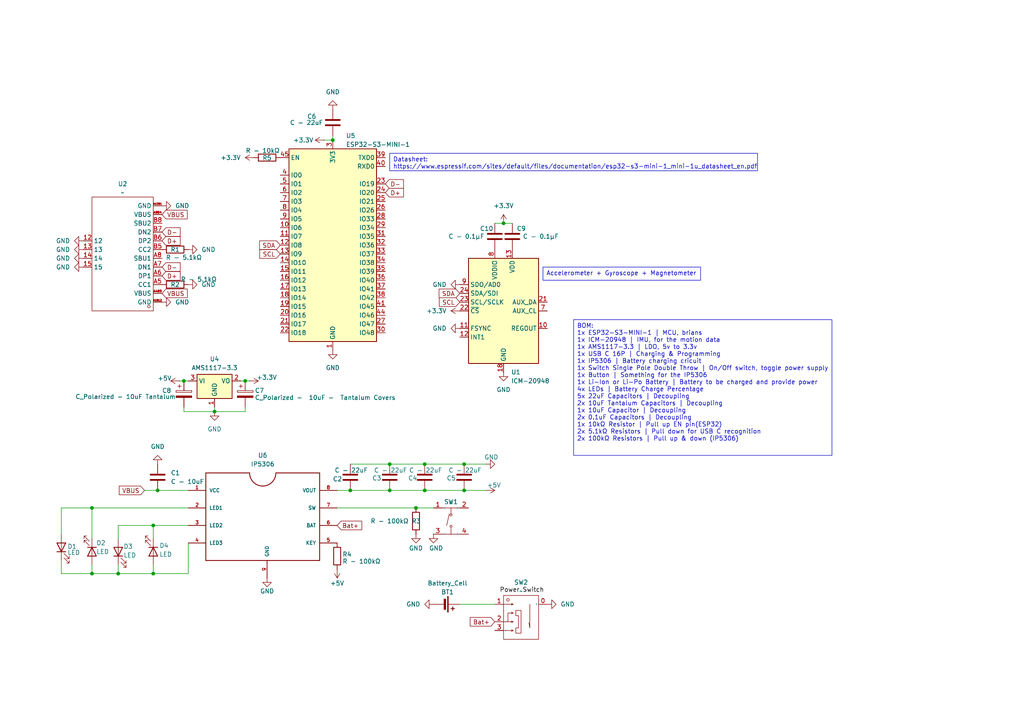
<source format=kicad_sch>
(kicad_sch
	(version 20231120)
	(generator "eeschema")
	(generator_version "8.0")
	(uuid "679e043f-2630-4378-9160-227acdf45f5c")
	(paper "A4")
	(lib_symbols
		(symbol "Device:Battery_Cell"
			(pin_numbers hide)
			(pin_names
				(offset 0) hide)
			(exclude_from_sim no)
			(in_bom yes)
			(on_board yes)
			(property "Reference" "BT"
				(at 2.54 2.54 0)
				(effects
					(font
						(size 1.27 1.27)
					)
					(justify left)
				)
			)
			(property "Value" "Battery_Cell"
				(at 2.54 0 0)
				(effects
					(font
						(size 1.27 1.27)
					)
					(justify left)
				)
			)
			(property "Footprint" ""
				(at 0 1.524 90)
				(effects
					(font
						(size 1.27 1.27)
					)
					(hide yes)
				)
			)
			(property "Datasheet" "~"
				(at 0 1.524 90)
				(effects
					(font
						(size 1.27 1.27)
					)
					(hide yes)
				)
			)
			(property "Description" "Single-cell battery"
				(at 0 0 0)
				(effects
					(font
						(size 1.27 1.27)
					)
					(hide yes)
				)
			)
			(property "ki_keywords" "battery cell"
				(at 0 0 0)
				(effects
					(font
						(size 1.27 1.27)
					)
					(hide yes)
				)
			)
			(symbol "Battery_Cell_0_1"
				(rectangle
					(start -2.286 1.778)
					(end 2.286 1.524)
					(stroke
						(width 0)
						(type default)
					)
					(fill
						(type outline)
					)
				)
				(rectangle
					(start -1.524 1.016)
					(end 1.524 0.508)
					(stroke
						(width 0)
						(type default)
					)
					(fill
						(type outline)
					)
				)
				(polyline
					(pts
						(xy 0 0.762) (xy 0 0)
					)
					(stroke
						(width 0)
						(type default)
					)
					(fill
						(type none)
					)
				)
				(polyline
					(pts
						(xy 0 1.778) (xy 0 2.54)
					)
					(stroke
						(width 0)
						(type default)
					)
					(fill
						(type none)
					)
				)
				(polyline
					(pts
						(xy 0.762 3.048) (xy 1.778 3.048)
					)
					(stroke
						(width 0.254)
						(type default)
					)
					(fill
						(type none)
					)
				)
				(polyline
					(pts
						(xy 1.27 3.556) (xy 1.27 2.54)
					)
					(stroke
						(width 0.254)
						(type default)
					)
					(fill
						(type none)
					)
				)
			)
			(symbol "Battery_Cell_1_1"
				(pin passive line
					(at 0 5.08 270)
					(length 2.54)
					(name "+"
						(effects
							(font
								(size 1.27 1.27)
							)
						)
					)
					(number "1"
						(effects
							(font
								(size 1.27 1.27)
							)
						)
					)
				)
				(pin passive line
					(at 0 -2.54 90)
					(length 2.54)
					(name "-"
						(effects
							(font
								(size 1.27 1.27)
							)
						)
					)
					(number "2"
						(effects
							(font
								(size 1.27 1.27)
							)
						)
					)
				)
			)
		)
		(symbol "Device:C"
			(pin_numbers hide)
			(pin_names
				(offset 0.254)
			)
			(exclude_from_sim no)
			(in_bom yes)
			(on_board yes)
			(property "Reference" "C"
				(at 0.635 2.54 0)
				(effects
					(font
						(size 1.27 1.27)
					)
					(justify left)
				)
			)
			(property "Value" "C"
				(at 0.635 -2.54 0)
				(effects
					(font
						(size 1.27 1.27)
					)
					(justify left)
				)
			)
			(property "Footprint" ""
				(at 0.9652 -3.81 0)
				(effects
					(font
						(size 1.27 1.27)
					)
					(hide yes)
				)
			)
			(property "Datasheet" "~"
				(at 0 0 0)
				(effects
					(font
						(size 1.27 1.27)
					)
					(hide yes)
				)
			)
			(property "Description" "Unpolarized capacitor"
				(at 0 0 0)
				(effects
					(font
						(size 1.27 1.27)
					)
					(hide yes)
				)
			)
			(property "ki_keywords" "cap capacitor"
				(at 0 0 0)
				(effects
					(font
						(size 1.27 1.27)
					)
					(hide yes)
				)
			)
			(property "ki_fp_filters" "C_*"
				(at 0 0 0)
				(effects
					(font
						(size 1.27 1.27)
					)
					(hide yes)
				)
			)
			(symbol "C_0_1"
				(polyline
					(pts
						(xy -2.032 -0.762) (xy 2.032 -0.762)
					)
					(stroke
						(width 0.508)
						(type default)
					)
					(fill
						(type none)
					)
				)
				(polyline
					(pts
						(xy -2.032 0.762) (xy 2.032 0.762)
					)
					(stroke
						(width 0.508)
						(type default)
					)
					(fill
						(type none)
					)
				)
			)
			(symbol "C_1_1"
				(pin passive line
					(at 0 3.81 270)
					(length 2.794)
					(name "~"
						(effects
							(font
								(size 1.27 1.27)
							)
						)
					)
					(number "1"
						(effects
							(font
								(size 1.27 1.27)
							)
						)
					)
				)
				(pin passive line
					(at 0 -3.81 90)
					(length 2.794)
					(name "~"
						(effects
							(font
								(size 1.27 1.27)
							)
						)
					)
					(number "2"
						(effects
							(font
								(size 1.27 1.27)
							)
						)
					)
				)
			)
		)
		(symbol "Device:C_Polarized"
			(pin_numbers hide)
			(pin_names
				(offset 0.254)
			)
			(exclude_from_sim no)
			(in_bom yes)
			(on_board yes)
			(property "Reference" "C"
				(at 0.635 2.54 0)
				(effects
					(font
						(size 1.27 1.27)
					)
					(justify left)
				)
			)
			(property "Value" "C_Polarized"
				(at 0.635 -2.54 0)
				(effects
					(font
						(size 1.27 1.27)
					)
					(justify left)
				)
			)
			(property "Footprint" ""
				(at 0.9652 -3.81 0)
				(effects
					(font
						(size 1.27 1.27)
					)
					(hide yes)
				)
			)
			(property "Datasheet" "~"
				(at 0 0 0)
				(effects
					(font
						(size 1.27 1.27)
					)
					(hide yes)
				)
			)
			(property "Description" "Polarized capacitor"
				(at 0 0 0)
				(effects
					(font
						(size 1.27 1.27)
					)
					(hide yes)
				)
			)
			(property "ki_keywords" "cap capacitor"
				(at 0 0 0)
				(effects
					(font
						(size 1.27 1.27)
					)
					(hide yes)
				)
			)
			(property "ki_fp_filters" "CP_*"
				(at 0 0 0)
				(effects
					(font
						(size 1.27 1.27)
					)
					(hide yes)
				)
			)
			(symbol "C_Polarized_0_1"
				(rectangle
					(start -2.286 0.508)
					(end 2.286 1.016)
					(stroke
						(width 0)
						(type default)
					)
					(fill
						(type none)
					)
				)
				(polyline
					(pts
						(xy -1.778 2.286) (xy -0.762 2.286)
					)
					(stroke
						(width 0)
						(type default)
					)
					(fill
						(type none)
					)
				)
				(polyline
					(pts
						(xy -1.27 2.794) (xy -1.27 1.778)
					)
					(stroke
						(width 0)
						(type default)
					)
					(fill
						(type none)
					)
				)
				(rectangle
					(start 2.286 -0.508)
					(end -2.286 -1.016)
					(stroke
						(width 0)
						(type default)
					)
					(fill
						(type outline)
					)
				)
			)
			(symbol "C_Polarized_1_1"
				(pin passive line
					(at 0 3.81 270)
					(length 2.794)
					(name "~"
						(effects
							(font
								(size 1.27 1.27)
							)
						)
					)
					(number "1"
						(effects
							(font
								(size 1.27 1.27)
							)
						)
					)
				)
				(pin passive line
					(at 0 -3.81 90)
					(length 2.794)
					(name "~"
						(effects
							(font
								(size 1.27 1.27)
							)
						)
					)
					(number "2"
						(effects
							(font
								(size 1.27 1.27)
							)
						)
					)
				)
			)
		)
		(symbol "Device:LED"
			(pin_numbers hide)
			(pin_names
				(offset 1.016) hide)
			(exclude_from_sim no)
			(in_bom yes)
			(on_board yes)
			(property "Reference" "D"
				(at 0 2.54 0)
				(effects
					(font
						(size 1.27 1.27)
					)
				)
			)
			(property "Value" "LED"
				(at 0 -2.54 0)
				(effects
					(font
						(size 1.27 1.27)
					)
				)
			)
			(property "Footprint" ""
				(at 0 0 0)
				(effects
					(font
						(size 1.27 1.27)
					)
					(hide yes)
				)
			)
			(property "Datasheet" "~"
				(at 0 0 0)
				(effects
					(font
						(size 1.27 1.27)
					)
					(hide yes)
				)
			)
			(property "Description" "Light emitting diode"
				(at 0 0 0)
				(effects
					(font
						(size 1.27 1.27)
					)
					(hide yes)
				)
			)
			(property "ki_keywords" "LED diode"
				(at 0 0 0)
				(effects
					(font
						(size 1.27 1.27)
					)
					(hide yes)
				)
			)
			(property "ki_fp_filters" "LED* LED_SMD:* LED_THT:*"
				(at 0 0 0)
				(effects
					(font
						(size 1.27 1.27)
					)
					(hide yes)
				)
			)
			(symbol "LED_0_1"
				(polyline
					(pts
						(xy -1.27 -1.27) (xy -1.27 1.27)
					)
					(stroke
						(width 0.254)
						(type default)
					)
					(fill
						(type none)
					)
				)
				(polyline
					(pts
						(xy -1.27 0) (xy 1.27 0)
					)
					(stroke
						(width 0)
						(type default)
					)
					(fill
						(type none)
					)
				)
				(polyline
					(pts
						(xy 1.27 -1.27) (xy 1.27 1.27) (xy -1.27 0) (xy 1.27 -1.27)
					)
					(stroke
						(width 0.254)
						(type default)
					)
					(fill
						(type none)
					)
				)
				(polyline
					(pts
						(xy -3.048 -0.762) (xy -4.572 -2.286) (xy -3.81 -2.286) (xy -4.572 -2.286) (xy -4.572 -1.524)
					)
					(stroke
						(width 0)
						(type default)
					)
					(fill
						(type none)
					)
				)
				(polyline
					(pts
						(xy -1.778 -0.762) (xy -3.302 -2.286) (xy -2.54 -2.286) (xy -3.302 -2.286) (xy -3.302 -1.524)
					)
					(stroke
						(width 0)
						(type default)
					)
					(fill
						(type none)
					)
				)
			)
			(symbol "LED_1_1"
				(pin passive line
					(at -3.81 0 0)
					(length 2.54)
					(name "K"
						(effects
							(font
								(size 1.27 1.27)
							)
						)
					)
					(number "1"
						(effects
							(font
								(size 1.27 1.27)
							)
						)
					)
				)
				(pin passive line
					(at 3.81 0 180)
					(length 2.54)
					(name "A"
						(effects
							(font
								(size 1.27 1.27)
							)
						)
					)
					(number "2"
						(effects
							(font
								(size 1.27 1.27)
							)
						)
					)
				)
			)
		)
		(symbol "Device:R"
			(pin_numbers hide)
			(pin_names
				(offset 0)
			)
			(exclude_from_sim no)
			(in_bom yes)
			(on_board yes)
			(property "Reference" "R"
				(at 2.032 0 90)
				(effects
					(font
						(size 1.27 1.27)
					)
				)
			)
			(property "Value" "R"
				(at 0 0 90)
				(effects
					(font
						(size 1.27 1.27)
					)
				)
			)
			(property "Footprint" ""
				(at -1.778 0 90)
				(effects
					(font
						(size 1.27 1.27)
					)
					(hide yes)
				)
			)
			(property "Datasheet" "~"
				(at 0 0 0)
				(effects
					(font
						(size 1.27 1.27)
					)
					(hide yes)
				)
			)
			(property "Description" "Resistor"
				(at 0 0 0)
				(effects
					(font
						(size 1.27 1.27)
					)
					(hide yes)
				)
			)
			(property "ki_keywords" "R res resistor"
				(at 0 0 0)
				(effects
					(font
						(size 1.27 1.27)
					)
					(hide yes)
				)
			)
			(property "ki_fp_filters" "R_*"
				(at 0 0 0)
				(effects
					(font
						(size 1.27 1.27)
					)
					(hide yes)
				)
			)
			(symbol "R_0_1"
				(rectangle
					(start -1.016 -2.54)
					(end 1.016 2.54)
					(stroke
						(width 0.254)
						(type default)
					)
					(fill
						(type none)
					)
				)
			)
			(symbol "R_1_1"
				(pin passive line
					(at 0 3.81 270)
					(length 1.27)
					(name "~"
						(effects
							(font
								(size 1.27 1.27)
							)
						)
					)
					(number "1"
						(effects
							(font
								(size 1.27 1.27)
							)
						)
					)
				)
				(pin passive line
					(at 0 -3.81 90)
					(length 1.27)
					(name "~"
						(effects
							(font
								(size 1.27 1.27)
							)
						)
					)
					(number "2"
						(effects
							(font
								(size 1.27 1.27)
							)
						)
					)
				)
			)
		)
		(symbol "IP5306:IP5306"
			(pin_names
				(offset 1.016)
			)
			(exclude_from_sim no)
			(in_bom yes)
			(on_board yes)
			(property "Reference" "U"
				(at 12.7 17.78 0)
				(effects
					(font
						(size 1.27 1.27)
					)
					(justify left bottom)
				)
			)
			(property "Value" "IP5306"
				(at 12.7 15.24 0)
				(effects
					(font
						(size 1.27 1.27)
					)
					(justify left bottom)
				)
			)
			(property "Footprint" "IP5306:SOIC9P127_490X600X170L84X42T330X241N"
				(at 0 0 0)
				(effects
					(font
						(size 1.27 1.27)
					)
					(justify bottom)
					(hide yes)
				)
			)
			(property "Datasheet" ""
				(at 0 0 0)
				(effects
					(font
						(size 1.27 1.27)
					)
					(hide yes)
				)
			)
			(property "Description" ""
				(at 0 0 0)
				(effects
					(font
						(size 1.27 1.27)
					)
					(hide yes)
				)
			)
			(property "MF" "Injoinic"
				(at 0 0 0)
				(effects
					(font
						(size 1.27 1.27)
					)
					(justify bottom)
					(hide yes)
				)
			)
			(property "Description_1" "\n                        \n                            Fully-Integrated Power Bank System-On-Chip with 2.1A charger, 2.4A discharger\n                        \n"
				(at 0 0 0)
				(effects
					(font
						(size 1.27 1.27)
					)
					(justify bottom)
					(hide yes)
				)
			)
			(property "Package" "None"
				(at 0 0 0)
				(effects
					(font
						(size 1.27 1.27)
					)
					(justify bottom)
					(hide yes)
				)
			)
			(property "Price" "None"
				(at 0 0 0)
				(effects
					(font
						(size 1.27 1.27)
					)
					(justify bottom)
					(hide yes)
				)
			)
			(property "SnapEDA_Link" "https://www.snapeda.com/parts/IP5306/Injoinic/view-part/?ref=snap"
				(at 0 0 0)
				(effects
					(font
						(size 1.27 1.27)
					)
					(justify bottom)
					(hide yes)
				)
			)
			(property "MP" "IP5306"
				(at 0 0 0)
				(effects
					(font
						(size 1.27 1.27)
					)
					(justify bottom)
					(hide yes)
				)
			)
			(property "Availability" "In Stock"
				(at 0 0 0)
				(effects
					(font
						(size 1.27 1.27)
					)
					(justify bottom)
					(hide yes)
				)
			)
			(property "Check_prices" "https://www.snapeda.com/parts/IP5306/Injoinic/view-part/?ref=eda"
				(at 0 0 0)
				(effects
					(font
						(size 1.27 1.27)
					)
					(justify bottom)
					(hide yes)
				)
			)
			(symbol "IP5306_0_0"
				(polyline
					(pts
						(xy 0 0) (xy 33.02 0)
					)
					(stroke
						(width 0.254)
						(type default)
					)
					(fill
						(type none)
					)
				)
				(polyline
					(pts
						(xy 0 25.4) (xy 0 0)
					)
					(stroke
						(width 0.254)
						(type default)
					)
					(fill
						(type none)
					)
				)
				(polyline
					(pts
						(xy 12.7 25.4) (xy 0 25.4)
					)
					(stroke
						(width 0.254)
						(type default)
					)
					(fill
						(type none)
					)
				)
				(polyline
					(pts
						(xy 33.02 0) (xy 33.02 25.4)
					)
					(stroke
						(width 0.254)
						(type default)
					)
					(fill
						(type none)
					)
				)
				(polyline
					(pts
						(xy 33.02 25.4) (xy 20.32 25.4)
					)
					(stroke
						(width 0.254)
						(type default)
					)
					(fill
						(type none)
					)
				)
				(arc
					(start 12.7 25.4)
					(mid 16.51 21.6066)
					(end 20.32 25.4)
					(stroke
						(width 0.254)
						(type default)
					)
					(fill
						(type none)
					)
				)
				(pin power_in line
					(at -5.08 20.32 0)
					(length 5.08)
					(name "VCC"
						(effects
							(font
								(size 1.016 1.016)
							)
						)
					)
					(number "1"
						(effects
							(font
								(size 1.016 1.016)
							)
						)
					)
				)
				(pin output line
					(at -5.08 15.24 0)
					(length 5.08)
					(name "LED1"
						(effects
							(font
								(size 1.016 1.016)
							)
						)
					)
					(number "2"
						(effects
							(font
								(size 1.016 1.016)
							)
						)
					)
				)
				(pin output line
					(at -5.08 10.16 0)
					(length 5.08)
					(name "LED2"
						(effects
							(font
								(size 1.016 1.016)
							)
						)
					)
					(number "3"
						(effects
							(font
								(size 1.016 1.016)
							)
						)
					)
				)
				(pin output line
					(at -5.08 5.08 0)
					(length 5.08)
					(name "LED3"
						(effects
							(font
								(size 1.016 1.016)
							)
						)
					)
					(number "4"
						(effects
							(font
								(size 1.016 1.016)
							)
						)
					)
				)
				(pin input line
					(at 38.1 5.08 180)
					(length 5.08)
					(name "KEY"
						(effects
							(font
								(size 1.016 1.016)
							)
						)
					)
					(number "5"
						(effects
							(font
								(size 1.016 1.016)
							)
						)
					)
				)
				(pin input line
					(at 38.1 10.16 180)
					(length 5.08)
					(name "BAT"
						(effects
							(font
								(size 1.016 1.016)
							)
						)
					)
					(number "6"
						(effects
							(font
								(size 1.016 1.016)
							)
						)
					)
				)
				(pin output line
					(at 38.1 15.24 180)
					(length 5.08)
					(name "SW"
						(effects
							(font
								(size 1.016 1.016)
							)
						)
					)
					(number "7"
						(effects
							(font
								(size 1.016 1.016)
							)
						)
					)
				)
				(pin output line
					(at 38.1 20.32 180)
					(length 5.08)
					(name "VOUT"
						(effects
							(font
								(size 1.016 1.016)
							)
						)
					)
					(number "8"
						(effects
							(font
								(size 1.016 1.016)
							)
						)
					)
				)
				(pin power_in line
					(at 17.78 -5.08 90)
					(length 5.08)
					(name "GND"
						(effects
							(font
								(size 1.016 1.016)
							)
						)
					)
					(number "9"
						(effects
							(font
								(size 1.016 1.016)
							)
						)
					)
				)
			)
		)
		(symbol "ProLib_pcs_2025-02-07:SK-3296S-01-L1"
			(exclude_from_sim no)
			(in_bom yes)
			(on_board yes)
			(property "Reference" "SW"
				(at 0 0 0)
				(effects
					(font
						(size 1.27 1.27)
					)
				)
			)
			(property "Value" ""
				(at 0 0 0)
				(effects
					(font
						(size 1.27 1.27)
					)
				)
			)
			(property "Footprint" "ProLib_pcs_2025-02-07:SW-SMD_3P-P1.50_L2.7-W6.6"
				(at 0 0 0)
				(effects
					(font
						(size 1.27 1.27)
					)
					(hide yes)
				)
			)
			(property "Datasheet" "https://atta.szlcsc.com/upload/public/pdf/source/20211011/33977E7F5E3AE40A3E3DC6795807E20F.pdf"
				(at 0 0 0)
				(effects
					(font
						(size 1.27 1.27)
					)
					(hide yes)
				)
			)
			(property "Description" "Circuit:SPDT Actuator Style:Rectangular columnar Pin Style:SMDSplicing Switch Length:7.8mm Switch Width:2.75mm Switch Height:1.35mm Mounting Style:卧贴 Actuator Color:Black Current Rating (DC):50mA Voltage Rating (DC):12V Current Rating (AC):50mA Voltage Ra"
				(at 0 0 0)
				(effects
					(font
						(size 1.27 1.27)
					)
					(hide yes)
				)
			)
			(property "Manufacturer Part" "SK-3296S-01-L1"
				(at 0 0 0)
				(effects
					(font
						(size 1.27 1.27)
					)
					(hide yes)
				)
			)
			(property "Manufacturer" "XKB Connectivity(中国星坤)"
				(at 0 0 0)
				(effects
					(font
						(size 1.27 1.27)
					)
					(hide yes)
				)
			)
			(property "Supplier Part" "C319020"
				(at 0 0 0)
				(effects
					(font
						(size 1.27 1.27)
					)
					(hide yes)
				)
			)
			(property "Supplier" "LCSC"
				(at 0 0 0)
				(effects
					(font
						(size 1.27 1.27)
					)
					(hide yes)
				)
			)
			(property "LCSC Part Name" "柄长1.5mm 卧贴双档 滑动开关"
				(at 0 0 0)
				(effects
					(font
						(size 1.27 1.27)
					)
					(hide yes)
				)
			)
			(symbol "SK-3296S-01-L1_1_0"
				(rectangle
					(start -5.08 -7.62)
					(end 5.08 5.08)
					(stroke
						(width 0)
						(type default)
					)
					(fill
						(type none)
					)
				)
				(circle
					(center -3.81 3.81)
					(radius 0.381)
					(stroke
						(width 0)
						(type default)
					)
					(fill
						(type none)
					)
				)
				(polyline
					(pts
						(xy -5.08 -2.54) (xy -2.54 -2.54)
					)
					(stroke
						(width 0)
						(type default)
					)
					(fill
						(type none)
					)
				)
				(polyline
					(pts
						(xy -5.08 2.54) (xy -2.54 2.54)
					)
					(stroke
						(width 0)
						(type default)
					)
					(fill
						(type none)
					)
				)
				(polyline
					(pts
						(xy -4.826 -5.08) (xy -2.54 -5.08)
					)
					(stroke
						(width 0)
						(type default)
					)
					(fill
						(type none)
					)
				)
				(polyline
					(pts
						(xy -2.286 -5.08) (xy -2.794 -5.334)
					)
					(stroke
						(width 0)
						(type default)
					)
					(fill
						(type none)
					)
				)
				(polyline
					(pts
						(xy -2.286 -5.08) (xy -2.794 -4.826)
					)
					(stroke
						(width 0)
						(type default)
					)
					(fill
						(type none)
					)
				)
				(polyline
					(pts
						(xy -2.286 -2.54) (xy -2.794 -2.794)
					)
					(stroke
						(width 0)
						(type default)
					)
					(fill
						(type none)
					)
				)
				(polyline
					(pts
						(xy -2.286 -2.54) (xy -2.794 -2.286)
					)
					(stroke
						(width 0)
						(type default)
					)
					(fill
						(type none)
					)
				)
				(polyline
					(pts
						(xy -2.286 0) (xy -2.794 -0.254)
					)
					(stroke
						(width 0)
						(type default)
					)
					(fill
						(type none)
					)
				)
				(polyline
					(pts
						(xy -2.286 0) (xy -2.794 0.254)
					)
					(stroke
						(width 0)
						(type default)
					)
					(fill
						(type none)
					)
				)
				(polyline
					(pts
						(xy -2.286 2.54) (xy -2.794 2.286)
					)
					(stroke
						(width 0)
						(type default)
					)
					(fill
						(type none)
					)
				)
				(polyline
					(pts
						(xy -2.286 2.54) (xy -2.794 2.794)
					)
					(stroke
						(width 0)
						(type default)
					)
					(fill
						(type none)
					)
				)
				(polyline
					(pts
						(xy -3.81 -2.54) (xy -3.81 0) (xy -3.81 0) (xy -2.54 0)
					)
					(stroke
						(width 0)
						(type default)
					)
					(fill
						(type none)
					)
				)
				(polyline
					(pts
						(xy 2.54 2.54) (xy 2.54 -4.318) (xy 2.54 -4.318) (xy 2.286 -2.794)
					)
					(stroke
						(width 0)
						(type default)
					)
					(fill
						(type none)
					)
				)
				(polyline
					(pts
						(xy -1.524 0.762) (xy 0 0.762) (xy 0 0.762) (xy 0 -5.842) (xy 0 -5.842) (xy -1.524 -5.842) (xy -1.524 -5.842)
						(xy -1.524 -4.318) (xy -1.524 -4.318) (xy -0.762 -4.318) (xy -0.762 -4.318) (xy -0.762 -0.762)
						(xy -0.762 -0.762) (xy -1.524 -0.762) (xy -1.524 -0.762) (xy -1.524 0.762)
					)
					(stroke
						(width 0)
						(type default)
					)
					(fill
						(type none)
					)
				)
				(pin unspecified line
					(at 7.62 2.54 180)
					(length 2.54)
					(name "0"
						(effects
							(font
								(size 0.0254 0.0254)
							)
						)
					)
					(number "0"
						(effects
							(font
								(size 1.27 1.27)
							)
						)
					)
				)
				(pin unspecified line
					(at -7.62 2.54 0)
					(length 2.54)
					(name "1"
						(effects
							(font
								(size 0.0254 0.0254)
							)
						)
					)
					(number "1"
						(effects
							(font
								(size 1.27 1.27)
							)
						)
					)
				)
				(pin unspecified line
					(at -7.62 -2.54 0)
					(length 2.54)
					(name "2"
						(effects
							(font
								(size 0.0254 0.0254)
							)
						)
					)
					(number "2"
						(effects
							(font
								(size 1.27 1.27)
							)
						)
					)
				)
				(pin unspecified line
					(at -7.62 -5.08 0)
					(length 2.54)
					(name "3"
						(effects
							(font
								(size 0.0254 0.0254)
							)
						)
					)
					(number "3"
						(effects
							(font
								(size 1.27 1.27)
							)
						)
					)
				)
			)
		)
		(symbol "ProLib_pcs_2025-02-08:YTC-TC16S-24"
			(exclude_from_sim no)
			(in_bom yes)
			(on_board yes)
			(property "Reference" "U"
				(at 0 0 0)
				(effects
					(font
						(size 1.27 1.27)
					)
				)
			)
			(property "Value" ""
				(at 0 0 0)
				(effects
					(font
						(size 1.27 1.27)
					)
				)
			)
			(property "Footprint" "ProLib_pcs_2025-02-08:USB-C-SMD_YTC-TC16S-24"
				(at 0 0 0)
				(effects
					(font
						(size 1.27 1.27)
					)
					(hide yes)
				)
			)
			(property "Datasheet" "https://atta.szlcsc.com/upload/public/pdf/source/20211202/1C566B96B20A064D4B3B2AEC8C704FE6.pdf"
				(at 0 0 0)
				(effects
					(font
						(size 1.27 1.27)
					)
					(hide yes)
				)
			)
			(property "Description" "Connector Type:Type-C Standard:- Gender:Female Number of Ports:1 Number of Contacts:16P Mounting Style:卧贴 "
				(at 0 0 0)
				(effects
					(font
						(size 1.27 1.27)
					)
					(hide yes)
				)
			)
			(property "Manufacturer Part" "YTC-TC16S-24"
				(at 0 0 0)
				(effects
					(font
						(size 1.27 1.27)
					)
					(hide yes)
				)
			)
			(property "Manufacturer" "YIYUAN(怡远)"
				(at 0 0 0)
				(effects
					(font
						(size 1.27 1.27)
					)
					(hide yes)
				)
			)
			(property "Supplier Part" "C2927291"
				(at 0 0 0)
				(effects
					(font
						(size 1.27 1.27)
					)
					(hide yes)
				)
			)
			(property "Supplier" "LCSC"
				(at 0 0 0)
				(effects
					(font
						(size 1.27 1.27)
					)
					(hide yes)
				)
			)
			(property "LCSC Part Name" "Type-C 母 卧贴"
				(at 0 0 0)
				(effects
					(font
						(size 1.27 1.27)
					)
					(hide yes)
				)
			)
			(symbol "YTC-TC16S-24_1_0"
				(rectangle
					(start -8.89 -16.51)
					(end 8.89 16.51)
					(stroke
						(width 0)
						(type default)
					)
					(fill
						(type none)
					)
				)
				(circle
					(center -7.62 15.24)
					(radius 0.381)
					(stroke
						(width 0)
						(type default)
					)
					(fill
						(type none)
					)
				)
				(pin unspecified line
					(at 11.43 -3.81 180)
					(length 2.54)
					(name "12"
						(effects
							(font
								(size 1.27 1.27)
							)
						)
					)
					(number "12"
						(effects
							(font
								(size 1.27 1.27)
							)
						)
					)
				)
				(pin unspecified line
					(at 11.43 -1.27 180)
					(length 2.54)
					(name "13"
						(effects
							(font
								(size 1.27 1.27)
							)
						)
					)
					(number "13"
						(effects
							(font
								(size 1.27 1.27)
							)
						)
					)
				)
				(pin unspecified line
					(at 11.43 1.27 180)
					(length 2.54)
					(name "14"
						(effects
							(font
								(size 1.27 1.27)
							)
						)
					)
					(number "14"
						(effects
							(font
								(size 1.27 1.27)
							)
						)
					)
				)
				(pin unspecified line
					(at 11.43 3.81 180)
					(length 2.54)
					(name "15"
						(effects
							(font
								(size 1.27 1.27)
							)
						)
					)
					(number "15"
						(effects
							(font
								(size 1.27 1.27)
							)
						)
					)
				)
				(pin unspecified line
					(at -11.43 -13.97 0)
					(length 2.54)
					(name "GND"
						(effects
							(font
								(size 1.27 1.27)
							)
						)
					)
					(number "A12B1"
						(effects
							(font
								(size 0.508 0.508)
							)
						)
					)
				)
				(pin unspecified line
					(at -11.43 13.97 0)
					(length 2.54)
					(name "GND"
						(effects
							(font
								(size 1.27 1.27)
							)
						)
					)
					(number "A1B12"
						(effects
							(font
								(size 0.508 0.508)
							)
						)
					)
				)
				(pin unspecified line
					(at -11.43 11.43 0)
					(length 2.54)
					(name "VBUS"
						(effects
							(font
								(size 1.27 1.27)
							)
						)
					)
					(number "A4B9"
						(effects
							(font
								(size 0.635 0.635)
							)
						)
					)
				)
				(pin unspecified line
					(at -11.43 8.89 0)
					(length 2.54)
					(name "CC1"
						(effects
							(font
								(size 1.27 1.27)
							)
						)
					)
					(number "A5"
						(effects
							(font
								(size 1.27 1.27)
							)
						)
					)
				)
				(pin unspecified line
					(at -11.43 6.35 0)
					(length 2.54)
					(name "DP1"
						(effects
							(font
								(size 1.27 1.27)
							)
						)
					)
					(number "A6"
						(effects
							(font
								(size 1.27 1.27)
							)
						)
					)
				)
				(pin unspecified line
					(at -11.43 3.81 0)
					(length 2.54)
					(name "DN1"
						(effects
							(font
								(size 1.27 1.27)
							)
						)
					)
					(number "A7"
						(effects
							(font
								(size 1.27 1.27)
							)
						)
					)
				)
				(pin unspecified line
					(at -11.43 1.27 0)
					(length 2.54)
					(name "SBU1"
						(effects
							(font
								(size 1.27 1.27)
							)
						)
					)
					(number "A8"
						(effects
							(font
								(size 1.27 1.27)
							)
						)
					)
				)
				(pin unspecified line
					(at -11.43 -11.43 0)
					(length 2.54)
					(name "VBUS"
						(effects
							(font
								(size 1.27 1.27)
							)
						)
					)
					(number "A9B4"
						(effects
							(font
								(size 0.635 0.635)
							)
						)
					)
				)
				(pin unspecified line
					(at -11.43 -1.27 0)
					(length 2.54)
					(name "CC2"
						(effects
							(font
								(size 1.27 1.27)
							)
						)
					)
					(number "B5"
						(effects
							(font
								(size 1.27 1.27)
							)
						)
					)
				)
				(pin unspecified line
					(at -11.43 -3.81 0)
					(length 2.54)
					(name "DP2"
						(effects
							(font
								(size 1.27 1.27)
							)
						)
					)
					(number "B6"
						(effects
							(font
								(size 1.27 1.27)
							)
						)
					)
				)
				(pin unspecified line
					(at -11.43 -6.35 0)
					(length 2.54)
					(name "DN2"
						(effects
							(font
								(size 1.27 1.27)
							)
						)
					)
					(number "B7"
						(effects
							(font
								(size 1.27 1.27)
							)
						)
					)
				)
				(pin unspecified line
					(at -11.43 -8.89 0)
					(length 2.54)
					(name "SBU2"
						(effects
							(font
								(size 1.27 1.27)
							)
						)
					)
					(number "B8"
						(effects
							(font
								(size 1.27 1.27)
							)
						)
					)
				)
			)
		)
		(symbol "RF_Module:ESP32-S3-MINI-1"
			(exclude_from_sim no)
			(in_bom yes)
			(on_board yes)
			(property "Reference" "U"
				(at -11.43 29.21 0)
				(effects
					(font
						(size 1.27 1.27)
					)
				)
			)
			(property "Value" "ESP32-S3-MINI-1"
				(at 12.7 29.21 0)
				(effects
					(font
						(size 1.27 1.27)
					)
				)
			)
			(property "Footprint" "RF_Module:ESP32-S2-MINI-1"
				(at 15.24 -29.21 0)
				(effects
					(font
						(size 1.27 1.27)
					)
					(hide yes)
				)
			)
			(property "Datasheet" "https://www.espressif.com/sites/default/files/documentation/esp32-s3-mini-1_mini-1u_datasheet_en.pdf"
				(at 0 40.64 0)
				(effects
					(font
						(size 1.27 1.27)
					)
					(hide yes)
				)
			)
			(property "Description" "RF Module, ESP32-S3 SoC, Wi-Fi 802.11b/g/n, Bluetooth, BLE, 32-bit, 3.3V, SMD, onboard antenna"
				(at 0 43.18 0)
				(effects
					(font
						(size 1.27 1.27)
					)
					(hide yes)
				)
			)
			(property "ki_keywords" "RF Radio BT ESP ESP32-S3 Espressif"
				(at 0 0 0)
				(effects
					(font
						(size 1.27 1.27)
					)
					(hide yes)
				)
			)
			(property "ki_fp_filters" "ESP32?S*MINI?1"
				(at 0 0 0)
				(effects
					(font
						(size 1.27 1.27)
					)
					(hide yes)
				)
			)
			(symbol "ESP32-S3-MINI-1_0_1"
				(rectangle
					(start -12.7 27.94)
					(end 12.7 -27.94)
					(stroke
						(width 0.254)
						(type default)
					)
					(fill
						(type background)
					)
				)
			)
			(symbol "ESP32-S3-MINI-1_1_1"
				(pin power_in line
					(at 0 -30.48 90)
					(length 2.54)
					(name "GND"
						(effects
							(font
								(size 1.27 1.27)
							)
						)
					)
					(number "1"
						(effects
							(font
								(size 1.27 1.27)
							)
						)
					)
				)
				(pin bidirectional line
					(at -15.24 5.08 0)
					(length 2.54)
					(name "IO6"
						(effects
							(font
								(size 1.27 1.27)
							)
						)
					)
					(number "10"
						(effects
							(font
								(size 1.27 1.27)
							)
						)
					)
				)
				(pin bidirectional line
					(at -15.24 2.54 0)
					(length 2.54)
					(name "IO7"
						(effects
							(font
								(size 1.27 1.27)
							)
						)
					)
					(number "11"
						(effects
							(font
								(size 1.27 1.27)
							)
						)
					)
				)
				(pin bidirectional line
					(at -15.24 0 0)
					(length 2.54)
					(name "IO8"
						(effects
							(font
								(size 1.27 1.27)
							)
						)
					)
					(number "12"
						(effects
							(font
								(size 1.27 1.27)
							)
						)
					)
				)
				(pin bidirectional line
					(at -15.24 -2.54 0)
					(length 2.54)
					(name "IO9"
						(effects
							(font
								(size 1.27 1.27)
							)
						)
					)
					(number "13"
						(effects
							(font
								(size 1.27 1.27)
							)
						)
					)
				)
				(pin bidirectional line
					(at -15.24 -5.08 0)
					(length 2.54)
					(name "IO10"
						(effects
							(font
								(size 1.27 1.27)
							)
						)
					)
					(number "14"
						(effects
							(font
								(size 1.27 1.27)
							)
						)
					)
				)
				(pin bidirectional line
					(at -15.24 -7.62 0)
					(length 2.54)
					(name "IO11"
						(effects
							(font
								(size 1.27 1.27)
							)
						)
					)
					(number "15"
						(effects
							(font
								(size 1.27 1.27)
							)
						)
					)
				)
				(pin bidirectional line
					(at -15.24 -10.16 0)
					(length 2.54)
					(name "IO12"
						(effects
							(font
								(size 1.27 1.27)
							)
						)
					)
					(number "16"
						(effects
							(font
								(size 1.27 1.27)
							)
						)
					)
				)
				(pin bidirectional line
					(at -15.24 -12.7 0)
					(length 2.54)
					(name "IO13"
						(effects
							(font
								(size 1.27 1.27)
							)
						)
					)
					(number "17"
						(effects
							(font
								(size 1.27 1.27)
							)
						)
					)
				)
				(pin bidirectional line
					(at -15.24 -15.24 0)
					(length 2.54)
					(name "IO14"
						(effects
							(font
								(size 1.27 1.27)
							)
						)
					)
					(number "18"
						(effects
							(font
								(size 1.27 1.27)
							)
						)
					)
				)
				(pin bidirectional line
					(at -15.24 -17.78 0)
					(length 2.54)
					(name "IO15"
						(effects
							(font
								(size 1.27 1.27)
							)
						)
					)
					(number "19"
						(effects
							(font
								(size 1.27 1.27)
							)
						)
					)
				)
				(pin passive line
					(at 0 -30.48 90)
					(length 2.54) hide
					(name "GND"
						(effects
							(font
								(size 1.27 1.27)
							)
						)
					)
					(number "2"
						(effects
							(font
								(size 1.27 1.27)
							)
						)
					)
				)
				(pin bidirectional line
					(at -15.24 -20.32 0)
					(length 2.54)
					(name "IO16"
						(effects
							(font
								(size 1.27 1.27)
							)
						)
					)
					(number "20"
						(effects
							(font
								(size 1.27 1.27)
							)
						)
					)
				)
				(pin bidirectional line
					(at -15.24 -22.86 0)
					(length 2.54)
					(name "IO17"
						(effects
							(font
								(size 1.27 1.27)
							)
						)
					)
					(number "21"
						(effects
							(font
								(size 1.27 1.27)
							)
						)
					)
				)
				(pin bidirectional line
					(at -15.24 -25.4 0)
					(length 2.54)
					(name "IO18"
						(effects
							(font
								(size 1.27 1.27)
							)
						)
					)
					(number "22"
						(effects
							(font
								(size 1.27 1.27)
							)
						)
					)
				)
				(pin bidirectional line
					(at 15.24 17.78 180)
					(length 2.54)
					(name "IO19"
						(effects
							(font
								(size 1.27 1.27)
							)
						)
					)
					(number "23"
						(effects
							(font
								(size 1.27 1.27)
							)
						)
					)
				)
				(pin bidirectional line
					(at 15.24 15.24 180)
					(length 2.54)
					(name "IO20"
						(effects
							(font
								(size 1.27 1.27)
							)
						)
					)
					(number "24"
						(effects
							(font
								(size 1.27 1.27)
							)
						)
					)
				)
				(pin bidirectional line
					(at 15.24 12.7 180)
					(length 2.54)
					(name "IO21"
						(effects
							(font
								(size 1.27 1.27)
							)
						)
					)
					(number "25"
						(effects
							(font
								(size 1.27 1.27)
							)
						)
					)
				)
				(pin bidirectional line
					(at 15.24 10.16 180)
					(length 2.54)
					(name "IO26"
						(effects
							(font
								(size 1.27 1.27)
							)
						)
					)
					(number "26"
						(effects
							(font
								(size 1.27 1.27)
							)
						)
					)
				)
				(pin bidirectional line
					(at 15.24 -22.86 180)
					(length 2.54)
					(name "IO47"
						(effects
							(font
								(size 1.27 1.27)
							)
						)
					)
					(number "27"
						(effects
							(font
								(size 1.27 1.27)
							)
						)
					)
				)
				(pin bidirectional line
					(at 15.24 7.62 180)
					(length 2.54)
					(name "IO33"
						(effects
							(font
								(size 1.27 1.27)
							)
						)
					)
					(number "28"
						(effects
							(font
								(size 1.27 1.27)
							)
						)
					)
				)
				(pin bidirectional line
					(at 15.24 5.08 180)
					(length 2.54)
					(name "IO34"
						(effects
							(font
								(size 1.27 1.27)
							)
						)
					)
					(number "29"
						(effects
							(font
								(size 1.27 1.27)
							)
						)
					)
				)
				(pin power_in line
					(at 0 30.48 270)
					(length 2.54)
					(name "3V3"
						(effects
							(font
								(size 1.27 1.27)
							)
						)
					)
					(number "3"
						(effects
							(font
								(size 1.27 1.27)
							)
						)
					)
				)
				(pin bidirectional line
					(at 15.24 -25.4 180)
					(length 2.54)
					(name "IO48"
						(effects
							(font
								(size 1.27 1.27)
							)
						)
					)
					(number "30"
						(effects
							(font
								(size 1.27 1.27)
							)
						)
					)
				)
				(pin bidirectional line
					(at 15.24 2.54 180)
					(length 2.54)
					(name "IO35"
						(effects
							(font
								(size 1.27 1.27)
							)
						)
					)
					(number "31"
						(effects
							(font
								(size 1.27 1.27)
							)
						)
					)
				)
				(pin bidirectional line
					(at 15.24 0 180)
					(length 2.54)
					(name "IO36"
						(effects
							(font
								(size 1.27 1.27)
							)
						)
					)
					(number "32"
						(effects
							(font
								(size 1.27 1.27)
							)
						)
					)
				)
				(pin bidirectional line
					(at 15.24 -2.54 180)
					(length 2.54)
					(name "IO37"
						(effects
							(font
								(size 1.27 1.27)
							)
						)
					)
					(number "33"
						(effects
							(font
								(size 1.27 1.27)
							)
						)
					)
				)
				(pin bidirectional line
					(at 15.24 -5.08 180)
					(length 2.54)
					(name "IO38"
						(effects
							(font
								(size 1.27 1.27)
							)
						)
					)
					(number "34"
						(effects
							(font
								(size 1.27 1.27)
							)
						)
					)
				)
				(pin bidirectional line
					(at 15.24 -7.62 180)
					(length 2.54)
					(name "IO39"
						(effects
							(font
								(size 1.27 1.27)
							)
						)
					)
					(number "35"
						(effects
							(font
								(size 1.27 1.27)
							)
						)
					)
				)
				(pin bidirectional line
					(at 15.24 -10.16 180)
					(length 2.54)
					(name "IO40"
						(effects
							(font
								(size 1.27 1.27)
							)
						)
					)
					(number "36"
						(effects
							(font
								(size 1.27 1.27)
							)
						)
					)
				)
				(pin bidirectional line
					(at 15.24 -12.7 180)
					(length 2.54)
					(name "IO41"
						(effects
							(font
								(size 1.27 1.27)
							)
						)
					)
					(number "37"
						(effects
							(font
								(size 1.27 1.27)
							)
						)
					)
				)
				(pin bidirectional line
					(at 15.24 -15.24 180)
					(length 2.54)
					(name "IO42"
						(effects
							(font
								(size 1.27 1.27)
							)
						)
					)
					(number "38"
						(effects
							(font
								(size 1.27 1.27)
							)
						)
					)
				)
				(pin bidirectional line
					(at 15.24 25.4 180)
					(length 2.54)
					(name "TXD0"
						(effects
							(font
								(size 1.27 1.27)
							)
						)
					)
					(number "39"
						(effects
							(font
								(size 1.27 1.27)
							)
						)
					)
				)
				(pin bidirectional line
					(at -15.24 20.32 0)
					(length 2.54)
					(name "IO0"
						(effects
							(font
								(size 1.27 1.27)
							)
						)
					)
					(number "4"
						(effects
							(font
								(size 1.27 1.27)
							)
						)
					)
				)
				(pin bidirectional line
					(at 15.24 22.86 180)
					(length 2.54)
					(name "RXD0"
						(effects
							(font
								(size 1.27 1.27)
							)
						)
					)
					(number "40"
						(effects
							(font
								(size 1.27 1.27)
							)
						)
					)
				)
				(pin bidirectional line
					(at 15.24 -17.78 180)
					(length 2.54)
					(name "IO45"
						(effects
							(font
								(size 1.27 1.27)
							)
						)
					)
					(number "41"
						(effects
							(font
								(size 1.27 1.27)
							)
						)
					)
				)
				(pin passive line
					(at 0 -30.48 90)
					(length 2.54) hide
					(name "GND"
						(effects
							(font
								(size 1.27 1.27)
							)
						)
					)
					(number "42"
						(effects
							(font
								(size 1.27 1.27)
							)
						)
					)
				)
				(pin passive line
					(at 0 -30.48 90)
					(length 2.54) hide
					(name "GND"
						(effects
							(font
								(size 1.27 1.27)
							)
						)
					)
					(number "43"
						(effects
							(font
								(size 1.27 1.27)
							)
						)
					)
				)
				(pin bidirectional line
					(at 15.24 -20.32 180)
					(length 2.54)
					(name "IO46"
						(effects
							(font
								(size 1.27 1.27)
							)
						)
					)
					(number "44"
						(effects
							(font
								(size 1.27 1.27)
							)
						)
					)
				)
				(pin input line
					(at -15.24 25.4 0)
					(length 2.54)
					(name "EN"
						(effects
							(font
								(size 1.27 1.27)
							)
						)
					)
					(number "45"
						(effects
							(font
								(size 1.27 1.27)
							)
						)
					)
				)
				(pin passive line
					(at 0 -30.48 90)
					(length 2.54) hide
					(name "GND"
						(effects
							(font
								(size 1.27 1.27)
							)
						)
					)
					(number "46"
						(effects
							(font
								(size 1.27 1.27)
							)
						)
					)
				)
				(pin passive line
					(at 0 -30.48 90)
					(length 2.54) hide
					(name "GND"
						(effects
							(font
								(size 1.27 1.27)
							)
						)
					)
					(number "47"
						(effects
							(font
								(size 1.27 1.27)
							)
						)
					)
				)
				(pin passive line
					(at 0 -30.48 90)
					(length 2.54) hide
					(name "GND"
						(effects
							(font
								(size 1.27 1.27)
							)
						)
					)
					(number "48"
						(effects
							(font
								(size 1.27 1.27)
							)
						)
					)
				)
				(pin passive line
					(at 0 -30.48 90)
					(length 2.54) hide
					(name "GND"
						(effects
							(font
								(size 1.27 1.27)
							)
						)
					)
					(number "49"
						(effects
							(font
								(size 1.27 1.27)
							)
						)
					)
				)
				(pin bidirectional line
					(at -15.24 17.78 0)
					(length 2.54)
					(name "IO1"
						(effects
							(font
								(size 1.27 1.27)
							)
						)
					)
					(number "5"
						(effects
							(font
								(size 1.27 1.27)
							)
						)
					)
				)
				(pin passive line
					(at 0 -30.48 90)
					(length 2.54) hide
					(name "GND"
						(effects
							(font
								(size 1.27 1.27)
							)
						)
					)
					(number "50"
						(effects
							(font
								(size 1.27 1.27)
							)
						)
					)
				)
				(pin passive line
					(at 0 -30.48 90)
					(length 2.54) hide
					(name "GND"
						(effects
							(font
								(size 1.27 1.27)
							)
						)
					)
					(number "51"
						(effects
							(font
								(size 1.27 1.27)
							)
						)
					)
				)
				(pin passive line
					(at 0 -30.48 90)
					(length 2.54) hide
					(name "GND"
						(effects
							(font
								(size 1.27 1.27)
							)
						)
					)
					(number "52"
						(effects
							(font
								(size 1.27 1.27)
							)
						)
					)
				)
				(pin passive line
					(at 0 -30.48 90)
					(length 2.54) hide
					(name "GND"
						(effects
							(font
								(size 1.27 1.27)
							)
						)
					)
					(number "53"
						(effects
							(font
								(size 1.27 1.27)
							)
						)
					)
				)
				(pin passive line
					(at 0 -30.48 90)
					(length 2.54) hide
					(name "GND"
						(effects
							(font
								(size 1.27 1.27)
							)
						)
					)
					(number "54"
						(effects
							(font
								(size 1.27 1.27)
							)
						)
					)
				)
				(pin passive line
					(at 0 -30.48 90)
					(length 2.54) hide
					(name "GND"
						(effects
							(font
								(size 1.27 1.27)
							)
						)
					)
					(number "55"
						(effects
							(font
								(size 1.27 1.27)
							)
						)
					)
				)
				(pin passive line
					(at 0 -30.48 90)
					(length 2.54) hide
					(name "GND"
						(effects
							(font
								(size 1.27 1.27)
							)
						)
					)
					(number "56"
						(effects
							(font
								(size 1.27 1.27)
							)
						)
					)
				)
				(pin passive line
					(at 0 -30.48 90)
					(length 2.54) hide
					(name "GND"
						(effects
							(font
								(size 1.27 1.27)
							)
						)
					)
					(number "57"
						(effects
							(font
								(size 1.27 1.27)
							)
						)
					)
				)
				(pin passive line
					(at 0 -30.48 90)
					(length 2.54) hide
					(name "GND"
						(effects
							(font
								(size 1.27 1.27)
							)
						)
					)
					(number "58"
						(effects
							(font
								(size 1.27 1.27)
							)
						)
					)
				)
				(pin passive line
					(at 0 -30.48 90)
					(length 2.54) hide
					(name "GND"
						(effects
							(font
								(size 1.27 1.27)
							)
						)
					)
					(number "59"
						(effects
							(font
								(size 1.27 1.27)
							)
						)
					)
				)
				(pin bidirectional line
					(at -15.24 15.24 0)
					(length 2.54)
					(name "IO2"
						(effects
							(font
								(size 1.27 1.27)
							)
						)
					)
					(number "6"
						(effects
							(font
								(size 1.27 1.27)
							)
						)
					)
				)
				(pin passive line
					(at 0 -30.48 90)
					(length 2.54) hide
					(name "GND"
						(effects
							(font
								(size 1.27 1.27)
							)
						)
					)
					(number "60"
						(effects
							(font
								(size 1.27 1.27)
							)
						)
					)
				)
				(pin passive line
					(at 0 -30.48 90)
					(length 2.54) hide
					(name "GND"
						(effects
							(font
								(size 1.27 1.27)
							)
						)
					)
					(number "61"
						(effects
							(font
								(size 1.27 1.27)
							)
						)
					)
				)
				(pin passive line
					(at 0 -30.48 90)
					(length 2.54) hide
					(name "GND"
						(effects
							(font
								(size 1.27 1.27)
							)
						)
					)
					(number "62"
						(effects
							(font
								(size 1.27 1.27)
							)
						)
					)
				)
				(pin passive line
					(at 0 -30.48 90)
					(length 2.54) hide
					(name "GND"
						(effects
							(font
								(size 1.27 1.27)
							)
						)
					)
					(number "63"
						(effects
							(font
								(size 1.27 1.27)
							)
						)
					)
				)
				(pin passive line
					(at 0 -30.48 90)
					(length 2.54) hide
					(name "GND"
						(effects
							(font
								(size 1.27 1.27)
							)
						)
					)
					(number "64"
						(effects
							(font
								(size 1.27 1.27)
							)
						)
					)
				)
				(pin passive line
					(at 0 -30.48 90)
					(length 2.54) hide
					(name "GND"
						(effects
							(font
								(size 1.27 1.27)
							)
						)
					)
					(number "65"
						(effects
							(font
								(size 1.27 1.27)
							)
						)
					)
				)
				(pin bidirectional line
					(at -15.24 12.7 0)
					(length 2.54)
					(name "IO3"
						(effects
							(font
								(size 1.27 1.27)
							)
						)
					)
					(number "7"
						(effects
							(font
								(size 1.27 1.27)
							)
						)
					)
				)
				(pin bidirectional line
					(at -15.24 10.16 0)
					(length 2.54)
					(name "IO4"
						(effects
							(font
								(size 1.27 1.27)
							)
						)
					)
					(number "8"
						(effects
							(font
								(size 1.27 1.27)
							)
						)
					)
				)
				(pin bidirectional line
					(at -15.24 7.62 0)
					(length 2.54)
					(name "IO5"
						(effects
							(font
								(size 1.27 1.27)
							)
						)
					)
					(number "9"
						(effects
							(font
								(size 1.27 1.27)
							)
						)
					)
				)
			)
		)
		(symbol "Regulator_Linear:AMS1117-3.3"
			(exclude_from_sim no)
			(in_bom yes)
			(on_board yes)
			(property "Reference" "U"
				(at -3.81 3.175 0)
				(effects
					(font
						(size 1.27 1.27)
					)
				)
			)
			(property "Value" "AMS1117-3.3"
				(at 0 3.175 0)
				(effects
					(font
						(size 1.27 1.27)
					)
					(justify left)
				)
			)
			(property "Footprint" "Package_TO_SOT_SMD:SOT-223-3_TabPin2"
				(at 0 5.08 0)
				(effects
					(font
						(size 1.27 1.27)
					)
					(hide yes)
				)
			)
			(property "Datasheet" "http://www.advanced-monolithic.com/pdf/ds1117.pdf"
				(at 2.54 -6.35 0)
				(effects
					(font
						(size 1.27 1.27)
					)
					(hide yes)
				)
			)
			(property "Description" "1A Low Dropout regulator, positive, 3.3V fixed output, SOT-223"
				(at 0 0 0)
				(effects
					(font
						(size 1.27 1.27)
					)
					(hide yes)
				)
			)
			(property "ki_keywords" "linear regulator ldo fixed positive"
				(at 0 0 0)
				(effects
					(font
						(size 1.27 1.27)
					)
					(hide yes)
				)
			)
			(property "ki_fp_filters" "SOT?223*TabPin2*"
				(at 0 0 0)
				(effects
					(font
						(size 1.27 1.27)
					)
					(hide yes)
				)
			)
			(symbol "AMS1117-3.3_0_1"
				(rectangle
					(start -5.08 -5.08)
					(end 5.08 1.905)
					(stroke
						(width 0.254)
						(type default)
					)
					(fill
						(type background)
					)
				)
			)
			(symbol "AMS1117-3.3_1_1"
				(pin power_in line
					(at 0 -7.62 90)
					(length 2.54)
					(name "GND"
						(effects
							(font
								(size 1.27 1.27)
							)
						)
					)
					(number "1"
						(effects
							(font
								(size 1.27 1.27)
							)
						)
					)
				)
				(pin power_out line
					(at 7.62 0 180)
					(length 2.54)
					(name "VO"
						(effects
							(font
								(size 1.27 1.27)
							)
						)
					)
					(number "2"
						(effects
							(font
								(size 1.27 1.27)
							)
						)
					)
				)
				(pin power_in line
					(at -7.62 0 0)
					(length 2.54)
					(name "VI"
						(effects
							(font
								(size 1.27 1.27)
							)
						)
					)
					(number "3"
						(effects
							(font
								(size 1.27 1.27)
							)
						)
					)
				)
			)
		)
		(symbol "Sensor_Motion:ICM-20948"
			(exclude_from_sim no)
			(in_bom yes)
			(on_board yes)
			(property "Reference" "U"
				(at -11.43 16.51 0)
				(effects
					(font
						(size 1.27 1.27)
					)
				)
			)
			(property "Value" "ICM-20948"
				(at 7.62 -16.51 0)
				(effects
					(font
						(size 1.27 1.27)
					)
				)
			)
			(property "Footprint" "Sensor_Motion:InvenSense_QFN-24_3x3mm_P0.4mm"
				(at 0 -25.4 0)
				(effects
					(font
						(size 1.27 1.27)
					)
					(hide yes)
				)
			)
			(property "Datasheet" "http://www.invensense.com/wp-content/uploads/2016/06/DS-000189-ICM-20948-v1.3.pdf"
				(at 0 -3.81 0)
				(effects
					(font
						(size 1.27 1.27)
					)
					(hide yes)
				)
			)
			(property "Description" "InvenSense 9-Axis Motion Sensor, Accelerometer, Gyroscope, Compass, I2C/SPI, QFN-24"
				(at 0 0 0)
				(effects
					(font
						(size 1.27 1.27)
					)
					(hide yes)
				)
			)
			(property "ki_keywords" "mems magnetometer"
				(at 0 0 0)
				(effects
					(font
						(size 1.27 1.27)
					)
					(hide yes)
				)
			)
			(property "ki_fp_filters" "InvenSense?QFN*3x3mm*P0.4mm*"
				(at 0 0 0)
				(effects
					(font
						(size 1.27 1.27)
					)
					(hide yes)
				)
			)
			(symbol "ICM-20948_0_1"
				(rectangle
					(start -10.16 15.24)
					(end 10.16 -15.24)
					(stroke
						(width 0.254)
						(type default)
					)
					(fill
						(type background)
					)
				)
			)
			(symbol "ICM-20948_1_1"
				(pin no_connect line
					(at -10.16 12.7 0)
					(length 2.54) hide
					(name "NC"
						(effects
							(font
								(size 1.27 1.27)
							)
						)
					)
					(number "1"
						(effects
							(font
								(size 1.27 1.27)
							)
						)
					)
				)
				(pin passive line
					(at 12.7 -5.08 180)
					(length 2.54)
					(name "REGOUT"
						(effects
							(font
								(size 1.27 1.27)
							)
						)
					)
					(number "10"
						(effects
							(font
								(size 1.27 1.27)
							)
						)
					)
				)
				(pin input line
					(at -12.7 -5.08 0)
					(length 2.54)
					(name "FSYNC"
						(effects
							(font
								(size 1.27 1.27)
							)
						)
					)
					(number "11"
						(effects
							(font
								(size 1.27 1.27)
							)
						)
					)
				)
				(pin output line
					(at -12.7 -7.62 0)
					(length 2.54)
					(name "INT1"
						(effects
							(font
								(size 1.27 1.27)
							)
						)
					)
					(number "12"
						(effects
							(font
								(size 1.27 1.27)
							)
						)
					)
				)
				(pin power_in line
					(at 2.54 17.78 270)
					(length 2.54)
					(name "VDD"
						(effects
							(font
								(size 1.27 1.27)
							)
						)
					)
					(number "13"
						(effects
							(font
								(size 1.27 1.27)
							)
						)
					)
				)
				(pin no_connect line
					(at 10.16 7.62 180)
					(length 2.54) hide
					(name "NC"
						(effects
							(font
								(size 1.27 1.27)
							)
						)
					)
					(number "14"
						(effects
							(font
								(size 1.27 1.27)
							)
						)
					)
				)
				(pin no_connect line
					(at 10.16 5.08 180)
					(length 2.54) hide
					(name "NC"
						(effects
							(font
								(size 1.27 1.27)
							)
						)
					)
					(number "15"
						(effects
							(font
								(size 1.27 1.27)
							)
						)
					)
				)
				(pin no_connect line
					(at 10.16 -7.62 180)
					(length 2.54) hide
					(name "NC"
						(effects
							(font
								(size 1.27 1.27)
							)
						)
					)
					(number "16"
						(effects
							(font
								(size 1.27 1.27)
							)
						)
					)
				)
				(pin no_connect line
					(at 10.16 -10.16 180)
					(length 2.54) hide
					(name "NC"
						(effects
							(font
								(size 1.27 1.27)
							)
						)
					)
					(number "17"
						(effects
							(font
								(size 1.27 1.27)
							)
						)
					)
				)
				(pin power_in line
					(at 0 -17.78 90)
					(length 2.54)
					(name "GND"
						(effects
							(font
								(size 1.27 1.27)
							)
						)
					)
					(number "18"
						(effects
							(font
								(size 1.27 1.27)
							)
						)
					)
				)
				(pin no_connect line
					(at 10.16 -12.7 180)
					(length 2.54) hide
					(name "RESV"
						(effects
							(font
								(size 1.27 1.27)
							)
						)
					)
					(number "19"
						(effects
							(font
								(size 1.27 1.27)
							)
						)
					)
				)
				(pin no_connect line
					(at -10.16 10.16 0)
					(length 2.54) hide
					(name "NC"
						(effects
							(font
								(size 1.27 1.27)
							)
						)
					)
					(number "2"
						(effects
							(font
								(size 1.27 1.27)
							)
						)
					)
				)
				(pin passive line
					(at 0 -17.78 90)
					(length 2.54) hide
					(name "GND"
						(effects
							(font
								(size 1.27 1.27)
							)
						)
					)
					(number "20"
						(effects
							(font
								(size 1.27 1.27)
							)
						)
					)
				)
				(pin bidirectional line
					(at 12.7 2.54 180)
					(length 2.54)
					(name "AUX_DA"
						(effects
							(font
								(size 1.27 1.27)
							)
						)
					)
					(number "21"
						(effects
							(font
								(size 1.27 1.27)
							)
						)
					)
				)
				(pin input line
					(at -12.7 0 0)
					(length 2.54)
					(name "~{CS}"
						(effects
							(font
								(size 1.27 1.27)
							)
						)
					)
					(number "22"
						(effects
							(font
								(size 1.27 1.27)
							)
						)
					)
				)
				(pin input line
					(at -12.7 2.54 0)
					(length 2.54)
					(name "SCL/SCLK"
						(effects
							(font
								(size 1.27 1.27)
							)
						)
					)
					(number "23"
						(effects
							(font
								(size 1.27 1.27)
							)
						)
					)
				)
				(pin bidirectional line
					(at -12.7 5.08 0)
					(length 2.54)
					(name "SDA/SDI"
						(effects
							(font
								(size 1.27 1.27)
							)
						)
					)
					(number "24"
						(effects
							(font
								(size 1.27 1.27)
							)
						)
					)
				)
				(pin no_connect line
					(at -10.16 -2.54 0)
					(length 2.54) hide
					(name "NC"
						(effects
							(font
								(size 1.27 1.27)
							)
						)
					)
					(number "3"
						(effects
							(font
								(size 1.27 1.27)
							)
						)
					)
				)
				(pin no_connect line
					(at -10.16 -10.16 0)
					(length 2.54) hide
					(name "NC"
						(effects
							(font
								(size 1.27 1.27)
							)
						)
					)
					(number "4"
						(effects
							(font
								(size 1.27 1.27)
							)
						)
					)
				)
				(pin no_connect line
					(at -10.16 -12.7 0)
					(length 2.54) hide
					(name "NC"
						(effects
							(font
								(size 1.27 1.27)
							)
						)
					)
					(number "5"
						(effects
							(font
								(size 1.27 1.27)
							)
						)
					)
				)
				(pin no_connect line
					(at 10.16 10.16 180)
					(length 2.54) hide
					(name "NC"
						(effects
							(font
								(size 1.27 1.27)
							)
						)
					)
					(number "6"
						(effects
							(font
								(size 1.27 1.27)
							)
						)
					)
				)
				(pin output line
					(at 12.7 0 180)
					(length 2.54)
					(name "AUX_CL"
						(effects
							(font
								(size 1.27 1.27)
							)
						)
					)
					(number "7"
						(effects
							(font
								(size 1.27 1.27)
							)
						)
					)
				)
				(pin power_in line
					(at -2.54 17.78 270)
					(length 2.54)
					(name "VDDIO"
						(effects
							(font
								(size 1.27 1.27)
							)
						)
					)
					(number "8"
						(effects
							(font
								(size 1.27 1.27)
							)
						)
					)
				)
				(pin bidirectional line
					(at -12.7 7.62 0)
					(length 2.54)
					(name "SDO/AD0"
						(effects
							(font
								(size 1.27 1.27)
							)
						)
					)
					(number "9"
						(effects
							(font
								(size 1.27 1.27)
							)
						)
					)
				)
			)
		)
		(symbol "TS-1187A-B-A-B:TS-1187A-B-A-B"
			(exclude_from_sim no)
			(in_bom yes)
			(on_board yes)
			(property "Reference" "SW"
				(at 0 0 0)
				(effects
					(font
						(size 1.27 1.27)
					)
				)
			)
			(property "Value" ""
				(at 0 0 0)
				(effects
					(font
						(size 1.27 1.27)
					)
				)
			)
			(property "Footprint" "ProLib_pcs_2025-02-08:SW-SMD_4P-L5.1-W5.1-P3.70-LS6.5-TL_H1.5"
				(at 0 0 0)
				(effects
					(font
						(size 1.27 1.27)
					)
					(hide yes)
				)
			)
			(property "Datasheet" "https://atta.szlcsc.com/upload/public/pdf/source/20200227/C318890_053E50208A88A7BA1965D8746000774E.pdf"
				(at 0 0 0)
				(effects
					(font
						(size 1.27 1.27)
					)
					(hide yes)
				)
			)
			(property "Description" "Circuit:SPST Actuator Style:Round Button Operating Force:160gf Mounting Style:Brick nogging Switch Length:5.1mm Switch Width:5.1mm Switch Height:1.5mm Strike Gundam:不带 Contact Current:50mA Voltage Rating (DC):12V Insulation Resistance:- Actuator/Cap Color"
				(at 0 0 0)
				(effects
					(font
						(size 1.27 1.27)
					)
					(hide yes)
				)
			)
			(property "Manufacturer Part" "TS-1187A-B-A-B"
				(at 0 0 0)
				(effects
					(font
						(size 1.27 1.27)
					)
					(hide yes)
				)
			)
			(property "Manufacturer" "XKB Connectivity(中国星坤)"
				(at 0 0 0)
				(effects
					(font
						(size 1.27 1.27)
					)
					(hide yes)
				)
			)
			(property "Supplier Part" "C318884"
				(at 0 0 0)
				(effects
					(font
						(size 1.27 1.27)
					)
					(hide yes)
				)
			)
			(property "Supplier" "LCSC"
				(at 0 0 0)
				(effects
					(font
						(size 1.27 1.27)
					)
					(hide yes)
				)
			)
			(property "LCSC Part Name" "5.1*5.1*1.5mm 立贴 轻触开关"
				(at 0 0 0)
				(effects
					(font
						(size 1.27 1.27)
					)
					(hide yes)
				)
			)
			(symbol "TS-1187A-B-A-B_1_0"
				(circle
					(center 0 -2.794)
					(radius 0.3048)
					(stroke
						(width 0)
						(type default)
					)
					(fill
						(type none)
					)
				)
				(polyline
					(pts
						(xy -2.54 -5.08) (xy 2.54 -5.08)
					)
					(stroke
						(width 0)
						(type default)
					)
					(fill
						(type none)
					)
				)
				(polyline
					(pts
						(xy -2.54 2.54) (xy 2.54 2.54)
					)
					(stroke
						(width 0)
						(type default)
					)
					(fill
						(type none)
					)
				)
				(polyline
					(pts
						(xy -0.508 0.762) (xy -1.27 -2.54)
					)
					(stroke
						(width 0)
						(type default)
					)
					(fill
						(type none)
					)
				)
				(polyline
					(pts
						(xy 0 -3.302) (xy 0 -5.08)
					)
					(stroke
						(width 0)
						(type default)
					)
					(fill
						(type none)
					)
				)
				(polyline
					(pts
						(xy 0 0.762) (xy 0 2.54)
					)
					(stroke
						(width 0)
						(type default)
					)
					(fill
						(type none)
					)
				)
				(circle
					(center 0 0.508)
					(radius 0.3048)
					(stroke
						(width 0)
						(type default)
					)
					(fill
						(type none)
					)
				)
				(pin unspecified line
					(at -5.08 2.54 0)
					(length 2.54)
					(name "A"
						(effects
							(font
								(size 0.0254 0.0254)
							)
						)
					)
					(number "1"
						(effects
							(font
								(size 1.27 1.27)
							)
						)
					)
				)
				(pin unspecified line
					(at 5.08 2.54 180)
					(length 2.54)
					(name "B"
						(effects
							(font
								(size 0.0254 0.0254)
							)
						)
					)
					(number "2"
						(effects
							(font
								(size 1.27 1.27)
							)
						)
					)
				)
				(pin unspecified line
					(at -5.08 -5.08 0)
					(length 2.54)
					(name "C"
						(effects
							(font
								(size 0.0254 0.0254)
							)
						)
					)
					(number "3"
						(effects
							(font
								(size 1.27 1.27)
							)
						)
					)
				)
				(pin unspecified line
					(at 5.08 -5.08 180)
					(length 2.54)
					(name "D"
						(effects
							(font
								(size 0.0254 0.0254)
							)
						)
					)
					(number "4"
						(effects
							(font
								(size 1.27 1.27)
							)
						)
					)
				)
			)
		)
		(symbol "power:+3.3V"
			(power)
			(pin_numbers hide)
			(pin_names
				(offset 0) hide)
			(exclude_from_sim no)
			(in_bom yes)
			(on_board yes)
			(property "Reference" "#PWR"
				(at 0 -3.81 0)
				(effects
					(font
						(size 1.27 1.27)
					)
					(hide yes)
				)
			)
			(property "Value" "+3.3V"
				(at 0 3.556 0)
				(effects
					(font
						(size 1.27 1.27)
					)
				)
			)
			(property "Footprint" ""
				(at 0 0 0)
				(effects
					(font
						(size 1.27 1.27)
					)
					(hide yes)
				)
			)
			(property "Datasheet" ""
				(at 0 0 0)
				(effects
					(font
						(size 1.27 1.27)
					)
					(hide yes)
				)
			)
			(property "Description" "Power symbol creates a global label with name \"+3.3V\""
				(at 0 0 0)
				(effects
					(font
						(size 1.27 1.27)
					)
					(hide yes)
				)
			)
			(property "ki_keywords" "global power"
				(at 0 0 0)
				(effects
					(font
						(size 1.27 1.27)
					)
					(hide yes)
				)
			)
			(symbol "+3.3V_0_1"
				(polyline
					(pts
						(xy -0.762 1.27) (xy 0 2.54)
					)
					(stroke
						(width 0)
						(type default)
					)
					(fill
						(type none)
					)
				)
				(polyline
					(pts
						(xy 0 0) (xy 0 2.54)
					)
					(stroke
						(width 0)
						(type default)
					)
					(fill
						(type none)
					)
				)
				(polyline
					(pts
						(xy 0 2.54) (xy 0.762 1.27)
					)
					(stroke
						(width 0)
						(type default)
					)
					(fill
						(type none)
					)
				)
			)
			(symbol "+3.3V_1_1"
				(pin power_in line
					(at 0 0 90)
					(length 0)
					(name "~"
						(effects
							(font
								(size 1.27 1.27)
							)
						)
					)
					(number "1"
						(effects
							(font
								(size 1.27 1.27)
							)
						)
					)
				)
			)
		)
		(symbol "power:+5V"
			(power)
			(pin_numbers hide)
			(pin_names
				(offset 0) hide)
			(exclude_from_sim no)
			(in_bom yes)
			(on_board yes)
			(property "Reference" "#PWR"
				(at 0 -3.81 0)
				(effects
					(font
						(size 1.27 1.27)
					)
					(hide yes)
				)
			)
			(property "Value" "+5V"
				(at 0 3.556 0)
				(effects
					(font
						(size 1.27 1.27)
					)
				)
			)
			(property "Footprint" ""
				(at 0 0 0)
				(effects
					(font
						(size 1.27 1.27)
					)
					(hide yes)
				)
			)
			(property "Datasheet" ""
				(at 0 0 0)
				(effects
					(font
						(size 1.27 1.27)
					)
					(hide yes)
				)
			)
			(property "Description" "Power symbol creates a global label with name \"+5V\""
				(at 0 0 0)
				(effects
					(font
						(size 1.27 1.27)
					)
					(hide yes)
				)
			)
			(property "ki_keywords" "global power"
				(at 0 0 0)
				(effects
					(font
						(size 1.27 1.27)
					)
					(hide yes)
				)
			)
			(symbol "+5V_0_1"
				(polyline
					(pts
						(xy -0.762 1.27) (xy 0 2.54)
					)
					(stroke
						(width 0)
						(type default)
					)
					(fill
						(type none)
					)
				)
				(polyline
					(pts
						(xy 0 0) (xy 0 2.54)
					)
					(stroke
						(width 0)
						(type default)
					)
					(fill
						(type none)
					)
				)
				(polyline
					(pts
						(xy 0 2.54) (xy 0.762 1.27)
					)
					(stroke
						(width 0)
						(type default)
					)
					(fill
						(type none)
					)
				)
			)
			(symbol "+5V_1_1"
				(pin power_in line
					(at 0 0 90)
					(length 0)
					(name "~"
						(effects
							(font
								(size 1.27 1.27)
							)
						)
					)
					(number "1"
						(effects
							(font
								(size 1.27 1.27)
							)
						)
					)
				)
			)
		)
		(symbol "power:GND"
			(power)
			(pin_numbers hide)
			(pin_names
				(offset 0) hide)
			(exclude_from_sim no)
			(in_bom yes)
			(on_board yes)
			(property "Reference" "#PWR"
				(at 0 -6.35 0)
				(effects
					(font
						(size 1.27 1.27)
					)
					(hide yes)
				)
			)
			(property "Value" "GND"
				(at 0 -3.81 0)
				(effects
					(font
						(size 1.27 1.27)
					)
				)
			)
			(property "Footprint" ""
				(at 0 0 0)
				(effects
					(font
						(size 1.27 1.27)
					)
					(hide yes)
				)
			)
			(property "Datasheet" ""
				(at 0 0 0)
				(effects
					(font
						(size 1.27 1.27)
					)
					(hide yes)
				)
			)
			(property "Description" "Power symbol creates a global label with name \"GND\" , ground"
				(at 0 0 0)
				(effects
					(font
						(size 1.27 1.27)
					)
					(hide yes)
				)
			)
			(property "ki_keywords" "global power"
				(at 0 0 0)
				(effects
					(font
						(size 1.27 1.27)
					)
					(hide yes)
				)
			)
			(symbol "GND_0_1"
				(polyline
					(pts
						(xy 0 0) (xy 0 -1.27) (xy 1.27 -1.27) (xy 0 -2.54) (xy -1.27 -1.27) (xy 0 -1.27)
					)
					(stroke
						(width 0)
						(type default)
					)
					(fill
						(type none)
					)
				)
			)
			(symbol "GND_1_1"
				(pin power_in line
					(at 0 0 270)
					(length 0)
					(name "~"
						(effects
							(font
								(size 1.27 1.27)
							)
						)
					)
					(number "1"
						(effects
							(font
								(size 1.27 1.27)
							)
						)
					)
				)
			)
		)
	)
	(junction
		(at 113.03 142.24)
		(diameter 0)
		(color 0 0 0 0)
		(uuid "019e23d5-42ca-4f47-ac27-619c5de80298")
	)
	(junction
		(at 146.05 64.77)
		(diameter 0)
		(color 0 0 0 0)
		(uuid "237f7a75-057c-4d17-ba40-c1c2a7bb1698")
	)
	(junction
		(at 44.45 166.37)
		(diameter 0)
		(color 0 0 0 0)
		(uuid "27671acd-793e-47d5-a566-06bd1c03c8c6")
	)
	(junction
		(at 134.62 134.62)
		(diameter 0)
		(color 0 0 0 0)
		(uuid "2e9d1a04-bc4e-4cc1-9284-0cbbc65634d5")
	)
	(junction
		(at 123.19 134.62)
		(diameter 0)
		(color 0 0 0 0)
		(uuid "30902c18-0c9f-49d3-acda-98f9775e1fb8")
	)
	(junction
		(at 71.12 110.49)
		(diameter 0)
		(color 0 0 0 0)
		(uuid "4b61dd38-fb66-4f9f-a239-9afbb0432690")
	)
	(junction
		(at 53.34 110.49)
		(diameter 0)
		(color 0 0 0 0)
		(uuid "637a8672-fe50-46ac-82f4-4d341c714fcf")
	)
	(junction
		(at 120.65 147.32)
		(diameter 0)
		(color 0 0 0 0)
		(uuid "75935a32-e24d-4f39-92b3-c34bb6ddea28")
	)
	(junction
		(at 45.72 142.24)
		(diameter 0)
		(color 0 0 0 0)
		(uuid "7cfc026c-6c7b-4c3e-922a-50d96fc50c30")
	)
	(junction
		(at 62.23 119.38)
		(diameter 0)
		(color 0 0 0 0)
		(uuid "8a0cc2f0-d7a3-4afc-9c23-1d07ccfa29c6")
	)
	(junction
		(at 44.45 152.4)
		(diameter 0)
		(color 0 0 0 0)
		(uuid "927e9b17-5adb-4203-b31b-2e5faf0f8832")
	)
	(junction
		(at 134.62 142.24)
		(diameter 0)
		(color 0 0 0 0)
		(uuid "c9fb9ac4-f2f8-4ad5-a134-1aa2355bac74")
	)
	(junction
		(at 26.67 166.37)
		(diameter 0)
		(color 0 0 0 0)
		(uuid "cc96afcd-bea7-4cda-af4c-2500d7182b5d")
	)
	(junction
		(at 34.29 166.37)
		(diameter 0)
		(color 0 0 0 0)
		(uuid "cdb5eb71-3cf2-4917-9838-801fd3be5861")
	)
	(junction
		(at 26.67 147.32)
		(diameter 0)
		(color 0 0 0 0)
		(uuid "dc28bfd6-7284-492c-8391-b0db1397f9a1")
	)
	(junction
		(at 123.19 142.24)
		(diameter 0)
		(color 0 0 0 0)
		(uuid "e6033a89-5868-47ef-a465-cb45f765cbcf")
	)
	(junction
		(at 113.03 134.62)
		(diameter 0)
		(color 0 0 0 0)
		(uuid "e9c1b7ca-9e07-435a-805b-74b1944e19b5")
	)
	(junction
		(at 96.52 40.64)
		(diameter 0)
		(color 0 0 0 0)
		(uuid "ef49d050-07b0-4f28-91c6-d32f95408b21")
	)
	(junction
		(at 101.6 142.24)
		(diameter 0)
		(color 0 0 0 0)
		(uuid "f23a2ca9-2ae8-443d-85a9-876c0d8b805e")
	)
	(wire
		(pts
			(xy 17.78 166.37) (xy 26.67 166.37)
		)
		(stroke
			(width 0)
			(type default)
		)
		(uuid "074c5d31-ff7f-4946-ad95-407e3824ff90")
	)
	(wire
		(pts
			(xy 34.29 163.83) (xy 34.29 166.37)
		)
		(stroke
			(width 0)
			(type default)
		)
		(uuid "09093aaa-034b-44f1-a057-034cec0fa7e2")
	)
	(wire
		(pts
			(xy 17.78 147.32) (xy 26.67 147.32)
		)
		(stroke
			(width 0)
			(type default)
		)
		(uuid "0af9f375-1a21-4019-b344-c45bdfb33e25")
	)
	(wire
		(pts
			(xy 53.34 110.49) (xy 54.61 110.49)
		)
		(stroke
			(width 0)
			(type default)
		)
		(uuid "107d74ee-79c5-44d1-a5a6-284ba5dc091f")
	)
	(wire
		(pts
			(xy 71.12 110.49) (xy 72.39 110.49)
		)
		(stroke
			(width 0)
			(type default)
		)
		(uuid "12970cde-5901-4896-8c63-1599cbadaf28")
	)
	(wire
		(pts
			(xy 54.61 166.37) (xy 54.61 157.48)
		)
		(stroke
			(width 0)
			(type default)
		)
		(uuid "156522ce-e802-47ba-abac-74b21f9a5af8")
	)
	(wire
		(pts
			(xy 71.12 119.38) (xy 62.23 119.38)
		)
		(stroke
			(width 0)
			(type default)
		)
		(uuid "18fea51f-f676-4786-8502-6d152f31b4d1")
	)
	(wire
		(pts
			(xy 134.62 142.24) (xy 140.97 142.24)
		)
		(stroke
			(width 0)
			(type default)
		)
		(uuid "1d374485-0d9e-48ad-8717-4b2608395df4")
	)
	(wire
		(pts
			(xy 26.67 163.83) (xy 26.67 166.37)
		)
		(stroke
			(width 0)
			(type default)
		)
		(uuid "27cdc3a3-d6e6-4af8-969f-dca99fe9b78b")
	)
	(wire
		(pts
			(xy 93.98 40.64) (xy 96.52 40.64)
		)
		(stroke
			(width 0)
			(type default)
		)
		(uuid "281524cc-4686-45b3-a128-d4a95f3006d5")
	)
	(wire
		(pts
			(xy 53.34 119.38) (xy 62.23 119.38)
		)
		(stroke
			(width 0)
			(type default)
		)
		(uuid "2873fdc0-a86f-4c4d-ab04-66033d2f2eef")
	)
	(wire
		(pts
			(xy 71.12 118.11) (xy 71.12 119.38)
		)
		(stroke
			(width 0)
			(type default)
		)
		(uuid "2f9171a8-5ba9-481f-a4e8-2b849235a94d")
	)
	(wire
		(pts
			(xy 17.78 162.56) (xy 17.78 166.37)
		)
		(stroke
			(width 0)
			(type default)
		)
		(uuid "30d6eded-b6a0-4d9e-ab1c-3cc0a7d74294")
	)
	(wire
		(pts
			(xy 26.67 156.21) (xy 26.67 147.32)
		)
		(stroke
			(width 0)
			(type default)
		)
		(uuid "41d116d6-9229-4231-bf13-2b6faf8547a6")
	)
	(wire
		(pts
			(xy 62.23 119.38) (xy 62.23 118.11)
		)
		(stroke
			(width 0)
			(type default)
		)
		(uuid "42bb0cba-23fb-404c-868f-f372692ecaff")
	)
	(wire
		(pts
			(xy 34.29 166.37) (xy 44.45 166.37)
		)
		(stroke
			(width 0)
			(type default)
		)
		(uuid "472677a7-d0b0-4b6c-98b7-0fbca87adc3f")
	)
	(wire
		(pts
			(xy 133.35 175.26) (xy 143.51 175.26)
		)
		(stroke
			(width 0)
			(type default)
		)
		(uuid "48624c5a-5f02-4b47-a883-883df0a92133")
	)
	(wire
		(pts
			(xy 123.19 142.24) (xy 134.62 142.24)
		)
		(stroke
			(width 0)
			(type default)
		)
		(uuid "4a6db2ff-86c3-4511-8b2a-77dd518c71a5")
	)
	(wire
		(pts
			(xy 54.61 152.4) (xy 44.45 152.4)
		)
		(stroke
			(width 0)
			(type default)
		)
		(uuid "4d7f36b5-d1b7-4f30-8157-5ac5996519bb")
	)
	(wire
		(pts
			(xy 52.07 110.49) (xy 53.34 110.49)
		)
		(stroke
			(width 0)
			(type default)
		)
		(uuid "646cf5a0-0812-47e6-bcd6-e2b63985bf5e")
	)
	(wire
		(pts
			(xy 101.6 142.24) (xy 113.03 142.24)
		)
		(stroke
			(width 0)
			(type default)
		)
		(uuid "6548d25f-7db6-4371-a6c0-deff68c35340")
	)
	(wire
		(pts
			(xy 97.79 142.24) (xy 101.6 142.24)
		)
		(stroke
			(width 0)
			(type default)
		)
		(uuid "68dfb348-a666-444d-acc9-a4108cd96e54")
	)
	(wire
		(pts
			(xy 17.78 147.32) (xy 17.78 154.94)
		)
		(stroke
			(width 0)
			(type default)
		)
		(uuid "7525da40-5360-4475-b20f-8851d8aedcca")
	)
	(wire
		(pts
			(xy 113.03 134.62) (xy 123.19 134.62)
		)
		(stroke
			(width 0)
			(type default)
		)
		(uuid "7810b3d4-81c0-44cf-b3b7-09139c940809")
	)
	(wire
		(pts
			(xy 123.19 134.62) (xy 134.62 134.62)
		)
		(stroke
			(width 0)
			(type default)
		)
		(uuid "7992da42-fc49-4e94-a37d-9ec66fda2fe3")
	)
	(wire
		(pts
			(xy 120.65 147.32) (xy 125.73 147.32)
		)
		(stroke
			(width 0)
			(type default)
		)
		(uuid "82aebef4-ab00-4adc-92ca-53557cc3723f")
	)
	(wire
		(pts
			(xy 134.62 134.62) (xy 140.97 134.62)
		)
		(stroke
			(width 0)
			(type default)
		)
		(uuid "8a6da523-52e3-49b4-ba12-8bcbf90de403")
	)
	(wire
		(pts
			(xy 34.29 152.4) (xy 34.29 156.21)
		)
		(stroke
			(width 0)
			(type default)
		)
		(uuid "8ea7ed37-f47b-4c9f-a7f5-17726366e091")
	)
	(wire
		(pts
			(xy 101.6 134.62) (xy 113.03 134.62)
		)
		(stroke
			(width 0)
			(type default)
		)
		(uuid "9ad5f4c6-b4b0-43f3-b8e5-bf814f83404f")
	)
	(wire
		(pts
			(xy 96.52 39.37) (xy 96.52 40.64)
		)
		(stroke
			(width 0)
			(type default)
		)
		(uuid "9cb0fc1a-31d8-48dc-9c97-16ebca7541f4")
	)
	(wire
		(pts
			(xy 44.45 166.37) (xy 54.61 166.37)
		)
		(stroke
			(width 0)
			(type default)
		)
		(uuid "9dfdf208-589b-40fe-9422-ef2f9bb9c20c")
	)
	(wire
		(pts
			(xy 44.45 152.4) (xy 34.29 152.4)
		)
		(stroke
			(width 0)
			(type default)
		)
		(uuid "a52a6e8e-51cd-44c2-87ff-f8e074ec30d9")
	)
	(wire
		(pts
			(xy 26.67 166.37) (xy 34.29 166.37)
		)
		(stroke
			(width 0)
			(type default)
		)
		(uuid "aabf172c-23ed-4e00-9854-c9ddf5817f41")
	)
	(wire
		(pts
			(xy 97.79 147.32) (xy 120.65 147.32)
		)
		(stroke
			(width 0)
			(type default)
		)
		(uuid "b36a019a-50fb-4ced-8d33-fa79dce66750")
	)
	(wire
		(pts
			(xy 44.45 152.4) (xy 44.45 156.21)
		)
		(stroke
			(width 0)
			(type default)
		)
		(uuid "bd5d13c8-3204-412c-b2e9-f96f7ebd6eb1")
	)
	(wire
		(pts
			(xy 41.91 142.24) (xy 45.72 142.24)
		)
		(stroke
			(width 0)
			(type default)
		)
		(uuid "bf7b9109-aef4-4758-ab1e-776cb744ab27")
	)
	(wire
		(pts
			(xy 148.59 64.77) (xy 146.05 64.77)
		)
		(stroke
			(width 0)
			(type default)
		)
		(uuid "c4f7236e-1e3f-4d78-8f43-e857e5a1c07c")
	)
	(wire
		(pts
			(xy 69.85 110.49) (xy 71.12 110.49)
		)
		(stroke
			(width 0)
			(type default)
		)
		(uuid "c951742b-0461-4c67-beac-cf8bd6b8df9a")
	)
	(wire
		(pts
			(xy 143.51 64.77) (xy 146.05 64.77)
		)
		(stroke
			(width 0)
			(type default)
		)
		(uuid "cae5805e-6b25-40ca-8a35-b47d50548426")
	)
	(wire
		(pts
			(xy 44.45 163.83) (xy 44.45 166.37)
		)
		(stroke
			(width 0)
			(type default)
		)
		(uuid "cd9ef62e-a61a-468b-828a-86029f2cee71")
	)
	(wire
		(pts
			(xy 26.67 147.32) (xy 54.61 147.32)
		)
		(stroke
			(width 0)
			(type default)
		)
		(uuid "e386fafb-c2e5-47c4-8d69-5b8699c64652")
	)
	(wire
		(pts
			(xy 113.03 142.24) (xy 123.19 142.24)
		)
		(stroke
			(width 0)
			(type default)
		)
		(uuid "edae0da3-b9bd-4bb9-a1b5-86664dfdfae3")
	)
	(wire
		(pts
			(xy 45.72 142.24) (xy 54.61 142.24)
		)
		(stroke
			(width 0)
			(type default)
		)
		(uuid "f570230f-b8de-4fbe-a717-f4d69df93bda")
	)
	(wire
		(pts
			(xy 53.34 118.11) (xy 53.34 119.38)
		)
		(stroke
			(width 0)
			(type default)
		)
		(uuid "fb7c5e75-5d73-4568-bca7-c1801a7444b0")
	)
	(text_box "BOM:\n1x ESP32-S3-MINI-1 | MCU, brians\n1x ICM-20948 | IMU, for the motion data\n1x AMS1117-3.3 | LDO, 5v to 3.3v\n1x USB C 16P | Charging & Programming\n1x IP5306 | Battery charging cricuit\n1x Switch Single Pole Double Throw | On/Off switch, toggle power supply\n1x Button | Something for the IP5306\n1x Li-Ion or Li-Po Battery | Battery to be charged and provide power\n4x LEDs | Battery Charge Percentage\n5x 22uF Capacitors | Decoupling\n2x 10uF Tantalum Capacitors | Decoupling\n1x 10uF Capacitor | Decoupling\n2x 0.1uF Capacitors | Decoupling\n1x 10kΩ Resistor | Pull up EN pin(ESP32)\n2x 5.1kΩ Resistors | Pull down for USB C recognition\n2x 100kΩ Resistors | Pull up & down (IP5306)"
		(exclude_from_sim no)
		(at 166.37 92.71 0)
		(size 74.93 39.37)
		(stroke
			(width 0)
			(type default)
		)
		(fill
			(type none)
		)
		(effects
			(font
				(size 1.27 1.27)
			)
			(justify left top)
		)
		(uuid "109df0f2-7c94-4625-bca6-f011d6cee4e2")
	)
	(text_box "Accelerometer + Gyroscope + Magnetometer"
		(exclude_from_sim no)
		(at 157.48 77.47 0)
		(size 45.72 3.81)
		(stroke
			(width 0)
			(type default)
		)
		(fill
			(type none)
		)
		(effects
			(font
				(size 1.27 1.27)
			)
			(justify left top)
		)
		(uuid "2ee44c48-01b6-4acd-b742-58d46bd18088")
	)
	(text_box "Datasheet:\nhttps://www.espressif.com/sites/default/files/documentation/esp32-s3-mini-1_mini-1u_datasheet_en.pdf"
		(exclude_from_sim no)
		(at 113.03 44.45 0)
		(size 106.68 5.08)
		(stroke
			(width 0)
			(type default)
		)
		(fill
			(type none)
		)
		(effects
			(font
				(size 1.27 1.27)
			)
			(justify left top)
		)
		(uuid "3dd7547f-4dac-486f-891a-9d9e55a635ab")
	)
	(label "Power Switch"
		(at 144.9202 172.0728 0)
		(fields_autoplaced yes)
		(effects
			(font
				(size 1.27 1.27)
			)
			(justify left bottom)
		)
		(uuid "4c76485e-b3fa-4778-b839-5dd3284e7eb6")
	)
	(global_label "D-"
		(shape input)
		(at 111.76 53.34 0)
		(fields_autoplaced yes)
		(effects
			(font
				(size 1.27 1.27)
			)
			(justify left)
		)
		(uuid "13030e4b-aa55-4a61-91da-72c1735b5ae8")
		(property "Intersheetrefs" "${INTERSHEET_REFS}"
			(at 117.5876 53.34 0)
			(effects
				(font
					(size 1.27 1.27)
				)
				(justify left)
				(hide yes)
			)
		)
	)
	(global_label "VBUS"
		(shape input)
		(at 46.99 62.23 0)
		(fields_autoplaced yes)
		(effects
			(font
				(size 1.27 1.27)
			)
			(justify left)
		)
		(uuid "14d79a59-7078-473c-8750-829bdf97fc5c")
		(property "Intersheetrefs" "${INTERSHEET_REFS}"
			(at 54.8738 62.23 0)
			(effects
				(font
					(size 1.27 1.27)
				)
				(justify left)
				(hide yes)
			)
		)
	)
	(global_label "VBUS"
		(shape input)
		(at 46.99 85.09 0)
		(fields_autoplaced yes)
		(effects
			(font
				(size 1.27 1.27)
			)
			(justify left)
		)
		(uuid "202f29bb-abe9-42d8-ac0e-b123ed35a18f")
		(property "Intersheetrefs" "${INTERSHEET_REFS}"
			(at 54.8738 85.09 0)
			(effects
				(font
					(size 1.27 1.27)
				)
				(justify left)
				(hide yes)
			)
		)
	)
	(global_label "D+"
		(shape input)
		(at 46.99 69.85 0)
		(fields_autoplaced yes)
		(effects
			(font
				(size 1.27 1.27)
			)
			(justify left)
		)
		(uuid "375e4e08-5720-495d-88dd-4ddbf448f010")
		(property "Intersheetrefs" "${INTERSHEET_REFS}"
			(at 52.8176 69.85 0)
			(effects
				(font
					(size 1.27 1.27)
				)
				(justify left)
				(hide yes)
			)
		)
	)
	(global_label "SCL"
		(shape input)
		(at 133.35 87.63 180)
		(fields_autoplaced yes)
		(effects
			(font
				(size 1.27 1.27)
			)
			(justify right)
		)
		(uuid "687d09a1-1d54-4bc4-9526-822068627f8a")
		(property "Intersheetrefs" "${INTERSHEET_REFS}"
			(at 126.8572 87.63 0)
			(effects
				(font
					(size 1.27 1.27)
				)
				(justify right)
				(hide yes)
			)
		)
	)
	(global_label "D-"
		(shape input)
		(at 46.99 67.31 0)
		(fields_autoplaced yes)
		(effects
			(font
				(size 1.27 1.27)
			)
			(justify left)
		)
		(uuid "6f5f344c-a06c-4a17-9b6b-227742768571")
		(property "Intersheetrefs" "${INTERSHEET_REFS}"
			(at 52.8176 67.31 0)
			(effects
				(font
					(size 1.27 1.27)
				)
				(justify left)
				(hide yes)
			)
		)
	)
	(global_label "D+"
		(shape input)
		(at 46.99 80.01 0)
		(fields_autoplaced yes)
		(effects
			(font
				(size 1.27 1.27)
			)
			(justify left)
		)
		(uuid "75b33a6f-be5d-4fc5-9875-0c2f2a6ffb52")
		(property "Intersheetrefs" "${INTERSHEET_REFS}"
			(at 52.8176 80.01 0)
			(effects
				(font
					(size 1.27 1.27)
				)
				(justify left)
				(hide yes)
			)
		)
	)
	(global_label "D-"
		(shape input)
		(at 46.99 77.47 0)
		(fields_autoplaced yes)
		(effects
			(font
				(size 1.27 1.27)
			)
			(justify left)
		)
		(uuid "7dcc873d-9ea8-4134-b2e4-a8f27decbe84")
		(property "Intersheetrefs" "${INTERSHEET_REFS}"
			(at 52.8176 77.47 0)
			(effects
				(font
					(size 1.27 1.27)
				)
				(justify left)
				(hide yes)
			)
		)
	)
	(global_label "D+"
		(shape input)
		(at 111.76 55.88 0)
		(fields_autoplaced yes)
		(effects
			(font
				(size 1.27 1.27)
			)
			(justify left)
		)
		(uuid "82a90d79-fc8b-4dce-bda0-735733758ec0")
		(property "Intersheetrefs" "${INTERSHEET_REFS}"
			(at 117.5876 55.88 0)
			(effects
				(font
					(size 1.27 1.27)
				)
				(justify left)
				(hide yes)
			)
		)
	)
	(global_label "SDA"
		(shape input)
		(at 81.28 71.12 180)
		(fields_autoplaced yes)
		(effects
			(font
				(size 1.27 1.27)
			)
			(justify right)
		)
		(uuid "9c7dbaa5-de6b-4431-a929-5d56a9b25ea6")
		(property "Intersheetrefs" "${INTERSHEET_REFS}"
			(at 74.7267 71.12 0)
			(effects
				(font
					(size 1.27 1.27)
				)
				(justify right)
				(hide yes)
			)
		)
	)
	(global_label "VBUS"
		(shape input)
		(at 41.91 142.24 180)
		(fields_autoplaced yes)
		(effects
			(font
				(size 1.27 1.27)
			)
			(justify right)
		)
		(uuid "ac51e6cd-62e5-45e9-97ac-1a530621a48a")
		(property "Intersheetrefs" "${INTERSHEET_REFS}"
			(at 34.0262 142.24 0)
			(effects
				(font
					(size 1.27 1.27)
				)
				(justify right)
				(hide yes)
			)
		)
	)
	(global_label "SCL"
		(shape input)
		(at 81.28 73.66 180)
		(fields_autoplaced yes)
		(effects
			(font
				(size 1.27 1.27)
			)
			(justify right)
		)
		(uuid "c6e2ed77-f344-420f-993c-5eecf8edc56c")
		(property "Intersheetrefs" "${INTERSHEET_REFS}"
			(at 74.7872 73.66 0)
			(effects
				(font
					(size 1.27 1.27)
				)
				(justify right)
				(hide yes)
			)
		)
	)
	(global_label "Bat+"
		(shape input)
		(at 143.51 180.34 180)
		(fields_autoplaced yes)
		(effects
			(font
				(size 1.27 1.27)
			)
			(justify right)
		)
		(uuid "dd23c66c-49ef-462b-a4f0-d435c49397a4")
		(property "Intersheetrefs" "${INTERSHEET_REFS}"
			(at 135.8077 180.34 0)
			(effects
				(font
					(size 1.27 1.27)
				)
				(justify right)
				(hide yes)
			)
		)
	)
	(global_label "SDA"
		(shape input)
		(at 133.35 85.09 180)
		(fields_autoplaced yes)
		(effects
			(font
				(size 1.27 1.27)
			)
			(justify right)
		)
		(uuid "e39a0803-6610-4aee-b6e2-bc2c566c662f")
		(property "Intersheetrefs" "${INTERSHEET_REFS}"
			(at 126.7967 85.09 0)
			(effects
				(font
					(size 1.27 1.27)
				)
				(justify right)
				(hide yes)
			)
		)
	)
	(global_label "Bat+"
		(shape input)
		(at 97.79 152.4 0)
		(fields_autoplaced yes)
		(effects
			(font
				(size 1.27 1.27)
			)
			(justify left)
		)
		(uuid "e45bad19-e356-4fa7-a276-c2db47c7e756")
		(property "Intersheetrefs" "${INTERSHEET_REFS}"
			(at 105.4923 152.4 0)
			(effects
				(font
					(size 1.27 1.27)
				)
				(justify left)
				(hide yes)
			)
		)
	)
	(symbol
		(lib_id "Device:C")
		(at 148.59 68.58 0)
		(unit 1)
		(exclude_from_sim no)
		(in_bom yes)
		(on_board yes)
		(dnp no)
		(uuid "0df94cc8-c734-4613-bdb6-fa8bf03e4148")
		(property "Reference" "C9"
			(at 149.86 66.294 0)
			(effects
				(font
					(size 1.27 1.27)
				)
				(justify left)
			)
		)
		(property "Value" "C - 0.1µF"
			(at 151.638 68.58 0)
			(effects
				(font
					(size 1.27 1.27)
				)
				(justify left)
			)
		)
		(property "Footprint" "Capacitor_SMD:C_0402_1005Metric_Pad0.74x0.62mm_HandSolder"
			(at 149.5552 72.39 0)
			(effects
				(font
					(size 1.27 1.27)
				)
				(hide yes)
			)
		)
		(property "Datasheet" "~"
			(at 148.59 68.58 0)
			(effects
				(font
					(size 1.27 1.27)
				)
				(hide yes)
			)
		)
		(property "Description" "Unpolarized capacitor"
			(at 148.59 68.58 0)
			(effects
				(font
					(size 1.27 1.27)
				)
				(hide yes)
			)
		)
		(pin "2"
			(uuid "27816e77-d6bc-4895-9d03-cbd0ced3a4aa")
		)
		(pin "1"
			(uuid "d8e8b279-d8d6-416a-922a-2598be9eb031")
		)
		(instances
			(project ""
				(path "/679e043f-2630-4378-9160-227acdf45f5c"
					(reference "C9")
					(unit 1)
				)
			)
		)
	)
	(symbol
		(lib_id "power:+5V")
		(at 140.97 142.24 270)
		(unit 1)
		(exclude_from_sim no)
		(in_bom yes)
		(on_board yes)
		(dnp no)
		(uuid "147dd36b-94f1-4966-a043-036fadc92097")
		(property "Reference" "#PWR07"
			(at 137.16 142.24 0)
			(effects
				(font
					(size 1.27 1.27)
				)
				(hide yes)
			)
		)
		(property "Value" "+5V"
			(at 141.224 140.716 90)
			(effects
				(font
					(size 1.27 1.27)
				)
				(justify left)
			)
		)
		(property "Footprint" ""
			(at 140.97 142.24 0)
			(effects
				(font
					(size 1.27 1.27)
				)
				(hide yes)
			)
		)
		(property "Datasheet" ""
			(at 140.97 142.24 0)
			(effects
				(font
					(size 1.27 1.27)
				)
				(hide yes)
			)
		)
		(property "Description" "Power symbol creates a global label with name \"+5V\""
			(at 140.97 142.24 0)
			(effects
				(font
					(size 1.27 1.27)
				)
				(hide yes)
			)
		)
		(pin "1"
			(uuid "5e8d862e-38ef-4c0a-9c36-a818152d209c")
		)
		(instances
			(project "MotionCubeViewAllForces"
				(path "/679e043f-2630-4378-9160-227acdf45f5c"
					(reference "#PWR07")
					(unit 1)
				)
			)
		)
	)
	(symbol
		(lib_id "Device:LED")
		(at 17.78 158.75 90)
		(unit 1)
		(exclude_from_sim no)
		(in_bom yes)
		(on_board yes)
		(dnp no)
		(uuid "2130f71d-42ea-4483-b68c-94ccf78ba359")
		(property "Reference" "D1"
			(at 19.558 158.496 90)
			(effects
				(font
					(size 1.27 1.27)
				)
				(justify right)
			)
		)
		(property "Value" "LED"
			(at 19.558 160.274 90)
			(effects
				(font
					(size 1.27 1.27)
				)
				(justify right)
			)
		)
		(property "Footprint" "LED_SMD:LED_0805_2012Metric_Pad1.15x1.40mm_HandSolder"
			(at 17.78 158.75 0)
			(effects
				(font
					(size 1.27 1.27)
				)
				(hide yes)
			)
		)
		(property "Datasheet" "~"
			(at 17.78 158.75 0)
			(effects
				(font
					(size 1.27 1.27)
				)
				(hide yes)
			)
		)
		(property "Description" "Light emitting diode"
			(at 17.78 158.75 0)
			(effects
				(font
					(size 1.27 1.27)
				)
				(hide yes)
			)
		)
		(pin "1"
			(uuid "29d008c9-6a20-46c6-a58a-87886b595f83")
		)
		(pin "2"
			(uuid "8b0b44a4-9782-414b-b01d-aeb199748c15")
		)
		(instances
			(project ""
				(path "/679e043f-2630-4378-9160-227acdf45f5c"
					(reference "D1")
					(unit 1)
				)
			)
		)
	)
	(symbol
		(lib_id "Device:R")
		(at 50.8 82.55 90)
		(unit 1)
		(exclude_from_sim no)
		(in_bom yes)
		(on_board yes)
		(dnp no)
		(uuid "26532628-b49d-4675-b3f6-008de865e50b")
		(property "Reference" "R2"
			(at 50.8 82.55 90)
			(effects
				(font
					(size 1.27 1.27)
				)
			)
		)
		(property "Value" "R - 5.1kΩ"
			(at 57.658 81.026 90)
			(effects
				(font
					(size 1.27 1.27)
				)
			)
		)
		(property "Footprint" "Resistor_SMD:R_0603_1608Metric_Pad0.98x0.95mm_HandSolder"
			(at 50.8 84.328 90)
			(effects
				(font
					(size 1.27 1.27)
				)
				(hide yes)
			)
		)
		(property "Datasheet" "~"
			(at 50.8 82.55 0)
			(effects
				(font
					(size 1.27 1.27)
				)
				(hide yes)
			)
		)
		(property "Description" "Resistor"
			(at 50.8 82.55 0)
			(effects
				(font
					(size 1.27 1.27)
				)
				(hide yes)
			)
		)
		(pin "1"
			(uuid "7f4eeb10-47ef-4d62-a1f1-5a2ca2130bf4")
		)
		(pin "2"
			(uuid "675cec58-3b09-4654-a46e-29d3600d8738")
		)
		(instances
			(project "MotionCubeViewAllForces"
				(path "/679e043f-2630-4378-9160-227acdf45f5c"
					(reference "R2")
					(unit 1)
				)
			)
		)
	)
	(symbol
		(lib_id "Device:R")
		(at 120.65 151.13 0)
		(unit 1)
		(exclude_from_sim no)
		(in_bom yes)
		(on_board yes)
		(dnp no)
		(uuid "2dedfb1e-5aab-456c-86bf-874bf736bffe")
		(property "Reference" "R3"
			(at 119.38 151.13 0)
			(effects
				(font
					(size 1.27 1.27)
				)
				(justify left)
			)
		)
		(property "Value" "R - 100kΩ"
			(at 107.442 151.13 0)
			(effects
				(font
					(size 1.27 1.27)
				)
				(justify left)
			)
		)
		(property "Footprint" "Resistor_SMD:R_0402_1005Metric_Pad0.72x0.64mm_HandSolder"
			(at 118.872 151.13 90)
			(effects
				(font
					(size 1.27 1.27)
				)
				(hide yes)
			)
		)
		(property "Datasheet" "~"
			(at 120.65 151.13 0)
			(effects
				(font
					(size 1.27 1.27)
				)
				(hide yes)
			)
		)
		(property "Description" "Resistor"
			(at 120.65 151.13 0)
			(effects
				(font
					(size 1.27 1.27)
				)
				(hide yes)
			)
		)
		(pin "1"
			(uuid "6ebd64d5-cd80-4fd4-b218-9bcf1daddf2a")
		)
		(pin "2"
			(uuid "a612ed41-a903-4177-a652-b2d7bb017561")
		)
		(instances
			(project "MotionCubeViewAllForces"
				(path "/679e043f-2630-4378-9160-227acdf45f5c"
					(reference "R3")
					(unit 1)
				)
			)
		)
	)
	(symbol
		(lib_id "power:+5V")
		(at 52.07 110.49 90)
		(unit 1)
		(exclude_from_sim no)
		(in_bom yes)
		(on_board yes)
		(dnp no)
		(uuid "41f7322d-ba95-4969-866e-0dbd64230edb")
		(property "Reference" "#PWR014"
			(at 55.88 110.49 0)
			(effects
				(font
					(size 1.27 1.27)
				)
				(hide yes)
			)
		)
		(property "Value" "+5V"
			(at 49.784 109.728 90)
			(effects
				(font
					(size 1.27 1.27)
				)
				(justify left)
			)
		)
		(property "Footprint" ""
			(at 52.07 110.49 0)
			(effects
				(font
					(size 1.27 1.27)
				)
				(hide yes)
			)
		)
		(property "Datasheet" ""
			(at 52.07 110.49 0)
			(effects
				(font
					(size 1.27 1.27)
				)
				(hide yes)
			)
		)
		(property "Description" "Power symbol creates a global label with name \"+5V\""
			(at 52.07 110.49 0)
			(effects
				(font
					(size 1.27 1.27)
				)
				(hide yes)
			)
		)
		(pin "1"
			(uuid "11d0e7d3-73fd-4c62-821a-9e0c3e3a6e67")
		)
		(instances
			(project "MotionCubeViewAllForces"
				(path "/679e043f-2630-4378-9160-227acdf45f5c"
					(reference "#PWR014")
					(unit 1)
				)
			)
		)
	)
	(symbol
		(lib_id "Device:C")
		(at 113.03 138.43 180)
		(unit 1)
		(exclude_from_sim no)
		(in_bom yes)
		(on_board yes)
		(dnp no)
		(uuid "42faf2a4-1720-4aef-96e3-e3b68d7bd879")
		(property "Reference" "C3"
			(at 107.95 138.684 0)
			(effects
				(font
					(size 1.27 1.27)
				)
				(justify right)
			)
		)
		(property "Value" "C - 22uF"
			(at 108.458 136.398 0)
			(effects
				(font
					(size 1.27 1.27)
				)
				(justify right)
			)
		)
		(property "Footprint" "Capacitor_SMD:C_0603_1608Metric_Pad1.08x0.95mm_HandSolder"
			(at 112.0648 134.62 0)
			(effects
				(font
					(size 1.27 1.27)
				)
				(hide yes)
			)
		)
		(property "Datasheet" "~"
			(at 113.03 138.43 0)
			(effects
				(font
					(size 1.27 1.27)
				)
				(hide yes)
			)
		)
		(property "Description" "Unpolarized capacitor"
			(at 113.03 138.43 0)
			(effects
				(font
					(size 1.27 1.27)
				)
				(hide yes)
			)
		)
		(pin "1"
			(uuid "3ac24df4-8f96-4e45-9068-2d0f53b6d5dd")
		)
		(pin "2"
			(uuid "e585a209-3fc9-4ea0-b66f-04546d395839")
		)
		(instances
			(project ""
				(path "/679e043f-2630-4378-9160-227acdf45f5c"
					(reference "C3")
					(unit 1)
				)
			)
		)
	)
	(symbol
		(lib_id "Device:R")
		(at 97.79 161.29 0)
		(unit 1)
		(exclude_from_sim no)
		(in_bom yes)
		(on_board yes)
		(dnp no)
		(uuid "4c057cb4-f408-4828-8590-c1d01db5c9a9")
		(property "Reference" "R4"
			(at 99.314 160.782 0)
			(effects
				(font
					(size 1.27 1.27)
				)
				(justify left)
			)
		)
		(property "Value" "R - 100kΩ"
			(at 99.314 162.814 0)
			(effects
				(font
					(size 1.27 1.27)
				)
				(justify left)
			)
		)
		(property "Footprint" "Resistor_SMD:R_0402_1005Metric_Pad0.72x0.64mm_HandSolder"
			(at 96.012 161.29 90)
			(effects
				(font
					(size 1.27 1.27)
				)
				(hide yes)
			)
		)
		(property "Datasheet" "~"
			(at 97.79 161.29 0)
			(effects
				(font
					(size 1.27 1.27)
				)
				(hide yes)
			)
		)
		(property "Description" "Resistor"
			(at 97.79 161.29 0)
			(effects
				(font
					(size 1.27 1.27)
				)
				(hide yes)
			)
		)
		(pin "1"
			(uuid "fd67dfef-4f25-4633-9e38-c41919c7a651")
		)
		(pin "2"
			(uuid "0deff5bf-63a4-4fca-bb5b-0a161dd3c132")
		)
		(instances
			(project "MotionCubeViewAllForces"
				(path "/679e043f-2630-4378-9160-227acdf45f5c"
					(reference "R4")
					(unit 1)
				)
			)
		)
	)
	(symbol
		(lib_id "power:+5V")
		(at 97.79 165.1 180)
		(unit 1)
		(exclude_from_sim no)
		(in_bom yes)
		(on_board yes)
		(dnp no)
		(uuid "56d90a25-ea11-4ff2-91c7-6605c54bb319")
		(property "Reference" "#PWR012"
			(at 97.79 161.29 0)
			(effects
				(font
					(size 1.27 1.27)
				)
				(hide yes)
			)
		)
		(property "Value" "+5V"
			(at 97.79 169.164 0)
			(effects
				(font
					(size 1.27 1.27)
				)
			)
		)
		(property "Footprint" ""
			(at 97.79 165.1 0)
			(effects
				(font
					(size 1.27 1.27)
				)
				(hide yes)
			)
		)
		(property "Datasheet" ""
			(at 97.79 165.1 0)
			(effects
				(font
					(size 1.27 1.27)
				)
				(hide yes)
			)
		)
		(property "Description" "Power symbol creates a global label with name \"+5V\""
			(at 97.79 165.1 0)
			(effects
				(font
					(size 1.27 1.27)
				)
				(hide yes)
			)
		)
		(pin "1"
			(uuid "cd9d71d9-9ca4-46d4-938f-57cbba058da3")
		)
		(instances
			(project "MotionCubeViewAllForces"
				(path "/679e043f-2630-4378-9160-227acdf45f5c"
					(reference "#PWR012")
					(unit 1)
				)
			)
		)
	)
	(symbol
		(lib_id "TS-1187A-B-A-B:TS-1187A-B-A-B")
		(at 130.81 149.86 0)
		(unit 1)
		(exclude_from_sim no)
		(in_bom yes)
		(on_board yes)
		(dnp no)
		(uuid "58423e94-e67f-40da-a092-f59df8626e8f")
		(property "Reference" "SW1"
			(at 130.81 145.542 0)
			(effects
				(font
					(size 1.27 1.27)
				)
			)
		)
		(property "Value" "~"
			(at 130.81 146.05 0)
			(effects
				(font
					(size 1.27 1.27)
				)
			)
		)
		(property "Footprint" "ProLib_pcs_2025-02-08:SW-SMD_4P-L5.1-W5.1-P3.70-LS6.5-TL_H1.5"
			(at 130.81 149.86 0)
			(effects
				(font
					(size 1.27 1.27)
				)
				(hide yes)
			)
		)
		(property "Datasheet" "https://atta.szlcsc.com/upload/public/pdf/source/20200227/C318890_053E50208A88A7BA1965D8746000774E.pdf"
			(at 130.81 149.86 0)
			(effects
				(font
					(size 1.27 1.27)
				)
				(hide yes)
			)
		)
		(property "Description" "Circuit:SPST Actuator Style:Round Button Operating Force:160gf Mounting Style:Brick nogging Switch Length:5.1mm Switch Width:5.1mm Switch Height:1.5mm Strike Gundam:不带 Contact Current:50mA Voltage Rating (DC):12V Insulation Resistance:- Actuator/Cap Color"
			(at 130.81 149.86 0)
			(effects
				(font
					(size 1.27 1.27)
				)
				(hide yes)
			)
		)
		(property "Manufacturer Part" "TS-1187A-B-A-B"
			(at 130.81 149.86 0)
			(effects
				(font
					(size 1.27 1.27)
				)
				(hide yes)
			)
		)
		(property "Manufacturer" "XKB Connectivity(中国星坤)"
			(at 130.81 149.86 0)
			(effects
				(font
					(size 1.27 1.27)
				)
				(hide yes)
			)
		)
		(property "Supplier Part" "C318884"
			(at 130.81 149.86 0)
			(effects
				(font
					(size 1.27 1.27)
				)
				(hide yes)
			)
		)
		(property "Supplier" "LCSC"
			(at 130.81 149.86 0)
			(effects
				(font
					(size 1.27 1.27)
				)
				(hide yes)
			)
		)
		(property "LCSC Part Name" "5.1*5.1*1.5mm 立贴 轻触开关"
			(at 130.81 149.86 0)
			(effects
				(font
					(size 1.27 1.27)
				)
				(hide yes)
			)
		)
		(pin "4"
			(uuid "9f890d80-58e1-45d5-98f0-993569d51919")
		)
		(pin "1"
			(uuid "7335a8bb-2340-4721-b8a8-ec418422a679")
		)
		(pin "3"
			(uuid "c24bc8e5-6613-44a0-9faf-87352058ccb7")
		)
		(pin "2"
			(uuid "67f774d7-b842-4b8c-9150-1e5e84415fee")
		)
		(instances
			(project ""
				(path "/679e043f-2630-4378-9160-227acdf45f5c"
					(reference "SW1")
					(unit 1)
				)
			)
		)
	)
	(symbol
		(lib_id "power:GND")
		(at 24.13 74.93 270)
		(unit 1)
		(exclude_from_sim no)
		(in_bom yes)
		(on_board yes)
		(dnp no)
		(fields_autoplaced yes)
		(uuid "5a996938-62cd-4972-b6bd-fd12db062bc7")
		(property "Reference" "#PWR027"
			(at 17.78 74.93 0)
			(effects
				(font
					(size 1.27 1.27)
				)
				(hide yes)
			)
		)
		(property "Value" "GND"
			(at 20.32 74.9299 90)
			(effects
				(font
					(size 1.27 1.27)
				)
				(justify right)
			)
		)
		(property "Footprint" ""
			(at 24.13 74.93 0)
			(effects
				(font
					(size 1.27 1.27)
				)
				(hide yes)
			)
		)
		(property "Datasheet" ""
			(at 24.13 74.93 0)
			(effects
				(font
					(size 1.27 1.27)
				)
				(hide yes)
			)
		)
		(property "Description" "Power symbol creates a global label with name \"GND\" , ground"
			(at 24.13 74.93 0)
			(effects
				(font
					(size 1.27 1.27)
				)
				(hide yes)
			)
		)
		(pin "1"
			(uuid "cc1fffd0-c165-4f2a-b70f-aa4f7f481c6e")
		)
		(instances
			(project "MotionCubeViewAllForces"
				(path "/679e043f-2630-4378-9160-227acdf45f5c"
					(reference "#PWR027")
					(unit 1)
				)
			)
		)
	)
	(symbol
		(lib_id "power:GND")
		(at 24.13 69.85 270)
		(unit 1)
		(exclude_from_sim no)
		(in_bom yes)
		(on_board yes)
		(dnp no)
		(fields_autoplaced yes)
		(uuid "5c057bdd-4c94-4a16-8ab0-bf7e109186a9")
		(property "Reference" "#PWR029"
			(at 17.78 69.85 0)
			(effects
				(font
					(size 1.27 1.27)
				)
				(hide yes)
			)
		)
		(property "Value" "GND"
			(at 20.32 69.8499 90)
			(effects
				(font
					(size 1.27 1.27)
				)
				(justify right)
			)
		)
		(property "Footprint" ""
			(at 24.13 69.85 0)
			(effects
				(font
					(size 1.27 1.27)
				)
				(hide yes)
			)
		)
		(property "Datasheet" ""
			(at 24.13 69.85 0)
			(effects
				(font
					(size 1.27 1.27)
				)
				(hide yes)
			)
		)
		(property "Description" "Power symbol creates a global label with name \"GND\" , ground"
			(at 24.13 69.85 0)
			(effects
				(font
					(size 1.27 1.27)
				)
				(hide yes)
			)
		)
		(pin "1"
			(uuid "9f3bdcd9-2c2b-448a-b2d6-29826b0807b1")
		)
		(instances
			(project "MotionCubeViewAllForces"
				(path "/679e043f-2630-4378-9160-227acdf45f5c"
					(reference "#PWR029")
					(unit 1)
				)
			)
		)
	)
	(symbol
		(lib_id "Sensor_Motion:ICM-20948")
		(at 146.05 90.17 0)
		(unit 1)
		(exclude_from_sim no)
		(in_bom yes)
		(on_board yes)
		(dnp no)
		(fields_autoplaced yes)
		(uuid "5e4766fd-a4c1-4818-99d1-d6fe6c4a85d7")
		(property "Reference" "U1"
			(at 148.2441 107.95 0)
			(effects
				(font
					(size 1.27 1.27)
				)
				(justify left)
			)
		)
		(property "Value" "ICM-20948"
			(at 148.2441 110.49 0)
			(effects
				(font
					(size 1.27 1.27)
				)
				(justify left)
			)
		)
		(property "Footprint" "Sensor_Motion:InvenSense_QFN-24_3x3mm_P0.4mm"
			(at 146.05 115.57 0)
			(effects
				(font
					(size 1.27 1.27)
				)
				(hide yes)
			)
		)
		(property "Datasheet" "http://www.invensense.com/wp-content/uploads/2016/06/DS-000189-ICM-20948-v1.3.pdf"
			(at 146.05 93.98 0)
			(effects
				(font
					(size 1.27 1.27)
				)
				(hide yes)
			)
		)
		(property "Description" "InvenSense 9-Axis Motion Sensor, Accelerometer, Gyroscope, Compass, I2C/SPI, QFN-24"
			(at 146.05 90.17 0)
			(effects
				(font
					(size 1.27 1.27)
				)
				(hide yes)
			)
		)
		(pin "1"
			(uuid "3edc2fe7-681c-41e3-b05e-b0a11065beb6")
		)
		(pin "13"
			(uuid "cd98ff0c-c481-402d-924a-047e054a9d63")
		)
		(pin "17"
			(uuid "715b3fb4-ef04-460e-a147-e9aed744ccfa")
		)
		(pin "11"
			(uuid "b0cfb18a-0969-4085-97c8-0a12a5ef6b53")
		)
		(pin "2"
			(uuid "30a9641a-6aa7-4604-b807-b812490bf60e")
		)
		(pin "23"
			(uuid "f315a8b0-52e2-4104-a60e-ed7f575fdf9f")
		)
		(pin "5"
			(uuid "e0723a11-98a4-45b7-a156-53eee16be3f8")
		)
		(pin "18"
			(uuid "596c8831-0a72-44d5-b354-e98fe689fd95")
		)
		(pin "21"
			(uuid "72b0bed4-2b03-4cd9-a949-8cc17f8aea0f")
		)
		(pin "15"
			(uuid "81c8da67-ed4d-44e0-9163-a0f194531889")
		)
		(pin "4"
			(uuid "e1cfe59d-a9db-41a6-81cd-45fe6c8b1b87")
		)
		(pin "6"
			(uuid "ec57bbc7-b0e5-461a-a4ee-7a2fb79259ab")
		)
		(pin "20"
			(uuid "aa1f233a-4320-42f6-8bd3-18a20323c47e")
		)
		(pin "12"
			(uuid "2dc9843e-30a8-4439-9d62-227215ea9d1a")
		)
		(pin "19"
			(uuid "b88e0cfa-5b7c-4150-8034-64f177e070ee")
		)
		(pin "7"
			(uuid "30d28897-37aa-48f4-9e6a-a281fd8500e4")
		)
		(pin "8"
			(uuid "79e197c0-3e44-4e2c-9efc-1338d2684c9a")
		)
		(pin "10"
			(uuid "15fdeacc-3768-4d37-99c3-a78448ba0da6")
		)
		(pin "14"
			(uuid "051eab75-096a-4d1a-a031-b2e078b1c247")
		)
		(pin "22"
			(uuid "e6b7e236-2728-4eb9-846f-99a938bba0e1")
		)
		(pin "16"
			(uuid "9c653327-c3f2-4c24-8f33-15c1af1f88bc")
		)
		(pin "24"
			(uuid "f6422259-c7ce-49cc-ab7a-7807577f9dad")
		)
		(pin "3"
			(uuid "2deb7b48-e671-4f61-ad76-172c20731bdb")
		)
		(pin "9"
			(uuid "5e05641d-94bb-4af4-8715-9b94c2bd191e")
		)
		(instances
			(project ""
				(path "/679e043f-2630-4378-9160-227acdf45f5c"
					(reference "U1")
					(unit 1)
				)
			)
		)
	)
	(symbol
		(lib_id "ProLib_pcs_2025-02-08:YTC-TC16S-24")
		(at 35.56 73.66 180)
		(unit 1)
		(exclude_from_sim no)
		(in_bom yes)
		(on_board yes)
		(dnp no)
		(fields_autoplaced yes)
		(uuid "6097afaa-01ac-4026-b6c2-1413bec42bd8")
		(property "Reference" "U2"
			(at 35.56 53.34 0)
			(effects
				(font
					(size 1.27 1.27)
				)
			)
		)
		(property "Value" "~"
			(at 35.56 55.88 0)
			(effects
				(font
					(size 1.27 1.27)
				)
			)
		)
		(property "Footprint" "ProLib_pcs_2025-02-08:USB-C-SMD_YTC-TC16S-24"
			(at 35.56 73.66 0)
			(effects
				(font
					(size 1.27 1.27)
				)
				(hide yes)
			)
		)
		(property "Datasheet" "https://atta.szlcsc.com/upload/public/pdf/source/20211202/1C566B96B20A064D4B3B2AEC8C704FE6.pdf"
			(at 35.56 73.66 0)
			(effects
				(font
					(size 1.27 1.27)
				)
				(hide yes)
			)
		)
		(property "Description" "Connector Type:Type-C Standard:- Gender:Female Number of Ports:1 Number of Contacts:16P Mounting Style:卧贴"
			(at 35.56 73.66 0)
			(effects
				(font
					(size 1.27 1.27)
				)
				(hide yes)
			)
		)
		(property "Manufacturer Part" "YTC-TC16S-24"
			(at 35.56 73.66 0)
			(effects
				(font
					(size 1.27 1.27)
				)
				(hide yes)
			)
		)
		(property "Manufacturer" "YIYUAN(怡远)"
			(at 35.56 73.66 0)
			(effects
				(font
					(size 1.27 1.27)
				)
				(hide yes)
			)
		)
		(property "Supplier Part" "C2927291"
			(at 35.56 73.66 0)
			(effects
				(font
					(size 1.27 1.27)
				)
				(hide yes)
			)
		)
		(property "Supplier" "LCSC"
			(at 35.56 73.66 0)
			(effects
				(font
					(size 1.27 1.27)
				)
				(hide yes)
			)
		)
		(property "LCSC Part Name" "Type-C 母 卧贴"
			(at 35.56 73.66 0)
			(effects
				(font
					(size 1.27 1.27)
				)
				(hide yes)
			)
		)
		(pin "15"
			(uuid "9e31bc80-9dd1-401f-b3ea-0ffd57ccee0d")
		)
		(pin "A5"
			(uuid "e734b1a1-b110-46c5-9131-c8bc623507a0")
		)
		(pin "A12B1"
			(uuid "69a0825a-b602-449c-860b-85d16ce5c3e9")
		)
		(pin "B6"
			(uuid "0482386b-21ee-482c-ba23-1a6b2538da29")
		)
		(pin "12"
			(uuid "04d9456a-b8a2-4cb5-aedc-864c878d261a")
		)
		(pin "B8"
			(uuid "fcb44aa6-9e71-4368-915b-e7d00f898492")
		)
		(pin "13"
			(uuid "874c1088-8a0f-4af6-ab77-1a273b2434d8")
		)
		(pin "B5"
			(uuid "ccaf8cb1-0b60-424b-bcd9-866af11d7731")
		)
		(pin "A6"
			(uuid "87d958f2-cdec-4e38-b6ce-d93184344084")
		)
		(pin "B7"
			(uuid "6b646583-1ce8-4b44-a470-27b07d5f7949")
		)
		(pin "A4B9"
			(uuid "8776defe-667b-4007-817b-43e5199941c8")
		)
		(pin "A1B12"
			(uuid "bed92c4b-bfac-4840-a3ef-83752bec4180")
		)
		(pin "14"
			(uuid "2a12bccb-d8d4-44d6-af2b-7da3b7433aef")
		)
		(pin "A7"
			(uuid "4106de25-f17f-432b-bd8a-615f44209098")
		)
		(pin "A8"
			(uuid "748ca98e-e177-40ce-afad-449b2896de78")
		)
		(pin "A9B4"
			(uuid "d602d845-f621-44f3-91a7-3f028eb59aba")
		)
		(instances
			(project ""
				(path "/679e043f-2630-4378-9160-227acdf45f5c"
					(reference "U2")
					(unit 1)
				)
			)
		)
	)
	(symbol
		(lib_id "power:GND")
		(at 24.13 77.47 270)
		(unit 1)
		(exclude_from_sim no)
		(in_bom yes)
		(on_board yes)
		(dnp no)
		(fields_autoplaced yes)
		(uuid "618e3790-528f-4164-9f1d-cf24e7d30c37")
		(property "Reference" "#PWR026"
			(at 17.78 77.47 0)
			(effects
				(font
					(size 1.27 1.27)
				)
				(hide yes)
			)
		)
		(property "Value" "GND"
			(at 20.32 77.4699 90)
			(effects
				(font
					(size 1.27 1.27)
				)
				(justify right)
			)
		)
		(property "Footprint" ""
			(at 24.13 77.47 0)
			(effects
				(font
					(size 1.27 1.27)
				)
				(hide yes)
			)
		)
		(property "Datasheet" ""
			(at 24.13 77.47 0)
			(effects
				(font
					(size 1.27 1.27)
				)
				(hide yes)
			)
		)
		(property "Description" "Power symbol creates a global label with name \"GND\" , ground"
			(at 24.13 77.47 0)
			(effects
				(font
					(size 1.27 1.27)
				)
				(hide yes)
			)
		)
		(pin "1"
			(uuid "f4d92322-aa56-4962-b507-b6b418ee8551")
		)
		(instances
			(project "MotionCubeViewAllForces"
				(path "/679e043f-2630-4378-9160-227acdf45f5c"
					(reference "#PWR026")
					(unit 1)
				)
			)
		)
	)
	(symbol
		(lib_id "power:+3.3V")
		(at 146.05 64.77 0)
		(unit 1)
		(exclude_from_sim no)
		(in_bom yes)
		(on_board yes)
		(dnp no)
		(fields_autoplaced yes)
		(uuid "647434b9-3432-403d-940d-dd97975bb8bc")
		(property "Reference" "#PWR06"
			(at 146.05 68.58 0)
			(effects
				(font
					(size 1.27 1.27)
				)
				(hide yes)
			)
		)
		(property "Value" "+3.3V"
			(at 146.05 59.69 0)
			(effects
				(font
					(size 1.27 1.27)
				)
			)
		)
		(property "Footprint" ""
			(at 146.05 64.77 0)
			(effects
				(font
					(size 1.27 1.27)
				)
				(hide yes)
			)
		)
		(property "Datasheet" ""
			(at 146.05 64.77 0)
			(effects
				(font
					(size 1.27 1.27)
				)
				(hide yes)
			)
		)
		(property "Description" "Power symbol creates a global label with name \"+3.3V\""
			(at 146.05 64.77 0)
			(effects
				(font
					(size 1.27 1.27)
				)
				(hide yes)
			)
		)
		(pin "1"
			(uuid "ea6857dc-0d0e-4d6d-b96e-4fa015078b2e")
		)
		(instances
			(project "MotionCubeViewAllForces"
				(path "/679e043f-2630-4378-9160-227acdf45f5c"
					(reference "#PWR06")
					(unit 1)
				)
			)
		)
	)
	(symbol
		(lib_id "Device:C_Polarized")
		(at 53.34 114.3 0)
		(unit 1)
		(exclude_from_sim no)
		(in_bom yes)
		(on_board yes)
		(dnp no)
		(uuid "69426306-4aa8-4c95-8cca-c6fa834ccec9")
		(property "Reference" "C8"
			(at 46.99 113.284 0)
			(effects
				(font
					(size 1.27 1.27)
				)
				(justify left)
			)
		)
		(property "Value" "C_Polarized - 10uF Tantalum"
			(at 21.844 115.062 0)
			(effects
				(font
					(size 1.27 1.27)
				)
				(justify left)
			)
		)
		(property "Footprint" "Capacitor_Tantalum_SMD:CP_EIA-3216-18_Kemet-A_Pad1.58x1.35mm_HandSolder"
			(at 54.3052 118.11 0)
			(effects
				(font
					(size 1.27 1.27)
				)
				(hide yes)
			)
		)
		(property "Datasheet" "~"
			(at 53.34 114.3 0)
			(effects
				(font
					(size 1.27 1.27)
				)
				(hide yes)
			)
		)
		(property "Description" "Polarized capacitor"
			(at 53.34 114.3 0)
			(effects
				(font
					(size 1.27 1.27)
				)
				(hide yes)
			)
		)
		(pin "2"
			(uuid "ec0c8e89-e09e-4a69-88ec-496fb6e7ad88")
		)
		(pin "1"
			(uuid "85dba3f5-1907-44bd-bd8f-04e546c23c19")
		)
		(instances
			(project ""
				(path "/679e043f-2630-4378-9160-227acdf45f5c"
					(reference "C8")
					(unit 1)
				)
			)
		)
	)
	(symbol
		(lib_id "Device:LED")
		(at 26.67 160.02 270)
		(unit 1)
		(exclude_from_sim no)
		(in_bom yes)
		(on_board yes)
		(dnp no)
		(uuid "69d9989e-14c2-47ad-92af-aab13fcdce7b")
		(property "Reference" "D2"
			(at 27.94 157.48 90)
			(effects
				(font
					(size 1.27 1.27)
				)
				(justify left)
			)
		)
		(property "Value" "LED"
			(at 27.94 160.02 90)
			(effects
				(font
					(size 1.27 1.27)
				)
				(justify left)
			)
		)
		(property "Footprint" "LED_SMD:LED_0805_2012Metric_Pad1.15x1.40mm_HandSolder"
			(at 26.67 160.02 0)
			(effects
				(font
					(size 1.27 1.27)
				)
				(hide yes)
			)
		)
		(property "Datasheet" "~"
			(at 26.67 160.02 0)
			(effects
				(font
					(size 1.27 1.27)
				)
				(hide yes)
			)
		)
		(property "Description" "Light emitting diode"
			(at 26.67 160.02 0)
			(effects
				(font
					(size 1.27 1.27)
				)
				(hide yes)
			)
		)
		(pin "1"
			(uuid "29d008c9-6a20-46c6-a58a-87886b595f84")
		)
		(pin "2"
			(uuid "8b0b44a4-9782-414b-b01d-aeb199748c16")
		)
		(instances
			(project ""
				(path "/679e043f-2630-4378-9160-227acdf45f5c"
					(reference "D2")
					(unit 1)
				)
			)
		)
	)
	(symbol
		(lib_id "power:GND")
		(at 125.73 154.94 0)
		(unit 1)
		(exclude_from_sim no)
		(in_bom yes)
		(on_board yes)
		(dnp no)
		(uuid "6c6ad741-0e6d-4a80-98ab-2b05ee7490dc")
		(property "Reference" "#PWR09"
			(at 125.73 161.29 0)
			(effects
				(font
					(size 1.27 1.27)
				)
				(hide yes)
			)
		)
		(property "Value" "GND"
			(at 128.524 159.004 0)
			(effects
				(font
					(size 1.27 1.27)
				)
				(justify right)
			)
		)
		(property "Footprint" ""
			(at 125.73 154.94 0)
			(effects
				(font
					(size 1.27 1.27)
				)
				(hide yes)
			)
		)
		(property "Datasheet" ""
			(at 125.73 154.94 0)
			(effects
				(font
					(size 1.27 1.27)
				)
				(hide yes)
			)
		)
		(property "Description" "Power symbol creates a global label with name \"GND\" , ground"
			(at 125.73 154.94 0)
			(effects
				(font
					(size 1.27 1.27)
				)
				(hide yes)
			)
		)
		(pin "1"
			(uuid "25017d6a-e77f-4b82-8df3-28d9173c14a2")
		)
		(instances
			(project "MotionCubeViewAllForces"
				(path "/679e043f-2630-4378-9160-227acdf45f5c"
					(reference "#PWR09")
					(unit 1)
				)
			)
		)
	)
	(symbol
		(lib_id "ProLib_pcs_2025-02-07:SK-3296S-01-L1")
		(at 151.13 177.8 0)
		(unit 1)
		(exclude_from_sim no)
		(in_bom yes)
		(on_board yes)
		(dnp no)
		(fields_autoplaced yes)
		(uuid "6fdeefc1-a8d8-4985-8992-5ad933daa2c1")
		(property "Reference" "SW2"
			(at 151.13 168.91 0)
			(effects
				(font
					(size 1.27 1.27)
				)
			)
		)
		(property "Value" "~"
			(at 151.13 171.45 0)
			(effects
				(font
					(size 1.27 1.27)
				)
			)
		)
		(property "Footprint" "ProLib_pcs_2025-02-07:SW-SMD_3P-P1.50_L2.7-W6.6"
			(at 151.13 177.8 0)
			(effects
				(font
					(size 1.27 1.27)
				)
				(hide yes)
			)
		)
		(property "Datasheet" "https://atta.szlcsc.com/upload/public/pdf/source/20211011/33977E7F5E3AE40A3E3DC6795807E20F.pdf"
			(at 151.13 177.8 0)
			(effects
				(font
					(size 1.27 1.27)
				)
				(hide yes)
			)
		)
		(property "Description" "Circuit:SPDT Actuator Style:Rectangular columnar Pin Style:SMDSplicing Switch Length:7.8mm Switch Width:2.75mm Switch Height:1.35mm Mounting Style:卧贴 Actuator Color:Black Current Rating (DC):50mA Voltage Rating (DC):12V Current Rating (AC):50mA Voltage Ra"
			(at 151.13 177.8 0)
			(effects
				(font
					(size 1.27 1.27)
				)
				(hide yes)
			)
		)
		(property "Manufacturer Part" "SK-3296S-01-L1"
			(at 151.13 177.8 0)
			(effects
				(font
					(size 1.27 1.27)
				)
				(hide yes)
			)
		)
		(property "Manufacturer" "XKB Connectivity(中国星坤)"
			(at 151.13 177.8 0)
			(effects
				(font
					(size 1.27 1.27)
				)
				(hide yes)
			)
		)
		(property "Supplier Part" "C319020"
			(at 151.13 177.8 0)
			(effects
				(font
					(size 1.27 1.27)
				)
				(hide yes)
			)
		)
		(property "Supplier" "LCSC"
			(at 151.13 177.8 0)
			(effects
				(font
					(size 1.27 1.27)
				)
				(hide yes)
			)
		)
		(property "LCSC Part Name" "柄长1.5mm 卧贴双档 滑动开关"
			(at 151.13 177.8 0)
			(effects
				(font
					(size 1.27 1.27)
				)
				(hide yes)
			)
		)
		(pin "1"
			(uuid "f325dcc6-fd5d-4199-bf35-fa1a75f005bb")
		)
		(pin "2"
			(uuid "70f7cfb5-29a7-45e2-93a2-8fa00e6a5dbb")
		)
		(pin "3"
			(uuid "a68e803b-277a-4885-b06e-76e4e9656029")
		)
		(pin "0"
			(uuid "6f098eb8-3a3d-46fc-8801-537a1290ecf0")
		)
		(instances
			(project "MotionCubeViewAllForces"
				(path "/679e043f-2630-4378-9160-227acdf45f5c"
					(reference "SW2")
					(unit 1)
				)
			)
		)
	)
	(symbol
		(lib_id "power:GND")
		(at 62.23 119.38 0)
		(unit 1)
		(exclude_from_sim no)
		(in_bom yes)
		(on_board yes)
		(dnp no)
		(fields_autoplaced yes)
		(uuid "71270739-fad3-4bce-b6ac-60b8a8d68f41")
		(property "Reference" "#PWR013"
			(at 62.23 125.73 0)
			(effects
				(font
					(size 1.27 1.27)
				)
				(hide yes)
			)
		)
		(property "Value" "GND"
			(at 62.23 124.46 0)
			(effects
				(font
					(size 1.27 1.27)
				)
			)
		)
		(property "Footprint" ""
			(at 62.23 119.38 0)
			(effects
				(font
					(size 1.27 1.27)
				)
				(hide yes)
			)
		)
		(property "Datasheet" ""
			(at 62.23 119.38 0)
			(effects
				(font
					(size 1.27 1.27)
				)
				(hide yes)
			)
		)
		(property "Description" "Power symbol creates a global label with name \"GND\" , ground"
			(at 62.23 119.38 0)
			(effects
				(font
					(size 1.27 1.27)
				)
				(hide yes)
			)
		)
		(pin "1"
			(uuid "1155c384-0f0a-43c8-a2df-1ce1008815ac")
		)
		(instances
			(project "MotionCubeViewAllForces"
				(path "/679e043f-2630-4378-9160-227acdf45f5c"
					(reference "#PWR013")
					(unit 1)
				)
			)
		)
	)
	(symbol
		(lib_id "Device:LED")
		(at 44.45 160.02 270)
		(unit 1)
		(exclude_from_sim no)
		(in_bom yes)
		(on_board yes)
		(dnp no)
		(uuid "74ee2be2-e01c-46f8-9f08-9d0300560f1e")
		(property "Reference" "D4"
			(at 46.228 158.242 90)
			(effects
				(font
					(size 1.27 1.27)
				)
				(justify left)
			)
		)
		(property "Value" "LED"
			(at 46.228 160.782 90)
			(effects
				(font
					(size 1.27 1.27)
				)
				(justify left)
			)
		)
		(property "Footprint" "LED_SMD:LED_0805_2012Metric_Pad1.15x1.40mm_HandSolder"
			(at 44.45 160.02 0)
			(effects
				(font
					(size 1.27 1.27)
				)
				(hide yes)
			)
		)
		(property "Datasheet" "~"
			(at 44.45 160.02 0)
			(effects
				(font
					(size 1.27 1.27)
				)
				(hide yes)
			)
		)
		(property "Description" "Light emitting diode"
			(at 44.45 160.02 0)
			(effects
				(font
					(size 1.27 1.27)
				)
				(hide yes)
			)
		)
		(pin "1"
			(uuid "29d008c9-6a20-46c6-a58a-87886b595f85")
		)
		(pin "2"
			(uuid "8b0b44a4-9782-414b-b01d-aeb199748c17")
		)
		(instances
			(project ""
				(path "/679e043f-2630-4378-9160-227acdf45f5c"
					(reference "D4")
					(unit 1)
				)
			)
		)
	)
	(symbol
		(lib_id "Device:R")
		(at 50.8 72.39 90)
		(unit 1)
		(exclude_from_sim no)
		(in_bom yes)
		(on_board yes)
		(dnp no)
		(uuid "7601b1ec-05a1-4391-8a04-296899dd4075")
		(property "Reference" "R1"
			(at 50.8 72.39 90)
			(effects
				(font
					(size 1.27 1.27)
				)
			)
		)
		(property "Value" "R - 5.1kΩ"
			(at 53.34 74.676 90)
			(effects
				(font
					(size 1.27 1.27)
				)
			)
		)
		(property "Footprint" "Resistor_SMD:R_0603_1608Metric_Pad0.98x0.95mm_HandSolder"
			(at 50.8 74.168 90)
			(effects
				(font
					(size 1.27 1.27)
				)
				(hide yes)
			)
		)
		(property "Datasheet" "~"
			(at 50.8 72.39 0)
			(effects
				(font
					(size 1.27 1.27)
				)
				(hide yes)
			)
		)
		(property "Description" "Resistor"
			(at 50.8 72.39 0)
			(effects
				(font
					(size 1.27 1.27)
				)
				(hide yes)
			)
		)
		(pin "1"
			(uuid "e0f99e4d-bbcc-420f-b0dd-00bcd37df031")
		)
		(pin "2"
			(uuid "0f9dd101-6f16-4215-a630-433fafd4cfba")
		)
		(instances
			(project "MotionCubeViewAllForces"
				(path "/679e043f-2630-4378-9160-227acdf45f5c"
					(reference "R1")
					(unit 1)
				)
			)
		)
	)
	(symbol
		(lib_id "Device:C")
		(at 101.6 138.43 180)
		(unit 1)
		(exclude_from_sim no)
		(in_bom yes)
		(on_board yes)
		(dnp no)
		(uuid "76296328-9ecc-41e2-99e8-8fa2220f44b7")
		(property "Reference" "C2"
			(at 96.52 138.938 0)
			(effects
				(font
					(size 1.27 1.27)
				)
				(justify right)
			)
		)
		(property "Value" "C - 22uF"
			(at 97.028 136.398 0)
			(effects
				(font
					(size 1.27 1.27)
				)
				(justify right)
			)
		)
		(property "Footprint" "Capacitor_SMD:C_0603_1608Metric_Pad1.08x0.95mm_HandSolder"
			(at 100.6348 134.62 0)
			(effects
				(font
					(size 1.27 1.27)
				)
				(hide yes)
			)
		)
		(property "Datasheet" "~"
			(at 101.6 138.43 0)
			(effects
				(font
					(size 1.27 1.27)
				)
				(hide yes)
			)
		)
		(property "Description" "Unpolarized capacitor"
			(at 101.6 138.43 0)
			(effects
				(font
					(size 1.27 1.27)
				)
				(hide yes)
			)
		)
		(pin "1"
			(uuid "3ac24df4-8f96-4e45-9068-2d0f53b6d5de")
		)
		(pin "2"
			(uuid "e585a209-3fc9-4ea0-b66f-04546d39583a")
		)
		(instances
			(project ""
				(path "/679e043f-2630-4378-9160-227acdf45f5c"
					(reference "C2")
					(unit 1)
				)
			)
		)
	)
	(symbol
		(lib_id "power:GND")
		(at 133.35 95.25 270)
		(unit 1)
		(exclude_from_sim no)
		(in_bom yes)
		(on_board yes)
		(dnp no)
		(fields_autoplaced yes)
		(uuid "7d716ce8-9b35-4e9a-be08-3af541e185ae")
		(property "Reference" "#PWR021"
			(at 127 95.25 0)
			(effects
				(font
					(size 1.27 1.27)
				)
				(hide yes)
			)
		)
		(property "Value" "GND"
			(at 129.54 95.2499 90)
			(effects
				(font
					(size 1.27 1.27)
				)
				(justify right)
			)
		)
		(property "Footprint" ""
			(at 133.35 95.25 0)
			(effects
				(font
					(size 1.27 1.27)
				)
				(hide yes)
			)
		)
		(property "Datasheet" ""
			(at 133.35 95.25 0)
			(effects
				(font
					(size 1.27 1.27)
				)
				(hide yes)
			)
		)
		(property "Description" "Power symbol creates a global label with name \"GND\" , ground"
			(at 133.35 95.25 0)
			(effects
				(font
					(size 1.27 1.27)
				)
				(hide yes)
			)
		)
		(pin "1"
			(uuid "ae5125e5-05a7-4f3f-ab6b-ab111b3ebebd")
		)
		(instances
			(project "MotionCubeViewAllForces"
				(path "/679e043f-2630-4378-9160-227acdf45f5c"
					(reference "#PWR021")
					(unit 1)
				)
			)
		)
	)
	(symbol
		(lib_id "power:GND")
		(at 120.65 154.94 0)
		(unit 1)
		(exclude_from_sim no)
		(in_bom yes)
		(on_board yes)
		(dnp no)
		(uuid "7f433da1-d90e-400b-bb7e-9e0770133ce8")
		(property "Reference" "#PWR08"
			(at 120.65 161.29 0)
			(effects
				(font
					(size 1.27 1.27)
				)
				(hide yes)
			)
		)
		(property "Value" "GND"
			(at 122.682 159.004 0)
			(effects
				(font
					(size 1.27 1.27)
				)
				(justify right)
			)
		)
		(property "Footprint" ""
			(at 120.65 154.94 0)
			(effects
				(font
					(size 1.27 1.27)
				)
				(hide yes)
			)
		)
		(property "Datasheet" ""
			(at 120.65 154.94 0)
			(effects
				(font
					(size 1.27 1.27)
				)
				(hide yes)
			)
		)
		(property "Description" "Power symbol creates a global label with name \"GND\" , ground"
			(at 120.65 154.94 0)
			(effects
				(font
					(size 1.27 1.27)
				)
				(hide yes)
			)
		)
		(pin "1"
			(uuid "ea96842d-a310-4f05-adcf-4742e140a4d0")
		)
		(instances
			(project "MotionCubeViewAllForces"
				(path "/679e043f-2630-4378-9160-227acdf45f5c"
					(reference "#PWR08")
					(unit 1)
				)
			)
		)
	)
	(symbol
		(lib_id "power:GND")
		(at 45.72 134.62 180)
		(unit 1)
		(exclude_from_sim no)
		(in_bom yes)
		(on_board yes)
		(dnp no)
		(fields_autoplaced yes)
		(uuid "8177b935-79d5-4f3b-9d8d-ddd40258602e")
		(property "Reference" "#PWR019"
			(at 45.72 128.27 0)
			(effects
				(font
					(size 1.27 1.27)
				)
				(hide yes)
			)
		)
		(property "Value" "GND"
			(at 45.72 129.54 0)
			(effects
				(font
					(size 1.27 1.27)
				)
			)
		)
		(property "Footprint" ""
			(at 45.72 134.62 0)
			(effects
				(font
					(size 1.27 1.27)
				)
				(hide yes)
			)
		)
		(property "Datasheet" ""
			(at 45.72 134.62 0)
			(effects
				(font
					(size 1.27 1.27)
				)
				(hide yes)
			)
		)
		(property "Description" "Power symbol creates a global label with name \"GND\" , ground"
			(at 45.72 134.62 0)
			(effects
				(font
					(size 1.27 1.27)
				)
				(hide yes)
			)
		)
		(pin "1"
			(uuid "78775ed4-0637-446d-abdb-9e18b83f1dfe")
		)
		(instances
			(project "MotionCubeViewAllForces"
				(path "/679e043f-2630-4378-9160-227acdf45f5c"
					(reference "#PWR019")
					(unit 1)
				)
			)
		)
	)
	(symbol
		(lib_id "Device:C")
		(at 123.19 138.43 180)
		(unit 1)
		(exclude_from_sim no)
		(in_bom yes)
		(on_board yes)
		(dnp no)
		(uuid "8eef95b0-0a52-4a5e-ab98-8632577712ab")
		(property "Reference" "C4"
			(at 118.364 138.684 0)
			(effects
				(font
					(size 1.27 1.27)
				)
				(justify right)
			)
		)
		(property "Value" "C - 22uF"
			(at 118.618 136.398 0)
			(effects
				(font
					(size 1.27 1.27)
				)
				(justify right)
			)
		)
		(property "Footprint" "Capacitor_SMD:C_0603_1608Metric_Pad1.08x0.95mm_HandSolder"
			(at 122.2248 134.62 0)
			(effects
				(font
					(size 1.27 1.27)
				)
				(hide yes)
			)
		)
		(property "Datasheet" "~"
			(at 123.19 138.43 0)
			(effects
				(font
					(size 1.27 1.27)
				)
				(hide yes)
			)
		)
		(property "Description" "Unpolarized capacitor"
			(at 123.19 138.43 0)
			(effects
				(font
					(size 1.27 1.27)
				)
				(hide yes)
			)
		)
		(pin "1"
			(uuid "3ac24df4-8f96-4e45-9068-2d0f53b6d5df")
		)
		(pin "2"
			(uuid "e585a209-3fc9-4ea0-b66f-04546d39583b")
		)
		(instances
			(project ""
				(path "/679e043f-2630-4378-9160-227acdf45f5c"
					(reference "C4")
					(unit 1)
				)
			)
		)
	)
	(symbol
		(lib_id "power:GND")
		(at 46.99 59.69 90)
		(unit 1)
		(exclude_from_sim no)
		(in_bom yes)
		(on_board yes)
		(dnp no)
		(fields_autoplaced yes)
		(uuid "914bb0c9-41a5-489a-b641-4441868c5847")
		(property "Reference" "#PWR03"
			(at 53.34 59.69 0)
			(effects
				(font
					(size 1.27 1.27)
				)
				(hide yes)
			)
		)
		(property "Value" "GND"
			(at 50.8 59.6899 90)
			(effects
				(font
					(size 1.27 1.27)
				)
				(justify right)
			)
		)
		(property "Footprint" ""
			(at 46.99 59.69 0)
			(effects
				(font
					(size 1.27 1.27)
				)
				(hide yes)
			)
		)
		(property "Datasheet" ""
			(at 46.99 59.69 0)
			(effects
				(font
					(size 1.27 1.27)
				)
				(hide yes)
			)
		)
		(property "Description" "Power symbol creates a global label with name \"GND\" , ground"
			(at 46.99 59.69 0)
			(effects
				(font
					(size 1.27 1.27)
				)
				(hide yes)
			)
		)
		(pin "1"
			(uuid "825d09d2-aca2-47f0-aa09-1609432d2747")
		)
		(instances
			(project "MotionCubeViewAllForces"
				(path "/679e043f-2630-4378-9160-227acdf45f5c"
					(reference "#PWR03")
					(unit 1)
				)
			)
		)
	)
	(symbol
		(lib_id "Device:LED")
		(at 34.29 160.02 90)
		(unit 1)
		(exclude_from_sim no)
		(in_bom yes)
		(on_board yes)
		(dnp no)
		(uuid "9363f3d0-28c3-4c35-9866-3515ae9665e8")
		(property "Reference" "D3"
			(at 35.814 158.496 90)
			(effects
				(font
					(size 1.27 1.27)
				)
				(justify right)
			)
		)
		(property "Value" "LED"
			(at 35.814 161.036 90)
			(effects
				(font
					(size 1.27 1.27)
				)
				(justify right)
			)
		)
		(property "Footprint" "LED_SMD:LED_0805_2012Metric_Pad1.15x1.40mm_HandSolder"
			(at 34.29 160.02 0)
			(effects
				(font
					(size 1.27 1.27)
				)
				(hide yes)
			)
		)
		(property "Datasheet" "~"
			(at 34.29 160.02 0)
			(effects
				(font
					(size 1.27 1.27)
				)
				(hide yes)
			)
		)
		(property "Description" "Light emitting diode"
			(at 34.29 160.02 0)
			(effects
				(font
					(size 1.27 1.27)
				)
				(hide yes)
			)
		)
		(pin "1"
			(uuid "29d008c9-6a20-46c6-a58a-87886b595f86")
		)
		(pin "2"
			(uuid "8b0b44a4-9782-414b-b01d-aeb199748c18")
		)
		(instances
			(project ""
				(path "/679e043f-2630-4378-9160-227acdf45f5c"
					(reference "D3")
					(unit 1)
				)
			)
		)
	)
	(symbol
		(lib_id "Device:Battery_Cell")
		(at 128.27 175.26 270)
		(unit 1)
		(exclude_from_sim no)
		(in_bom yes)
		(on_board yes)
		(dnp no)
		(uuid "95254b39-7f5f-4188-90dd-6fd92314831b")
		(property "Reference" "BT1"
			(at 129.794 171.704 90)
			(effects
				(font
					(size 1.27 1.27)
				)
			)
		)
		(property "Value" "Battery_Cell"
			(at 129.794 169.164 90)
			(effects
				(font
					(size 1.27 1.27)
				)
			)
		)
		(property "Footprint" "TestPoint:TestPoint_2Pads_Pitch5.08mm_Drill1.3mm"
			(at 129.794 175.26 90)
			(effects
				(font
					(size 1.27 1.27)
				)
				(hide yes)
			)
		)
		(property "Datasheet" "~"
			(at 129.794 175.26 90)
			(effects
				(font
					(size 1.27 1.27)
				)
				(hide yes)
			)
		)
		(property "Description" "Single-cell battery"
			(at 128.27 175.26 0)
			(effects
				(font
					(size 1.27 1.27)
				)
				(hide yes)
			)
		)
		(pin "1"
			(uuid "5ac90b64-67a0-4b37-a923-cac08fedbc8c")
		)
		(pin "2"
			(uuid "cfd5b561-dab1-416a-844a-91b551c10a18")
		)
		(instances
			(project ""
				(path "/679e043f-2630-4378-9160-227acdf45f5c"
					(reference "BT1")
					(unit 1)
				)
			)
		)
	)
	(symbol
		(lib_id "power:GND")
		(at 140.97 134.62 90)
		(unit 1)
		(exclude_from_sim no)
		(in_bom yes)
		(on_board yes)
		(dnp no)
		(uuid "9747347c-77ad-4ade-95eb-4e7377d8b8b6")
		(property "Reference" "#PWR022"
			(at 147.32 134.62 0)
			(effects
				(font
					(size 1.27 1.27)
				)
				(hide yes)
			)
		)
		(property "Value" "GND"
			(at 140.462 132.588 90)
			(effects
				(font
					(size 1.27 1.27)
				)
				(justify right)
			)
		)
		(property "Footprint" ""
			(at 140.97 134.62 0)
			(effects
				(font
					(size 1.27 1.27)
				)
				(hide yes)
			)
		)
		(property "Datasheet" ""
			(at 140.97 134.62 0)
			(effects
				(font
					(size 1.27 1.27)
				)
				(hide yes)
			)
		)
		(property "Description" "Power symbol creates a global label with name \"GND\" , ground"
			(at 140.97 134.62 0)
			(effects
				(font
					(size 1.27 1.27)
				)
				(hide yes)
			)
		)
		(pin "1"
			(uuid "36c3b9db-27ef-4c4f-a152-57047f86c78b")
		)
		(instances
			(project "MotionCubeViewAllForces"
				(path "/679e043f-2630-4378-9160-227acdf45f5c"
					(reference "#PWR022")
					(unit 1)
				)
			)
		)
	)
	(symbol
		(lib_id "power:GND")
		(at 24.13 72.39 270)
		(unit 1)
		(exclude_from_sim no)
		(in_bom yes)
		(on_board yes)
		(dnp no)
		(fields_autoplaced yes)
		(uuid "9e7123a5-eaf6-412b-b05a-03d8cb877b44")
		(property "Reference" "#PWR028"
			(at 17.78 72.39 0)
			(effects
				(font
					(size 1.27 1.27)
				)
				(hide yes)
			)
		)
		(property "Value" "GND"
			(at 20.32 72.3899 90)
			(effects
				(font
					(size 1.27 1.27)
				)
				(justify right)
			)
		)
		(property "Footprint" ""
			(at 24.13 72.39 0)
			(effects
				(font
					(size 1.27 1.27)
				)
				(hide yes)
			)
		)
		(property "Datasheet" ""
			(at 24.13 72.39 0)
			(effects
				(font
					(size 1.27 1.27)
				)
				(hide yes)
			)
		)
		(property "Description" "Power symbol creates a global label with name \"GND\" , ground"
			(at 24.13 72.39 0)
			(effects
				(font
					(size 1.27 1.27)
				)
				(hide yes)
			)
		)
		(pin "1"
			(uuid "299394b1-1643-4253-b0d1-657d4e2fa499")
		)
		(instances
			(project "MotionCubeViewAllForces"
				(path "/679e043f-2630-4378-9160-227acdf45f5c"
					(reference "#PWR028")
					(unit 1)
				)
			)
		)
	)
	(symbol
		(lib_id "IP5306:IP5306")
		(at 59.69 162.56 0)
		(unit 1)
		(exclude_from_sim no)
		(in_bom yes)
		(on_board yes)
		(dnp no)
		(fields_autoplaced yes)
		(uuid "a153053e-4741-4832-a46a-62493f4ce19b")
		(property "Reference" "U6"
			(at 76.2 132.08 0)
			(effects
				(font
					(size 1.27 1.27)
				)
			)
		)
		(property "Value" "IP5306"
			(at 76.2 134.62 0)
			(effects
				(font
					(size 1.27 1.27)
				)
			)
		)
		(property "Footprint" "IP5306:SOIC9P127_490X600X170L84X42T330X241N"
			(at 59.69 162.56 0)
			(effects
				(font
					(size 1.27 1.27)
				)
				(justify bottom)
				(hide yes)
			)
		)
		(property "Datasheet" ""
			(at 59.69 162.56 0)
			(effects
				(font
					(size 1.27 1.27)
				)
				(hide yes)
			)
		)
		(property "Description" ""
			(at 59.69 162.56 0)
			(effects
				(font
					(size 1.27 1.27)
				)
				(hide yes)
			)
		)
		(property "MF" "Injoinic"
			(at 59.69 162.56 0)
			(effects
				(font
					(size 1.27 1.27)
				)
				(justify bottom)
				(hide yes)
			)
		)
		(property "Description_1" "\n                        \n                            Fully-Integrated Power Bank System-On-Chip with 2.1A charger, 2.4A discharger\n                        \n"
			(at 59.69 162.56 0)
			(effects
				(font
					(size 1.27 1.27)
				)
				(justify bottom)
				(hide yes)
			)
		)
		(property "Package" "None"
			(at 59.69 162.56 0)
			(effects
				(font
					(size 1.27 1.27)
				)
				(justify bottom)
				(hide yes)
			)
		)
		(property "Price" "None"
			(at 59.69 162.56 0)
			(effects
				(font
					(size 1.27 1.27)
				)
				(justify bottom)
				(hide yes)
			)
		)
		(property "SnapEDA_Link" "https://www.snapeda.com/parts/IP5306/Injoinic/view-part/?ref=snap"
			(at 59.69 162.56 0)
			(effects
				(font
					(size 1.27 1.27)
				)
				(justify bottom)
				(hide yes)
			)
		)
		(property "MP" "IP5306"
			(at 59.69 162.56 0)
			(effects
				(font
					(size 1.27 1.27)
				)
				(justify bottom)
				(hide yes)
			)
		)
		(property "Availability" "In Stock"
			(at 59.69 162.56 0)
			(effects
				(font
					(size 1.27 1.27)
				)
				(justify bottom)
				(hide yes)
			)
		)
		(property "Check_prices" "https://www.snapeda.com/parts/IP5306/Injoinic/view-part/?ref=eda"
			(at 59.69 162.56 0)
			(effects
				(font
					(size 1.27 1.27)
				)
				(justify bottom)
				(hide yes)
			)
		)
		(pin "4"
			(uuid "5c733964-8e70-4555-b6df-6aa1f941a25a")
		)
		(pin "2"
			(uuid "32fbcce2-486c-4d32-9f5e-71a59bd900ed")
		)
		(pin "9"
			(uuid "61cdbb69-052a-4d54-bc37-2f81adcbf017")
		)
		(pin "8"
			(uuid "da30f651-4281-4d1c-b158-026c617a8da5")
		)
		(pin "5"
			(uuid "f34e2a59-b135-487f-840d-d3ab984d6652")
		)
		(pin "3"
			(uuid "7dc64cb3-fcc9-4d91-bf5c-3803b700606f")
		)
		(pin "6"
			(uuid "26a2c24e-f68e-4282-b786-790b4ece6c54")
		)
		(pin "1"
			(uuid "25416f70-dddc-407b-ac2e-cdc49e76b136")
		)
		(pin "7"
			(uuid "181de815-2f6c-4b4e-92f0-c46d0f39d22b")
		)
		(instances
			(project ""
				(path "/679e043f-2630-4378-9160-227acdf45f5c"
					(reference "U6")
					(unit 1)
				)
			)
		)
	)
	(symbol
		(lib_id "power:GND")
		(at 77.47 167.64 0)
		(unit 1)
		(exclude_from_sim no)
		(in_bom yes)
		(on_board yes)
		(dnp no)
		(uuid "a808f09e-04dd-4f1e-9670-7afef7bcb9da")
		(property "Reference" "#PWR010"
			(at 77.47 173.99 0)
			(effects
				(font
					(size 1.27 1.27)
				)
				(hide yes)
			)
		)
		(property "Value" "GND"
			(at 77.47 171.45 0)
			(effects
				(font
					(size 1.27 1.27)
				)
			)
		)
		(property "Footprint" ""
			(at 77.47 167.64 0)
			(effects
				(font
					(size 1.27 1.27)
				)
				(hide yes)
			)
		)
		(property "Datasheet" ""
			(at 77.47 167.64 0)
			(effects
				(font
					(size 1.27 1.27)
				)
				(hide yes)
			)
		)
		(property "Description" "Power symbol creates a global label with name \"GND\" , ground"
			(at 77.47 167.64 0)
			(effects
				(font
					(size 1.27 1.27)
				)
				(hide yes)
			)
		)
		(pin "1"
			(uuid "8b3c94a4-0ff6-4107-a56d-8aff9f8d3bad")
		)
		(instances
			(project "MotionCubeViewAllForces"
				(path "/679e043f-2630-4378-9160-227acdf45f5c"
					(reference "#PWR010")
					(unit 1)
				)
			)
		)
	)
	(symbol
		(lib_id "Device:R")
		(at 77.47 45.72 90)
		(unit 1)
		(exclude_from_sim no)
		(in_bom yes)
		(on_board yes)
		(dnp no)
		(uuid "a9fe65a2-8fea-431b-8bcc-29d4eb7c04f0")
		(property "Reference" "R5"
			(at 77.4535 45.8067 90)
			(effects
				(font
					(size 1.27 1.27)
				)
			)
		)
		(property "Value" "R - 10kΩ"
			(at 76.2 43.688 90)
			(effects
				(font
					(size 1.27 1.27)
				)
			)
		)
		(property "Footprint" "Resistor_SMD:R_1206_3216Metric_Pad1.30x1.75mm_HandSolder"
			(at 77.47 47.498 90)
			(effects
				(font
					(size 1.27 1.27)
				)
				(hide yes)
			)
		)
		(property "Datasheet" "~"
			(at 77.47 45.72 0)
			(effects
				(font
					(size 1.27 1.27)
				)
				(hide yes)
			)
		)
		(property "Description" "Resistor"
			(at 77.47 45.72 0)
			(effects
				(font
					(size 1.27 1.27)
				)
				(hide yes)
			)
		)
		(pin "2"
			(uuid "da904e5d-485f-40f0-a006-c7cc2586dfa4")
		)
		(pin "1"
			(uuid "341408e1-a133-43ad-a942-9ab081f444b2")
		)
		(instances
			(project ""
				(path "/679e043f-2630-4378-9160-227acdf45f5c"
					(reference "R5")
					(unit 1)
				)
			)
		)
	)
	(symbol
		(lib_id "power:GND")
		(at 133.35 82.55 270)
		(unit 1)
		(exclude_from_sim no)
		(in_bom yes)
		(on_board yes)
		(dnp no)
		(fields_autoplaced yes)
		(uuid "ab5a3eed-d0aa-4b53-9a89-6eb48f7e28b1")
		(property "Reference" "#PWR024"
			(at 127 82.55 0)
			(effects
				(font
					(size 1.27 1.27)
				)
				(hide yes)
			)
		)
		(property "Value" "GND"
			(at 129.54 82.5499 90)
			(effects
				(font
					(size 1.27 1.27)
				)
				(justify right)
			)
		)
		(property "Footprint" ""
			(at 133.35 82.55 0)
			(effects
				(font
					(size 1.27 1.27)
				)
				(hide yes)
			)
		)
		(property "Datasheet" ""
			(at 133.35 82.55 0)
			(effects
				(font
					(size 1.27 1.27)
				)
				(hide yes)
			)
		)
		(property "Description" "Power symbol creates a global label with name \"GND\" , ground"
			(at 133.35 82.55 0)
			(effects
				(font
					(size 1.27 1.27)
				)
				(hide yes)
			)
		)
		(pin "1"
			(uuid "e4011f3c-fea2-4f69-a73d-f0ea19bc77b3")
		)
		(instances
			(project "MotionCubeViewAllForces"
				(path "/679e043f-2630-4378-9160-227acdf45f5c"
					(reference "#PWR024")
					(unit 1)
				)
			)
		)
	)
	(symbol
		(lib_id "Device:C")
		(at 96.52 35.56 180)
		(unit 1)
		(exclude_from_sim no)
		(in_bom yes)
		(on_board yes)
		(dnp no)
		(uuid "b62c1fcb-ad1a-44b6-ab84-b3eade5281df")
		(property "Reference" "C6"
			(at 90.424 33.782 0)
			(effects
				(font
					(size 1.27 1.27)
				)
			)
		)
		(property "Value" "C - 22uF"
			(at 88.9 35.56 0)
			(effects
				(font
					(size 1.27 1.27)
				)
			)
		)
		(property "Footprint" "Capacitor_SMD:C_0603_1608Metric_Pad1.08x0.95mm_HandSolder"
			(at 95.5548 31.75 0)
			(effects
				(font
					(size 1.27 1.27)
				)
				(hide yes)
			)
		)
		(property "Datasheet" "~"
			(at 96.52 35.56 0)
			(effects
				(font
					(size 1.27 1.27)
				)
				(hide yes)
			)
		)
		(property "Description" "Unpolarized capacitor"
			(at 96.52 35.56 0)
			(effects
				(font
					(size 1.27 1.27)
				)
				(hide yes)
			)
		)
		(pin "1"
			(uuid "3ac24df4-8f96-4e45-9068-2d0f53b6d5e0")
		)
		(pin "2"
			(uuid "e585a209-3fc9-4ea0-b66f-04546d39583c")
		)
		(instances
			(project ""
				(path "/679e043f-2630-4378-9160-227acdf45f5c"
					(reference "C6")
					(unit 1)
				)
			)
		)
	)
	(symbol
		(lib_id "power:GND")
		(at 46.99 87.63 90)
		(unit 1)
		(exclude_from_sim no)
		(in_bom yes)
		(on_board yes)
		(dnp no)
		(fields_autoplaced yes)
		(uuid "bc859a17-8f94-4871-bdee-1698ed34611c")
		(property "Reference" "#PWR04"
			(at 53.34 87.63 0)
			(effects
				(font
					(size 1.27 1.27)
				)
				(hide yes)
			)
		)
		(property "Value" "GND"
			(at 50.8 87.6299 90)
			(effects
				(font
					(size 1.27 1.27)
				)
				(justify right)
			)
		)
		(property "Footprint" ""
			(at 46.99 87.63 0)
			(effects
				(font
					(size 1.27 1.27)
				)
				(hide yes)
			)
		)
		(property "Datasheet" ""
			(at 46.99 87.63 0)
			(effects
				(font
					(size 1.27 1.27)
				)
				(hide yes)
			)
		)
		(property "Description" "Power symbol creates a global label with name \"GND\" , ground"
			(at 46.99 87.63 0)
			(effects
				(font
					(size 1.27 1.27)
				)
				(hide yes)
			)
		)
		(pin "1"
			(uuid "ef8744e2-f265-4d95-855d-387a26e74649")
		)
		(instances
			(project "MotionCubeViewAllForces"
				(path "/679e043f-2630-4378-9160-227acdf45f5c"
					(reference "#PWR04")
					(unit 1)
				)
			)
		)
	)
	(symbol
		(lib_id "power:+3.3V")
		(at 133.35 90.17 90)
		(unit 1)
		(exclude_from_sim no)
		(in_bom yes)
		(on_board yes)
		(dnp no)
		(fields_autoplaced yes)
		(uuid "bc929ba1-1513-404b-b36a-95b3c412a805")
		(property "Reference" "#PWR023"
			(at 137.16 90.17 0)
			(effects
				(font
					(size 1.27 1.27)
				)
				(hide yes)
			)
		)
		(property "Value" "+3.3V"
			(at 129.54 90.1699 90)
			(effects
				(font
					(size 1.27 1.27)
				)
				(justify left)
			)
		)
		(property "Footprint" ""
			(at 133.35 90.17 0)
			(effects
				(font
					(size 1.27 1.27)
				)
				(hide yes)
			)
		)
		(property "Datasheet" ""
			(at 133.35 90.17 0)
			(effects
				(font
					(size 1.27 1.27)
				)
				(hide yes)
			)
		)
		(property "Description" "Power symbol creates a global label with name \"+3.3V\""
			(at 133.35 90.17 0)
			(effects
				(font
					(size 1.27 1.27)
				)
				(hide yes)
			)
		)
		(pin "1"
			(uuid "dc865aa0-9c5b-4f52-b8d8-2982d0676726")
		)
		(instances
			(project "MotionCubeViewAllForces"
				(path "/679e043f-2630-4378-9160-227acdf45f5c"
					(reference "#PWR023")
					(unit 1)
				)
			)
		)
	)
	(symbol
		(lib_id "power:+3.3V")
		(at 73.66 45.72 90)
		(unit 1)
		(exclude_from_sim no)
		(in_bom yes)
		(on_board yes)
		(dnp no)
		(fields_autoplaced yes)
		(uuid "c02779e3-d5e5-45b4-8759-101b48bd3427")
		(property "Reference" "#PWR05"
			(at 77.47 45.72 0)
			(effects
				(font
					(size 1.27 1.27)
				)
				(hide yes)
			)
		)
		(property "Value" "+3.3V"
			(at 69.85 45.7199 90)
			(effects
				(font
					(size 1.27 1.27)
				)
				(justify left)
			)
		)
		(property "Footprint" ""
			(at 73.66 45.72 0)
			(effects
				(font
					(size 1.27 1.27)
				)
				(hide yes)
			)
		)
		(property "Datasheet" ""
			(at 73.66 45.72 0)
			(effects
				(font
					(size 1.27 1.27)
				)
				(hide yes)
			)
		)
		(property "Description" "Power symbol creates a global label with name \"+3.3V\""
			(at 73.66 45.72 0)
			(effects
				(font
					(size 1.27 1.27)
				)
				(hide yes)
			)
		)
		(pin "1"
			(uuid "956eafce-f851-490c-a4bd-a2070c371c3c")
		)
		(instances
			(project "MotionCubeViewAllForces"
				(path "/679e043f-2630-4378-9160-227acdf45f5c"
					(reference "#PWR05")
					(unit 1)
				)
			)
		)
	)
	(symbol
		(lib_id "power:GND")
		(at 54.61 82.55 90)
		(unit 1)
		(exclude_from_sim no)
		(in_bom yes)
		(on_board yes)
		(dnp no)
		(fields_autoplaced yes)
		(uuid "c298b07d-496c-434c-80fc-84811619ee2e")
		(property "Reference" "#PWR02"
			(at 60.96 82.55 0)
			(effects
				(font
					(size 1.27 1.27)
				)
				(hide yes)
			)
		)
		(property "Value" "GND"
			(at 58.42 82.5499 90)
			(effects
				(font
					(size 1.27 1.27)
				)
				(justify right)
			)
		)
		(property "Footprint" ""
			(at 54.61 82.55 0)
			(effects
				(font
					(size 1.27 1.27)
				)
				(hide yes)
			)
		)
		(property "Datasheet" ""
			(at 54.61 82.55 0)
			(effects
				(font
					(size 1.27 1.27)
				)
				(hide yes)
			)
		)
		(property "Description" "Power symbol creates a global label with name \"GND\" , ground"
			(at 54.61 82.55 0)
			(effects
				(font
					(size 1.27 1.27)
				)
				(hide yes)
			)
		)
		(pin "1"
			(uuid "81352454-845e-4d54-af08-85cb69fdea95")
		)
		(instances
			(project "MotionCubeViewAllForces"
				(path "/679e043f-2630-4378-9160-227acdf45f5c"
					(reference "#PWR02")
					(unit 1)
				)
			)
		)
	)
	(symbol
		(lib_id "power:+3.3V")
		(at 72.39 110.49 270)
		(unit 1)
		(exclude_from_sim no)
		(in_bom yes)
		(on_board yes)
		(dnp no)
		(uuid "c2fd22ef-8ecd-4c00-870b-a1449bb382db")
		(property "Reference" "#PWR015"
			(at 68.58 110.49 0)
			(effects
				(font
					(size 1.27 1.27)
				)
				(hide yes)
			)
		)
		(property "Value" "+3.3V"
			(at 74.422 109.474 90)
			(effects
				(font
					(size 1.27 1.27)
				)
				(justify left)
			)
		)
		(property "Footprint" ""
			(at 72.39 110.49 0)
			(effects
				(font
					(size 1.27 1.27)
				)
				(hide yes)
			)
		)
		(property "Datasheet" ""
			(at 72.39 110.49 0)
			(effects
				(font
					(size 1.27 1.27)
				)
				(hide yes)
			)
		)
		(property "Description" "Power symbol creates a global label with name \"+3.3V\""
			(at 72.39 110.49 0)
			(effects
				(font
					(size 1.27 1.27)
				)
				(hide yes)
			)
		)
		(pin "1"
			(uuid "d20ccb34-c8dd-49e0-b146-152d1bb4ffe1")
		)
		(instances
			(project ""
				(path "/679e043f-2630-4378-9160-227acdf45f5c"
					(reference "#PWR015")
					(unit 1)
				)
			)
		)
	)
	(symbol
		(lib_id "RF_Module:ESP32-S3-MINI-1")
		(at 96.52 71.12 0)
		(unit 1)
		(exclude_from_sim no)
		(in_bom yes)
		(on_board yes)
		(dnp no)
		(uuid "c3b1a950-01fd-4494-a6ed-90bf685870e6")
		(property "Reference" "U5"
			(at 100.33 39.37 0)
			(effects
				(font
					(size 1.27 1.27)
				)
				(justify left)
			)
		)
		(property "Value" "ESP32-S3-MINI-1"
			(at 100.33 41.91 0)
			(effects
				(font
					(size 1.27 1.27)
				)
				(justify left)
			)
		)
		(property "Footprint" "RF_Module:ESP32-S2-MINI-1"
			(at 111.76 100.33 0)
			(effects
				(font
					(size 1.27 1.27)
				)
				(hide yes)
			)
		)
		(property "Datasheet" "https://www.espressif.com/sites/default/files/documentation/esp32-s3-mini-1_mini-1u_datasheet_en.pdf"
			(at 96.52 30.48 0)
			(effects
				(font
					(size 1.27 1.27)
				)
				(hide yes)
			)
		)
		(property "Description" "RF Module, ESP32-S3 SoC, Wi-Fi 802.11b/g/n, Bluetooth, BLE, 32-bit, 3.3V, SMD, onboard antenna"
			(at 96.52 27.94 0)
			(effects
				(font
					(size 1.27 1.27)
				)
				(hide yes)
			)
		)
		(pin "47"
			(uuid "ae1d934b-6653-4546-95b5-2c33d85f062a")
		)
		(pin "51"
			(uuid "7f1892d1-e5c7-47f9-b450-70c789b3fad8")
		)
		(pin "10"
			(uuid "e0eb2b25-44e5-44e5-a88c-d7c65c1450fe")
		)
		(pin "1"
			(uuid "e48eb9d5-9360-4236-92be-ccf58bc94a08")
		)
		(pin "13"
			(uuid "d3cf0008-b905-4b07-bda8-304b2f01c02c")
		)
		(pin "11"
			(uuid "765d05c0-804a-47a2-93af-67fc7e2ee2c7")
		)
		(pin "14"
			(uuid "4666437b-00ed-40bf-8162-8ab457f199b6")
		)
		(pin "29"
			(uuid "1ed4a60c-c895-40d7-a24f-0e970b4125d8")
		)
		(pin "16"
			(uuid "0dd66a58-9d49-4146-9786-2dbba94bf48d")
		)
		(pin "20"
			(uuid "2af3d4ea-38dd-4326-80da-3d3d100f088e")
		)
		(pin "32"
			(uuid "786e5062-ef5d-4a5a-a362-dc0da8f12082")
		)
		(pin "34"
			(uuid "9d769af4-2ca0-4b68-bc06-2b8825d3b8ce")
		)
		(pin "18"
			(uuid "83aaecb5-f5dc-46c9-a8b0-c355c93dc1ae")
		)
		(pin "37"
			(uuid "e506c679-46d8-449a-9e41-df0ec1031de6")
		)
		(pin "27"
			(uuid "9211dd99-5672-475e-847c-e7fad35497c2")
		)
		(pin "33"
			(uuid "2dbbb471-f0b6-4876-a1a0-5b1068c95bc5")
		)
		(pin "39"
			(uuid "9b9e2bd4-c5ee-4b50-a21a-1ac25830b724")
		)
		(pin "35"
			(uuid "77ea5927-89c1-422f-bcf2-69513c580c12")
		)
		(pin "28"
			(uuid "a6427cb3-5fb1-43e6-9e68-9bc5f4dfcd2a")
		)
		(pin "22"
			(uuid "fefe2f0a-b86a-488a-842c-ae0e35b193e3")
		)
		(pin "12"
			(uuid "bab6cf4c-359d-4e04-b748-48d3c5fb679e")
		)
		(pin "30"
			(uuid "2adbccef-2407-46fb-9fcc-0a65cb693eb7")
		)
		(pin "4"
			(uuid "35e880ee-83cb-4b4d-a4f3-2a93fd91f1ec")
		)
		(pin "41"
			(uuid "d9e6c8d6-e75e-457f-9d4f-0c79204a83cc")
		)
		(pin "25"
			(uuid "dee91f7e-c44f-41b8-9665-d8b6e779f329")
		)
		(pin "42"
			(uuid "9f81e1cd-f323-4c95-bcbc-63dc6525b4d0")
		)
		(pin "17"
			(uuid "2944c526-0a2c-4f6e-a505-a5a1220ada12")
		)
		(pin "43"
			(uuid "8d46033c-4a8f-4b86-a76c-f8c296dd1cb8")
		)
		(pin "45"
			(uuid "4803845f-c170-4ab3-b253-cc1edef71cfb")
		)
		(pin "21"
			(uuid "9006f941-e8ea-4225-84d8-c23f2f4dac76")
		)
		(pin "3"
			(uuid "f8ea4d6f-9ea6-4856-a1eb-e542c79ed200")
		)
		(pin "31"
			(uuid "a503a965-edcb-430d-bb8d-ec43a7c2d044")
		)
		(pin "24"
			(uuid "de4cd556-4328-4865-8ca7-c8ef5d49ceab")
		)
		(pin "23"
			(uuid "0e638ff8-f7b3-4279-a418-314f848ea182")
		)
		(pin "49"
			(uuid "cd7e4a10-b604-4468-b537-44fd780d6168")
		)
		(pin "38"
			(uuid "6eba3487-4998-43f2-99b5-21de0f342890")
		)
		(pin "40"
			(uuid "302f662c-0a16-4d3c-a461-0f87eb34e1a2")
		)
		(pin "19"
			(uuid "927a370c-0d15-4782-88a7-3d6aaf7f56e5")
		)
		(pin "44"
			(uuid "12ffccf3-27ba-4595-b759-43cf6583c2a4")
		)
		(pin "36"
			(uuid "cac7f7f3-d820-477b-b971-36cad021ef42")
		)
		(pin "46"
			(uuid "b79e80cb-ab18-47e2-a6fd-508b6dba9c07")
		)
		(pin "48"
			(uuid "e0ce407a-cfb4-435a-8e8f-17e41b9fe51c")
		)
		(pin "5"
			(uuid "f7139e3d-1648-4e9b-bbe4-0426c5e9f287")
		)
		(pin "15"
			(uuid "323adcb0-a87c-4a54-b7eb-f9b66e5f7f56")
		)
		(pin "2"
			(uuid "bfe2db67-1f65-4104-b176-b2714ab4058d")
		)
		(pin "26"
			(uuid "0048b652-b399-4473-b939-9c23d4a3802a")
		)
		(pin "50"
			(uuid "39508ea3-6299-4d12-b395-381a0867f01b")
		)
		(pin "52"
			(uuid "d0c971f0-e8cb-46f1-9b0a-f09fd4db6952")
		)
		(pin "54"
			(uuid "85d6218b-0506-4dd3-84e3-9000ab5a9fee")
		)
		(pin "55"
			(uuid "c61233e9-80fb-433a-96d5-a2a8b340b556")
		)
		(pin "56"
			(uuid "9cc33b27-353d-44da-9f76-66ebbc3cc645")
		)
		(pin "58"
			(uuid "7d8fab55-07dd-4c4c-a072-e7de7af2f419")
		)
		(pin "53"
			(uuid "ddeff8ea-3f27-4415-908a-fa471db1841f")
		)
		(pin "59"
			(uuid "b045c400-8bd5-4e29-b1a0-3bae502fc8be")
		)
		(pin "6"
			(uuid "f75a963b-1647-4554-8942-2609bb40aa63")
		)
		(pin "60"
			(uuid "f6be7242-bb26-41b2-9c66-04e5e3bb0dfd")
		)
		(pin "62"
			(uuid "3820dc41-d83a-4bd8-b1fe-1b5ee38eb50e")
		)
		(pin "64"
			(uuid "986131d4-4e57-4340-91a7-ca5f226415b1")
		)
		(pin "57"
			(uuid "b8f0995a-b50f-4b1c-bcff-bc422592261a")
		)
		(pin "61"
			(uuid "454ad1c1-3a56-422f-92ff-15996c7ad0b9")
		)
		(pin "63"
			(uuid "c0e050f1-7cac-4541-a952-d83bd281ca80")
		)
		(pin "65"
			(uuid "fae3e4ec-a236-4757-ac01-a551ccaa69fd")
		)
		(pin "8"
			(uuid "7069f22a-37b2-4dd9-a53f-c863957cccff")
		)
		(pin "7"
			(uuid "a9c0e54c-0dd7-4434-9e28-3a0fc267d046")
		)
		(pin "9"
			(uuid "b8694af3-e9fb-41eb-9dee-2d574a544d3b")
		)
		(instances
			(project ""
				(path "/679e043f-2630-4378-9160-227acdf45f5c"
					(reference "U5")
					(unit 1)
				)
			)
		)
	)
	(symbol
		(lib_id "power:GND")
		(at 158.75 175.26 90)
		(unit 1)
		(exclude_from_sim no)
		(in_bom yes)
		(on_board yes)
		(dnp no)
		(fields_autoplaced yes)
		(uuid "cdcaa1bd-d9ba-49af-9a28-2b1b4090035b")
		(property "Reference" "#PWR018"
			(at 165.1 175.26 0)
			(effects
				(font
					(size 1.27 1.27)
				)
				(hide yes)
			)
		)
		(property "Value" "GND"
			(at 162.56 175.2599 90)
			(effects
				(font
					(size 1.27 1.27)
				)
				(justify right)
			)
		)
		(property "Footprint" ""
			(at 158.75 175.26 0)
			(effects
				(font
					(size 1.27 1.27)
				)
				(hide yes)
			)
		)
		(property "Datasheet" ""
			(at 158.75 175.26 0)
			(effects
				(font
					(size 1.27 1.27)
				)
				(hide yes)
			)
		)
		(property "Description" "Power symbol creates a global label with name \"GND\" , ground"
			(at 158.75 175.26 0)
			(effects
				(font
					(size 1.27 1.27)
				)
				(hide yes)
			)
		)
		(pin "1"
			(uuid "aa60de3e-37ab-4dfe-a21a-3011539ae2e1")
		)
		(instances
			(project "MotionCubeViewAllForces"
				(path "/679e043f-2630-4378-9160-227acdf45f5c"
					(reference "#PWR018")
					(unit 1)
				)
			)
		)
	)
	(symbol
		(lib_id "Device:C_Polarized")
		(at 71.12 114.3 0)
		(unit 1)
		(exclude_from_sim no)
		(in_bom yes)
		(on_board yes)
		(dnp no)
		(uuid "d36cfa54-6577-4dfd-930d-c121e5c993aa")
		(property "Reference" "C7"
			(at 73.914 113.284 0)
			(effects
				(font
					(size 1.27 1.27)
				)
				(justify left)
			)
		)
		(property "Value" "C_Polarized -  10uF -  Tantalum Covers"
			(at 73.914 115.316 0)
			(effects
				(font
					(size 1.27 1.27)
				)
				(justify left)
			)
		)
		(property "Footprint" "Capacitor_Tantalum_SMD:CP_EIA-3216-18_Kemet-A_Pad1.58x1.35mm_HandSolder"
			(at 72.0852 118.11 0)
			(effects
				(font
					(size 1.27 1.27)
				)
				(hide yes)
			)
		)
		(property "Datasheet" "~"
			(at 71.12 114.3 0)
			(effects
				(font
					(size 1.27 1.27)
				)
				(hide yes)
			)
		)
		(property "Description" "Polarized capacitor"
			(at 71.12 114.3 0)
			(effects
				(font
					(size 1.27 1.27)
				)
				(hide yes)
			)
		)
		(pin "2"
			(uuid "ec0c8e89-e09e-4a69-88ec-496fb6e7ad89")
		)
		(pin "1"
			(uuid "85dba3f5-1907-44bd-bd8f-04e546c23c1a")
		)
		(instances
			(project ""
				(path "/679e043f-2630-4378-9160-227acdf45f5c"
					(reference "C7")
					(unit 1)
				)
			)
		)
	)
	(symbol
		(lib_id "Regulator_Linear:AMS1117-3.3")
		(at 62.23 110.49 0)
		(unit 1)
		(exclude_from_sim no)
		(in_bom yes)
		(on_board yes)
		(dnp no)
		(fields_autoplaced yes)
		(uuid "d9aa6b0c-e11b-415f-891c-1549b4189b1b")
		(property "Reference" "U4"
			(at 62.23 104.14 0)
			(effects
				(font
					(size 1.27 1.27)
				)
			)
		)
		(property "Value" "AMS1117-3.3"
			(at 62.23 106.68 0)
			(effects
				(font
					(size 1.27 1.27)
				)
			)
		)
		(property "Footprint" "Package_TO_SOT_SMD:SOT-223-3_TabPin2"
			(at 62.23 105.41 0)
			(effects
				(font
					(size 1.27 1.27)
				)
				(hide yes)
			)
		)
		(property "Datasheet" "http://www.advanced-monolithic.com/pdf/ds1117.pdf"
			(at 64.77 116.84 0)
			(effects
				(font
					(size 1.27 1.27)
				)
				(hide yes)
			)
		)
		(property "Description" "1A Low Dropout regulator, positive, 3.3V fixed output, SOT-223"
			(at 62.23 110.49 0)
			(effects
				(font
					(size 1.27 1.27)
				)
				(hide yes)
			)
		)
		(pin "1"
			(uuid "319b8076-3408-4cb3-8168-c1798efea4cc")
		)
		(pin "3"
			(uuid "84637ec5-25bc-4b25-836c-625b13b2b94f")
		)
		(pin "2"
			(uuid "202b8b90-32d7-4110-82ae-2b59eba01645")
		)
		(instances
			(project ""
				(path "/679e043f-2630-4378-9160-227acdf45f5c"
					(reference "U4")
					(unit 1)
				)
			)
		)
	)
	(symbol
		(lib_id "power:GND")
		(at 96.52 101.6 0)
		(unit 1)
		(exclude_from_sim no)
		(in_bom yes)
		(on_board yes)
		(dnp no)
		(fields_autoplaced yes)
		(uuid "da0ff327-8985-4aa3-9779-6d46c591feae")
		(property "Reference" "#PWR017"
			(at 96.52 107.95 0)
			(effects
				(font
					(size 1.27 1.27)
				)
				(hide yes)
			)
		)
		(property "Value" "GND"
			(at 96.52 106.68 0)
			(effects
				(font
					(size 1.27 1.27)
				)
			)
		)
		(property "Footprint" ""
			(at 96.52 101.6 0)
			(effects
				(font
					(size 1.27 1.27)
				)
				(hide yes)
			)
		)
		(property "Datasheet" ""
			(at 96.52 101.6 0)
			(effects
				(font
					(size 1.27 1.27)
				)
				(hide yes)
			)
		)
		(property "Description" "Power symbol creates a global label with name \"GND\" , ground"
			(at 96.52 101.6 0)
			(effects
				(font
					(size 1.27 1.27)
				)
				(hide yes)
			)
		)
		(pin "1"
			(uuid "5ad4f807-8f3f-4761-93e9-dcdcb23b94e4")
		)
		(instances
			(project "MotionCubeViewAllForces"
				(path "/679e043f-2630-4378-9160-227acdf45f5c"
					(reference "#PWR017")
					(unit 1)
				)
			)
		)
	)
	(symbol
		(lib_id "power:GND")
		(at 146.05 107.95 0)
		(unit 1)
		(exclude_from_sim no)
		(in_bom yes)
		(on_board yes)
		(dnp no)
		(fields_autoplaced yes)
		(uuid "df15490b-02f1-4339-bd08-624f978d2d29")
		(property "Reference" "#PWR020"
			(at 146.05 114.3 0)
			(effects
				(font
					(size 1.27 1.27)
				)
				(hide yes)
			)
		)
		(property "Value" "GND"
			(at 146.05 113.03 0)
			(effects
				(font
					(size 1.27 1.27)
				)
			)
		)
		(property "Footprint" ""
			(at 146.05 107.95 0)
			(effects
				(font
					(size 1.27 1.27)
				)
				(hide yes)
			)
		)
		(property "Datasheet" ""
			(at 146.05 107.95 0)
			(effects
				(font
					(size 1.27 1.27)
				)
				(hide yes)
			)
		)
		(property "Description" "Power symbol creates a global label with name \"GND\" , ground"
			(at 146.05 107.95 0)
			(effects
				(font
					(size 1.27 1.27)
				)
				(hide yes)
			)
		)
		(pin "1"
			(uuid "2047d766-bd36-4aa1-8fbe-818f6154b375")
		)
		(instances
			(project "MotionCubeViewAllForces"
				(path "/679e043f-2630-4378-9160-227acdf45f5c"
					(reference "#PWR020")
					(unit 1)
				)
			)
		)
	)
	(symbol
		(lib_id "power:GND")
		(at 54.61 72.39 90)
		(unit 1)
		(exclude_from_sim no)
		(in_bom yes)
		(on_board yes)
		(dnp no)
		(fields_autoplaced yes)
		(uuid "e26e97d3-3c94-461d-a989-bbd42327843d")
		(property "Reference" "#PWR01"
			(at 60.96 72.39 0)
			(effects
				(font
					(size 1.27 1.27)
				)
				(hide yes)
			)
		)
		(property "Value" "GND"
			(at 58.42 72.3899 90)
			(effects
				(font
					(size 1.27 1.27)
				)
				(justify right)
			)
		)
		(property "Footprint" ""
			(at 54.61 72.39 0)
			(effects
				(font
					(size 1.27 1.27)
				)
				(hide yes)
			)
		)
		(property "Datasheet" ""
			(at 54.61 72.39 0)
			(effects
				(font
					(size 1.27 1.27)
				)
				(hide yes)
			)
		)
		(property "Description" "Power symbol creates a global label with name \"GND\" , ground"
			(at 54.61 72.39 0)
			(effects
				(font
					(size 1.27 1.27)
				)
				(hide yes)
			)
		)
		(pin "1"
			(uuid "d73b9161-7dd2-4fec-844c-d322328ba2c1")
		)
		(instances
			(project "MotionCubeViewAllForces"
				(path "/679e043f-2630-4378-9160-227acdf45f5c"
					(reference "#PWR01")
					(unit 1)
				)
			)
		)
	)
	(symbol
		(lib_id "power:GND")
		(at 96.52 31.75 180)
		(unit 1)
		(exclude_from_sim no)
		(in_bom yes)
		(on_board yes)
		(dnp no)
		(fields_autoplaced yes)
		(uuid "e36c3d73-5d11-4fa1-b5dc-d22b31ba2127")
		(property "Reference" "#PWR025"
			(at 96.52 25.4 0)
			(effects
				(font
					(size 1.27 1.27)
				)
				(hide yes)
			)
		)
		(property "Value" "GND"
			(at 96.52 26.67 0)
			(effects
				(font
					(size 1.27 1.27)
				)
			)
		)
		(property "Footprint" ""
			(at 96.52 31.75 0)
			(effects
				(font
					(size 1.27 1.27)
				)
				(hide yes)
			)
		)
		(property "Datasheet" ""
			(at 96.52 31.75 0)
			(effects
				(font
					(size 1.27 1.27)
				)
				(hide yes)
			)
		)
		(property "Description" "Power symbol creates a global label with name \"GND\" , ground"
			(at 96.52 31.75 0)
			(effects
				(font
					(size 1.27 1.27)
				)
				(hide yes)
			)
		)
		(pin "1"
			(uuid "c74a77cd-a385-41d7-a8de-21c533a0a355")
		)
		(instances
			(project "MotionCubeViewAllForces"
				(path "/679e043f-2630-4378-9160-227acdf45f5c"
					(reference "#PWR025")
					(unit 1)
				)
			)
		)
	)
	(symbol
		(lib_id "Device:C")
		(at 143.51 68.58 180)
		(unit 1)
		(exclude_from_sim no)
		(in_bom yes)
		(on_board yes)
		(dnp no)
		(uuid "e562e445-9910-4129-86bd-dc52c4d6c64f")
		(property "Reference" "C10"
			(at 139.192 66.294 0)
			(effects
				(font
					(size 1.27 1.27)
				)
				(justify right)
			)
		)
		(property "Value" "C - 0.1µF"
			(at 130.048 68.58 0)
			(effects
				(font
					(size 1.27 1.27)
				)
				(justify right)
			)
		)
		(property "Footprint" "Capacitor_SMD:C_0402_1005Metric_Pad0.74x0.62mm_HandSolder"
			(at 142.5448 64.77 0)
			(effects
				(font
					(size 1.27 1.27)
				)
				(hide yes)
			)
		)
		(property "Datasheet" "~"
			(at 143.51 68.58 0)
			(effects
				(font
					(size 1.27 1.27)
				)
				(hide yes)
			)
		)
		(property "Description" "Unpolarized capacitor"
			(at 143.51 68.58 0)
			(effects
				(font
					(size 1.27 1.27)
				)
				(hide yes)
			)
		)
		(pin "2"
			(uuid "27816e77-d6bc-4895-9d03-cbd0ced3a4ab")
		)
		(pin "1"
			(uuid "d8e8b279-d8d6-416a-922a-2598be9eb032")
		)
		(instances
			(project ""
				(path "/679e043f-2630-4378-9160-227acdf45f5c"
					(reference "C10")
					(unit 1)
				)
			)
		)
	)
	(symbol
		(lib_id "power:+3.3V")
		(at 93.98 40.64 90)
		(unit 1)
		(exclude_from_sim no)
		(in_bom yes)
		(on_board yes)
		(dnp no)
		(uuid "ed474206-6121-48e2-a883-18c2ff05d657")
		(property "Reference" "#PWR016"
			(at 97.79 40.64 0)
			(effects
				(font
					(size 1.27 1.27)
				)
				(hide yes)
			)
		)
		(property "Value" "+3.3V"
			(at 90.932 40.64 90)
			(effects
				(font
					(size 1.27 1.27)
				)
				(justify left)
			)
		)
		(property "Footprint" ""
			(at 93.98 40.64 0)
			(effects
				(font
					(size 1.27 1.27)
				)
				(hide yes)
			)
		)
		(property "Datasheet" ""
			(at 93.98 40.64 0)
			(effects
				(font
					(size 1.27 1.27)
				)
				(hide yes)
			)
		)
		(property "Description" "Power symbol creates a global label with name \"+3.3V\""
			(at 93.98 40.64 0)
			(effects
				(font
					(size 1.27 1.27)
				)
				(hide yes)
			)
		)
		(pin "1"
			(uuid "5baa3a8d-65c9-41bb-993e-ddcbedbd05c1")
		)
		(instances
			(project "MotionCubeViewAllForces"
				(path "/679e043f-2630-4378-9160-227acdf45f5c"
					(reference "#PWR016")
					(unit 1)
				)
			)
		)
	)
	(symbol
		(lib_id "power:GND")
		(at 125.73 175.26 270)
		(unit 1)
		(exclude_from_sim no)
		(in_bom yes)
		(on_board yes)
		(dnp no)
		(fields_autoplaced yes)
		(uuid "f11db34c-f0ee-4df3-a3b8-fcb68db8da25")
		(property "Reference" "#PWR011"
			(at 119.38 175.26 0)
			(effects
				(font
					(size 1.27 1.27)
				)
				(hide yes)
			)
		)
		(property "Value" "GND"
			(at 121.92 175.2601 90)
			(effects
				(font
					(size 1.27 1.27)
				)
				(justify right)
			)
		)
		(property "Footprint" ""
			(at 125.73 175.26 0)
			(effects
				(font
					(size 1.27 1.27)
				)
				(hide yes)
			)
		)
		(property "Datasheet" ""
			(at 125.73 175.26 0)
			(effects
				(font
					(size 1.27 1.27)
				)
				(hide yes)
			)
		)
		(property "Description" "Power symbol creates a global label with name \"GND\" , ground"
			(at 125.73 175.26 0)
			(effects
				(font
					(size 1.27 1.27)
				)
				(hide yes)
			)
		)
		(pin "1"
			(uuid "e1463dc0-9f69-43c7-887e-3364b6938fb3")
		)
		(instances
			(project "MotionCubeViewAllForces"
				(path "/679e043f-2630-4378-9160-227acdf45f5c"
					(reference "#PWR011")
					(unit 1)
				)
			)
		)
	)
	(symbol
		(lib_id "Device:C")
		(at 134.62 138.43 180)
		(unit 1)
		(exclude_from_sim no)
		(in_bom yes)
		(on_board yes)
		(dnp no)
		(uuid "f536033b-0549-4226-9374-7eef7fe7f6e3")
		(property "Reference" "C5"
			(at 129.54 138.684 0)
			(effects
				(font
					(size 1.27 1.27)
				)
				(justify right)
			)
		)
		(property "Value" "C - 22uF"
			(at 130.048 136.398 0)
			(effects
				(font
					(size 1.27 1.27)
				)
				(justify right)
			)
		)
		(property "Footprint" "Capacitor_SMD:C_0603_1608Metric_Pad1.08x0.95mm_HandSolder"
			(at 133.6548 134.62 0)
			(effects
				(font
					(size 1.27 1.27)
				)
				(hide yes)
			)
		)
		(property "Datasheet" "~"
			(at 134.62 138.43 0)
			(effects
				(font
					(size 1.27 1.27)
				)
				(hide yes)
			)
		)
		(property "Description" "Unpolarized capacitor"
			(at 134.62 138.43 0)
			(effects
				(font
					(size 1.27 1.27)
				)
				(hide yes)
			)
		)
		(pin "1"
			(uuid "3ac24df4-8f96-4e45-9068-2d0f53b6d5e1")
		)
		(pin "2"
			(uuid "e585a209-3fc9-4ea0-b66f-04546d39583d")
		)
		(instances
			(project ""
				(path "/679e043f-2630-4378-9160-227acdf45f5c"
					(reference "C5")
					(unit 1)
				)
			)
		)
	)
	(symbol
		(lib_id "Device:C")
		(at 45.72 138.43 180)
		(unit 1)
		(exclude_from_sim no)
		(in_bom yes)
		(on_board yes)
		(dnp no)
		(fields_autoplaced yes)
		(uuid "f88f7e11-52dc-4b4d-9cf0-5b37fe92d6d9")
		(property "Reference" "C1"
			(at 49.53 137.1599 0)
			(effects
				(font
					(size 1.27 1.27)
				)
				(justify right)
			)
		)
		(property "Value" "C - 10uF"
			(at 49.53 139.6999 0)
			(effects
				(font
					(size 1.27 1.27)
				)
				(justify right)
			)
		)
		(property "Footprint" "Capacitor_SMD:C_0201_0603Metric_Pad0.64x0.40mm_HandSolder"
			(at 44.7548 134.62 0)
			(effects
				(font
					(size 1.27 1.27)
				)
				(hide yes)
			)
		)
		(property "Datasheet" "~"
			(at 45.72 138.43 0)
			(effects
				(font
					(size 1.27 1.27)
				)
				(hide yes)
			)
		)
		(property "Description" "Unpolarized capacitor"
			(at 45.72 138.43 0)
			(effects
				(font
					(size 1.27 1.27)
				)
				(hide yes)
			)
		)
		(pin "1"
			(uuid "3ac24df4-8f96-4e45-9068-2d0f53b6d5e2")
		)
		(pin "2"
			(uuid "e585a209-3fc9-4ea0-b66f-04546d39583e")
		)
		(instances
			(project ""
				(path "/679e043f-2630-4378-9160-227acdf45f5c"
					(reference "C1")
					(unit 1)
				)
			)
		)
	)
	(sheet_instances
		(path "/"
			(page "1")
		)
	)
)

</source>
